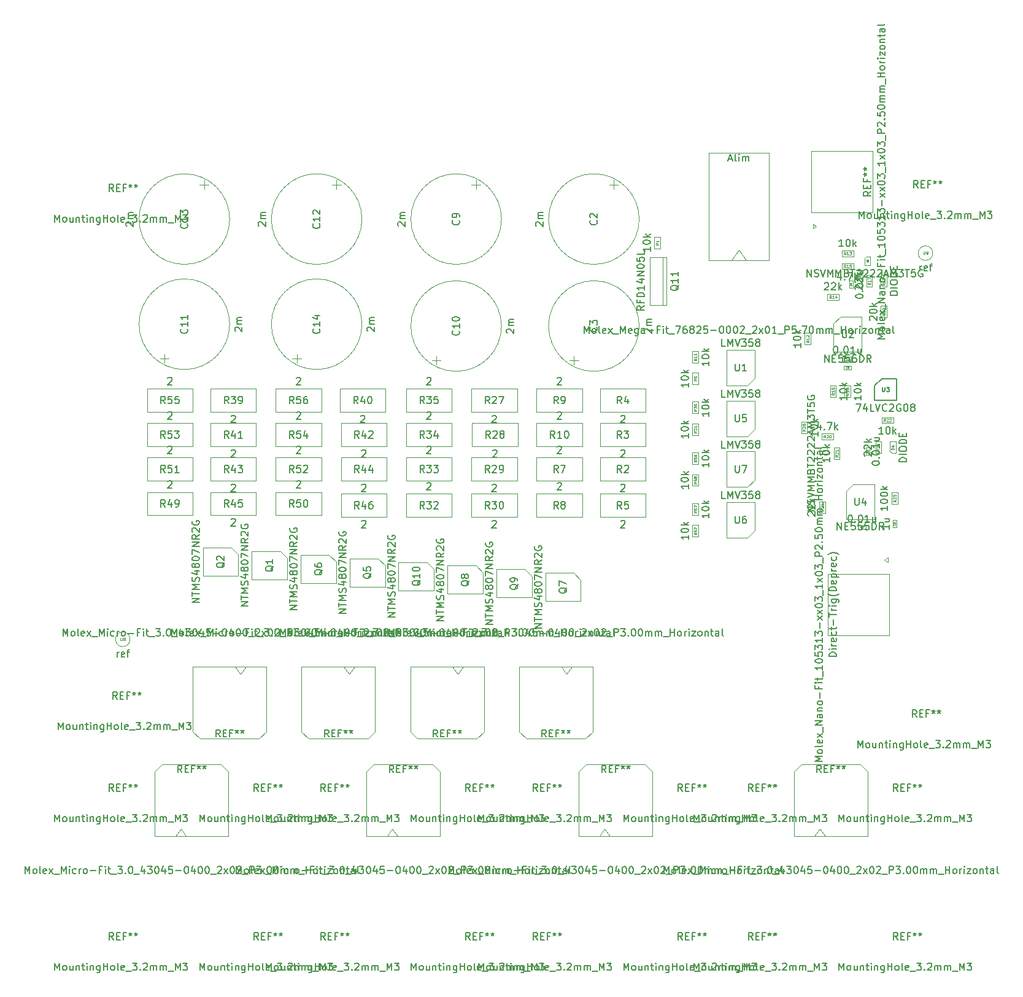
<source format=gbr>
G04 #@! TF.GenerationSoftware,KiCad,Pcbnew,5.1.3-ffb9f22~84~ubuntu18.04.1*
G04 #@! TF.CreationDate,2019-08-08T14:17:25+02:00*
G04 #@! TF.ProjectId,HiveCam,48697665-4361-46d2-9e6b-696361645f70,rev?*
G04 #@! TF.SameCoordinates,Original*
G04 #@! TF.FileFunction,Other,Fab,Top*
%FSLAX46Y46*%
G04 Gerber Fmt 4.6, Leading zero omitted, Abs format (unit mm)*
G04 Created by KiCad (PCBNEW 5.1.3-ffb9f22~84~ubuntu18.04.1) date 2019-08-08 14:17:25*
%MOMM*%
%LPD*%
G04 APERTURE LIST*
%ADD10C,0.100000*%
%ADD11C,0.150000*%
%ADD12C,0.060000*%
%ADD13C,0.030000*%
%ADD14C,0.040000*%
G04 APERTURE END LIST*
D10*
X131998000Y-31315000D02*
G75*
G03X131998000Y-31315000I-1000000J0D01*
G01*
X21248000Y-84565000D02*
G75*
G03X21248000Y-84565000I-1000000J0D01*
G01*
X116448000Y-110715000D02*
X117198000Y-111705000D01*
X115698000Y-111705000D02*
X116448000Y-110715000D01*
X123023000Y-111705000D02*
X112873000Y-111705000D01*
X123023000Y-102795000D02*
X123023000Y-111705000D01*
X122023000Y-101795000D02*
X123023000Y-102795000D01*
X113873000Y-101795000D02*
X122023000Y-101795000D01*
X112873000Y-102795000D02*
X113873000Y-101795000D01*
X112873000Y-111705000D02*
X112873000Y-102795000D01*
X86748000Y-110715000D02*
X87498000Y-111705000D01*
X85998000Y-111705000D02*
X86748000Y-110715000D01*
X93323000Y-111705000D02*
X83173000Y-111705000D01*
X93323000Y-102795000D02*
X93323000Y-111705000D01*
X92323000Y-101795000D02*
X93323000Y-102795000D01*
X84173000Y-101795000D02*
X92323000Y-101795000D01*
X83173000Y-102795000D02*
X84173000Y-101795000D01*
X83173000Y-111705000D02*
X83173000Y-102795000D01*
X57448000Y-110715000D02*
X58198000Y-111705000D01*
X56698000Y-111705000D02*
X57448000Y-110715000D01*
X64023000Y-111705000D02*
X53873000Y-111705000D01*
X64023000Y-102795000D02*
X64023000Y-111705000D01*
X63023000Y-101795000D02*
X64023000Y-102795000D01*
X54873000Y-101795000D02*
X63023000Y-101795000D01*
X53873000Y-102795000D02*
X54873000Y-101795000D01*
X53873000Y-111705000D02*
X53873000Y-102795000D01*
X24673000Y-111705000D02*
X24673000Y-102795000D01*
X24673000Y-102795000D02*
X25673000Y-101795000D01*
X25673000Y-101795000D02*
X33823000Y-101795000D01*
X33823000Y-101795000D02*
X34823000Y-102795000D01*
X34823000Y-102795000D02*
X34823000Y-111705000D01*
X34823000Y-111705000D02*
X24673000Y-111705000D01*
X27498000Y-111705000D02*
X28248000Y-110715000D01*
X28248000Y-110715000D02*
X28998000Y-111705000D01*
X59348000Y-64515000D02*
X65648000Y-64515000D01*
X59348000Y-67715000D02*
X59348000Y-64515000D01*
X65648000Y-67715000D02*
X59348000Y-67715000D01*
X65648000Y-64515000D02*
X65648000Y-67715000D01*
X85073000Y-88375000D02*
X85073000Y-97285000D01*
X85073000Y-97285000D02*
X84073000Y-98285000D01*
X84073000Y-98285000D02*
X75923000Y-98285000D01*
X75923000Y-98285000D02*
X74923000Y-97285000D01*
X74923000Y-97285000D02*
X74923000Y-88375000D01*
X74923000Y-88375000D02*
X85073000Y-88375000D01*
X82248000Y-88375000D02*
X81498000Y-89365000D01*
X81498000Y-89365000D02*
X80748000Y-88375000D01*
X70073000Y-88375000D02*
X70073000Y-97285000D01*
X70073000Y-97285000D02*
X69073000Y-98285000D01*
X69073000Y-98285000D02*
X60923000Y-98285000D01*
X60923000Y-98285000D02*
X59923000Y-97285000D01*
X59923000Y-97285000D02*
X59923000Y-88375000D01*
X59923000Y-88375000D02*
X70073000Y-88375000D01*
X67248000Y-88375000D02*
X66498000Y-89365000D01*
X66498000Y-89365000D02*
X65748000Y-88375000D01*
X55073000Y-88375000D02*
X55073000Y-97285000D01*
X55073000Y-97285000D02*
X54073000Y-98285000D01*
X54073000Y-98285000D02*
X45923000Y-98285000D01*
X45923000Y-98285000D02*
X44923000Y-97285000D01*
X44923000Y-97285000D02*
X44923000Y-88375000D01*
X44923000Y-88375000D02*
X55073000Y-88375000D01*
X52248000Y-88375000D02*
X51498000Y-89365000D01*
X51498000Y-89365000D02*
X50748000Y-88375000D01*
X36498000Y-89365000D02*
X35748000Y-88375000D01*
X37248000Y-88375000D02*
X36498000Y-89365000D01*
X29923000Y-88375000D02*
X40073000Y-88375000D01*
X29923000Y-97285000D02*
X29923000Y-88375000D01*
X30923000Y-98285000D02*
X29923000Y-97285000D01*
X39073000Y-98285000D02*
X30923000Y-98285000D01*
X40073000Y-97285000D02*
X39073000Y-98285000D01*
X40073000Y-88375000D02*
X40073000Y-97285000D01*
X125968000Y-75535000D02*
X117528000Y-75535000D01*
X117528000Y-75535000D02*
X117528000Y-83995000D01*
X117528000Y-83995000D02*
X125968000Y-83995000D01*
X125968000Y-83995000D02*
X125968000Y-75535000D01*
X125358000Y-73615000D02*
X125782264Y-73915000D01*
X125782264Y-73915000D02*
X125782264Y-73315000D01*
X125782264Y-73315000D02*
X125358000Y-73615000D01*
X98848000Y-70415000D02*
X98848000Y-68815000D01*
X99648000Y-70415000D02*
X98848000Y-70415000D01*
X99648000Y-68815000D02*
X99648000Y-70415000D01*
X98848000Y-68815000D02*
X99648000Y-68815000D01*
X115463736Y-27915000D02*
X115888000Y-27615000D01*
X115463736Y-27315000D02*
X115463736Y-27915000D01*
X115888000Y-27615000D02*
X115463736Y-27315000D01*
X115278000Y-17235000D02*
X115278000Y-25695000D01*
X123718000Y-17235000D02*
X115278000Y-17235000D01*
X123718000Y-25695000D02*
X123718000Y-17235000D01*
X115278000Y-25695000D02*
X123718000Y-25695000D01*
X107448000Y-62590000D02*
X106473000Y-63565000D01*
X107448000Y-58665000D02*
X107448000Y-62590000D01*
X103548000Y-58665000D02*
X107448000Y-58665000D01*
X103548000Y-63565000D02*
X103548000Y-58665000D01*
X106473000Y-63565000D02*
X103548000Y-63565000D01*
X107448000Y-69590000D02*
X106473000Y-70565000D01*
X107448000Y-65665000D02*
X107448000Y-69590000D01*
X103548000Y-65665000D02*
X107448000Y-65665000D01*
X103548000Y-70565000D02*
X103548000Y-65665000D01*
X106473000Y-70565000D02*
X103548000Y-70565000D01*
X107448000Y-55590000D02*
X106473000Y-56565000D01*
X107448000Y-51665000D02*
X107448000Y-55590000D01*
X103548000Y-51665000D02*
X107448000Y-51665000D01*
X103548000Y-56565000D02*
X103548000Y-51665000D01*
X106473000Y-56565000D02*
X103548000Y-56565000D01*
X99648000Y-58815000D02*
X99648000Y-60415000D01*
X98848000Y-58815000D02*
X99648000Y-58815000D01*
X98848000Y-60415000D02*
X98848000Y-58815000D01*
X99648000Y-60415000D02*
X98848000Y-60415000D01*
X99648000Y-65815000D02*
X99648000Y-67415000D01*
X98848000Y-65815000D02*
X99648000Y-65815000D01*
X98848000Y-67415000D02*
X98848000Y-65815000D01*
X99648000Y-67415000D02*
X98848000Y-67415000D01*
X41348000Y-50015000D02*
X47648000Y-50015000D01*
X41348000Y-53215000D02*
X41348000Y-50015000D01*
X47648000Y-53215000D02*
X41348000Y-53215000D01*
X47648000Y-50015000D02*
X47648000Y-53215000D01*
X23598000Y-50015000D02*
X29898000Y-50015000D01*
X23598000Y-53215000D02*
X23598000Y-50015000D01*
X29898000Y-53215000D02*
X23598000Y-53215000D01*
X29898000Y-50015000D02*
X29898000Y-53215000D01*
X41348000Y-54765000D02*
X47648000Y-54765000D01*
X41348000Y-57965000D02*
X41348000Y-54765000D01*
X47648000Y-57965000D02*
X41348000Y-57965000D01*
X47648000Y-54765000D02*
X47648000Y-57965000D01*
X23598000Y-54765000D02*
X29898000Y-54765000D01*
X23598000Y-57965000D02*
X23598000Y-54765000D01*
X29898000Y-57965000D02*
X23598000Y-57965000D01*
X29898000Y-54765000D02*
X29898000Y-57965000D01*
X41348000Y-59515000D02*
X47648000Y-59515000D01*
X41348000Y-62715000D02*
X41348000Y-59515000D01*
X47648000Y-62715000D02*
X41348000Y-62715000D01*
X47648000Y-59515000D02*
X47648000Y-62715000D01*
X23598000Y-59515000D02*
X29898000Y-59515000D01*
X23598000Y-62715000D02*
X23598000Y-59515000D01*
X29898000Y-62715000D02*
X23598000Y-62715000D01*
X29898000Y-59515000D02*
X29898000Y-62715000D01*
X41348000Y-64265000D02*
X47648000Y-64265000D01*
X41348000Y-67465000D02*
X41348000Y-64265000D01*
X47648000Y-67465000D02*
X41348000Y-67465000D01*
X47648000Y-64265000D02*
X47648000Y-67465000D01*
X23598000Y-64265000D02*
X29898000Y-64265000D01*
X23598000Y-67465000D02*
X23598000Y-64265000D01*
X29898000Y-67465000D02*
X23598000Y-67465000D01*
X29898000Y-64265000D02*
X29898000Y-67465000D01*
X98848000Y-63415000D02*
X98848000Y-61815000D01*
X99648000Y-63415000D02*
X98848000Y-63415000D01*
X99648000Y-61815000D02*
X99648000Y-63415000D01*
X98848000Y-61815000D02*
X99648000Y-61815000D01*
X56648000Y-67715000D02*
X50348000Y-67715000D01*
X56648000Y-64515000D02*
X56648000Y-67715000D01*
X50348000Y-64515000D02*
X56648000Y-64515000D01*
X50348000Y-67715000D02*
X50348000Y-64515000D01*
X38648000Y-67465000D02*
X32348000Y-67465000D01*
X38648000Y-64265000D02*
X38648000Y-67465000D01*
X32348000Y-64265000D02*
X38648000Y-64265000D01*
X32348000Y-67465000D02*
X32348000Y-64265000D01*
X56648000Y-62715000D02*
X50348000Y-62715000D01*
X56648000Y-59515000D02*
X56648000Y-62715000D01*
X50348000Y-59515000D02*
X56648000Y-59515000D01*
X50348000Y-62715000D02*
X50348000Y-59515000D01*
X38648000Y-62715000D02*
X32348000Y-62715000D01*
X38648000Y-59515000D02*
X38648000Y-62715000D01*
X32348000Y-59515000D02*
X38648000Y-59515000D01*
X32348000Y-62715000D02*
X32348000Y-59515000D01*
X56648000Y-57965000D02*
X50348000Y-57965000D01*
X56648000Y-54765000D02*
X56648000Y-57965000D01*
X50348000Y-54765000D02*
X56648000Y-54765000D01*
X50348000Y-57965000D02*
X50348000Y-54765000D01*
X38648000Y-57965000D02*
X32348000Y-57965000D01*
X38648000Y-54765000D02*
X38648000Y-57965000D01*
X32348000Y-54765000D02*
X38648000Y-54765000D01*
X32348000Y-57965000D02*
X32348000Y-54765000D01*
X56498000Y-53215000D02*
X50198000Y-53215000D01*
X56498000Y-50015000D02*
X56498000Y-53215000D01*
X50198000Y-50015000D02*
X56498000Y-50015000D01*
X50198000Y-53215000D02*
X50198000Y-50015000D01*
X38648000Y-53215000D02*
X32348000Y-53215000D01*
X38648000Y-50015000D02*
X38648000Y-53215000D01*
X32348000Y-50015000D02*
X38648000Y-50015000D01*
X32348000Y-53215000D02*
X32348000Y-50015000D01*
X99648000Y-51815000D02*
X99648000Y-53415000D01*
X98848000Y-51815000D02*
X99648000Y-51815000D01*
X98848000Y-53415000D02*
X98848000Y-51815000D01*
X99648000Y-53415000D02*
X98848000Y-53415000D01*
X59348000Y-50015000D02*
X65648000Y-50015000D01*
X59348000Y-53215000D02*
X59348000Y-50015000D01*
X65648000Y-53215000D02*
X59348000Y-53215000D01*
X65648000Y-50015000D02*
X65648000Y-53215000D01*
X59348000Y-54765000D02*
X65648000Y-54765000D01*
X59348000Y-57965000D02*
X59348000Y-54765000D01*
X65648000Y-57965000D02*
X59348000Y-57965000D01*
X65648000Y-54765000D02*
X65648000Y-57965000D01*
X59348000Y-59515000D02*
X65648000Y-59515000D01*
X59348000Y-62715000D02*
X59348000Y-59515000D01*
X65648000Y-62715000D02*
X59348000Y-62715000D01*
X65648000Y-59515000D02*
X65648000Y-62715000D01*
X98848000Y-56415000D02*
X98848000Y-54815000D01*
X99648000Y-56415000D02*
X98848000Y-56415000D01*
X99648000Y-54815000D02*
X99648000Y-56415000D01*
X98848000Y-54815000D02*
X99648000Y-54815000D01*
X74648000Y-67715000D02*
X68348000Y-67715000D01*
X74648000Y-64515000D02*
X74648000Y-67715000D01*
X68348000Y-64515000D02*
X74648000Y-64515000D01*
X68348000Y-67715000D02*
X68348000Y-64515000D01*
X74648000Y-62715000D02*
X68348000Y-62715000D01*
X74648000Y-59515000D02*
X74648000Y-62715000D01*
X68348000Y-59515000D02*
X74648000Y-59515000D01*
X68348000Y-62715000D02*
X68348000Y-59515000D01*
X74748000Y-57965000D02*
X68448000Y-57965000D01*
X74748000Y-54765000D02*
X74748000Y-57965000D01*
X68448000Y-54765000D02*
X74748000Y-54765000D01*
X68448000Y-57965000D02*
X68448000Y-54765000D01*
X74648000Y-53215000D02*
X68348000Y-53215000D01*
X74648000Y-50015000D02*
X74648000Y-53215000D01*
X68348000Y-50015000D02*
X74648000Y-50015000D01*
X68348000Y-53215000D02*
X68348000Y-50015000D01*
X114648000Y-54565000D02*
X114648000Y-56165000D01*
X113848000Y-54565000D02*
X114648000Y-54565000D01*
X113848000Y-56165000D02*
X113848000Y-54565000D01*
X114648000Y-56165000D02*
X113848000Y-56165000D01*
X62223000Y-73915000D02*
X63198000Y-74890000D01*
X58298000Y-73915000D02*
X62223000Y-73915000D01*
X58298000Y-77815000D02*
X58298000Y-73915000D01*
X63198000Y-77815000D02*
X58298000Y-77815000D01*
X63198000Y-74890000D02*
X63198000Y-77815000D01*
X75723000Y-74915000D02*
X76698000Y-75890000D01*
X71798000Y-74915000D02*
X75723000Y-74915000D01*
X71798000Y-78815000D02*
X71798000Y-74915000D01*
X76698000Y-78815000D02*
X71798000Y-78815000D01*
X76698000Y-75890000D02*
X76698000Y-78815000D01*
X68973000Y-74415000D02*
X69948000Y-75390000D01*
X65048000Y-74415000D02*
X68973000Y-74415000D01*
X65048000Y-78315000D02*
X65048000Y-74415000D01*
X69948000Y-78315000D02*
X65048000Y-78315000D01*
X69948000Y-75390000D02*
X69948000Y-78315000D01*
X82473000Y-75415000D02*
X83448000Y-76390000D01*
X78548000Y-75415000D02*
X82473000Y-75415000D01*
X78548000Y-79315000D02*
X78548000Y-75415000D01*
X83448000Y-79315000D02*
X78548000Y-79315000D01*
X83448000Y-76390000D02*
X83448000Y-79315000D01*
X48723000Y-72915000D02*
X49698000Y-73890000D01*
X44798000Y-72915000D02*
X48723000Y-72915000D01*
X44798000Y-76815000D02*
X44798000Y-72915000D01*
X49698000Y-76815000D02*
X44798000Y-76815000D01*
X49698000Y-73890000D02*
X49698000Y-76815000D01*
X55473000Y-73415000D02*
X56448000Y-74390000D01*
X51548000Y-73415000D02*
X55473000Y-73415000D01*
X51548000Y-77315000D02*
X51548000Y-73415000D01*
X56448000Y-77315000D02*
X51548000Y-77315000D01*
X56448000Y-74390000D02*
X56448000Y-77315000D01*
X43635500Y-45856489D02*
X44885500Y-45856489D01*
X44260500Y-46481489D02*
X44260500Y-45231489D01*
X53248000Y-41115000D02*
G75*
G03X53248000Y-41115000I-6250000J0D01*
G01*
X32110500Y-21873511D02*
X30860500Y-21873511D01*
X31485500Y-21248511D02*
X31485500Y-22498511D01*
X34998000Y-26615000D02*
G75*
G03X34998000Y-26615000I-6250000J0D01*
G01*
X50360500Y-21873511D02*
X49110500Y-21873511D01*
X49735500Y-21248511D02*
X49735500Y-22498511D01*
X53248000Y-26615000D02*
G75*
G03X53248000Y-26615000I-6250000J0D01*
G01*
X25385500Y-45856489D02*
X26635500Y-45856489D01*
X26010500Y-46481489D02*
X26010500Y-45231489D01*
X34998000Y-41115000D02*
G75*
G03X34998000Y-41115000I-6250000J0D01*
G01*
X62885500Y-46106489D02*
X64135500Y-46106489D01*
X63510500Y-46731489D02*
X63510500Y-45481489D01*
X72498000Y-41365000D02*
G75*
G03X72498000Y-41365000I-6250000J0D01*
G01*
X69610500Y-21873511D02*
X68360500Y-21873511D01*
X68985500Y-21248511D02*
X68985500Y-22498511D01*
X72498000Y-26615000D02*
G75*
G03X72498000Y-26615000I-6250000J0D01*
G01*
X114348000Y-43915000D02*
X114348000Y-42315000D01*
X115148000Y-43915000D02*
X114348000Y-43915000D01*
X115148000Y-42315000D02*
X115148000Y-43915000D01*
X114348000Y-42315000D02*
X115148000Y-42315000D01*
X105248000Y-30850786D02*
X106248000Y-32265000D01*
X104248000Y-32265000D02*
X105248000Y-30850786D01*
X109423000Y-17465000D02*
X101073000Y-17465000D01*
X109423000Y-32265000D02*
X109423000Y-17465000D01*
X101073000Y-32265000D02*
X109423000Y-32265000D01*
X101073000Y-17465000D02*
X101073000Y-32265000D01*
X120048000Y-64140000D02*
X121023000Y-63165000D01*
X120048000Y-68065000D02*
X120048000Y-64140000D01*
X123948000Y-68065000D02*
X120048000Y-68065000D01*
X123948000Y-63165000D02*
X123948000Y-68065000D01*
X121023000Y-63165000D02*
X123948000Y-63165000D01*
D11*
X123998000Y-49615000D02*
X124998000Y-48615000D01*
X123998000Y-51615000D02*
X123998000Y-49615000D01*
X126998000Y-51615000D02*
X123998000Y-51615000D01*
X126998000Y-48615000D02*
X126998000Y-51615000D01*
X124998000Y-48615000D02*
X126998000Y-48615000D01*
D10*
X118323000Y-41025000D02*
X119298000Y-40050000D01*
X118323000Y-44950000D02*
X118323000Y-41025000D01*
X122223000Y-44950000D02*
X118323000Y-44950000D01*
X122223000Y-40050000D02*
X122223000Y-44950000D01*
X119298000Y-40050000D02*
X122223000Y-40050000D01*
X107448000Y-48590000D02*
X106473000Y-49565000D01*
X107448000Y-44665000D02*
X107448000Y-48590000D01*
X103548000Y-44665000D02*
X107448000Y-44665000D01*
X103548000Y-49565000D02*
X103548000Y-44665000D01*
X106473000Y-49565000D02*
X103548000Y-49565000D01*
X126348000Y-65915000D02*
X126348000Y-64315000D01*
X127148000Y-65915000D02*
X126348000Y-65915000D01*
X127148000Y-64315000D02*
X127148000Y-65915000D01*
X126348000Y-64315000D02*
X127148000Y-64315000D01*
X116348000Y-67165000D02*
X116348000Y-65565000D01*
X117148000Y-67165000D02*
X116348000Y-67165000D01*
X117148000Y-65565000D02*
X117148000Y-67165000D01*
X116348000Y-65565000D02*
X117148000Y-65565000D01*
X124098000Y-58915000D02*
X124098000Y-57315000D01*
X124898000Y-58915000D02*
X124098000Y-58915000D01*
X124898000Y-57315000D02*
X124898000Y-58915000D01*
X124098000Y-57315000D02*
X124898000Y-57315000D01*
X126548000Y-54765000D02*
X124948000Y-54765000D01*
X126548000Y-53965000D02*
X126548000Y-54765000D01*
X124948000Y-53965000D02*
X126548000Y-53965000D01*
X124948000Y-54765000D02*
X124948000Y-53965000D01*
X118348000Y-59702500D02*
X118348000Y-58102500D01*
X119148000Y-59702500D02*
X118348000Y-59702500D01*
X119148000Y-58102500D02*
X119148000Y-59702500D01*
X118348000Y-58102500D02*
X119148000Y-58102500D01*
X116660500Y-56215000D02*
X118260500Y-56215000D01*
X116660500Y-57015000D02*
X116660500Y-56215000D01*
X118260500Y-57015000D02*
X116660500Y-57015000D01*
X118260500Y-56215000D02*
X118260500Y-57015000D01*
X124848000Y-40202500D02*
X124848000Y-38602500D01*
X125648000Y-40202500D02*
X124848000Y-40202500D01*
X125648000Y-38602500D02*
X125648000Y-40202500D01*
X124848000Y-38602500D02*
X125648000Y-38602500D01*
X118648000Y-49565000D02*
X118648000Y-51165000D01*
X117848000Y-49565000D02*
X118648000Y-49565000D01*
X117848000Y-51165000D02*
X117848000Y-49565000D01*
X118648000Y-51165000D02*
X117848000Y-51165000D01*
X122848000Y-35952500D02*
X122848000Y-34352500D01*
X123648000Y-35952500D02*
X122848000Y-35952500D01*
X123648000Y-34352500D02*
X123648000Y-35952500D01*
X122848000Y-34352500D02*
X123648000Y-34352500D01*
X120648000Y-49565000D02*
X120648000Y-51165000D01*
X119848000Y-49565000D02*
X120648000Y-49565000D01*
X119848000Y-51165000D02*
X119848000Y-49565000D01*
X120648000Y-51165000D02*
X119848000Y-51165000D01*
X121048000Y-33515000D02*
X119448000Y-33515000D01*
X121048000Y-32715000D02*
X121048000Y-33515000D01*
X119448000Y-32715000D02*
X121048000Y-32715000D01*
X119448000Y-33515000D02*
X119448000Y-32715000D01*
X117448000Y-36965000D02*
X119048000Y-36965000D01*
X117448000Y-37765000D02*
X117448000Y-36965000D01*
X119048000Y-37765000D02*
X117448000Y-37765000D01*
X119048000Y-36965000D02*
X119048000Y-37765000D01*
X119448000Y-30965000D02*
X121048000Y-30965000D01*
X119448000Y-31765000D02*
X119448000Y-30965000D01*
X121048000Y-31765000D02*
X119448000Y-31765000D01*
X121048000Y-30965000D02*
X121048000Y-31765000D01*
X99648000Y-44852500D02*
X99648000Y-46452500D01*
X98848000Y-44852500D02*
X99648000Y-44852500D01*
X98848000Y-46452500D02*
X98848000Y-44852500D01*
X99648000Y-46452500D02*
X98848000Y-46452500D01*
X77348000Y-54765000D02*
X83648000Y-54765000D01*
X77348000Y-57965000D02*
X77348000Y-54765000D01*
X83648000Y-57965000D02*
X77348000Y-57965000D01*
X83648000Y-54765000D02*
X83648000Y-57965000D01*
X77348000Y-50015000D02*
X83648000Y-50015000D01*
X77348000Y-53215000D02*
X77348000Y-50015000D01*
X83648000Y-53215000D02*
X77348000Y-53215000D01*
X83648000Y-50015000D02*
X83648000Y-53215000D01*
X77348000Y-64515000D02*
X83648000Y-64515000D01*
X77348000Y-67715000D02*
X77348000Y-64515000D01*
X83648000Y-67715000D02*
X77348000Y-67715000D01*
X83648000Y-64515000D02*
X83648000Y-67715000D01*
X77348000Y-59515000D02*
X83648000Y-59515000D01*
X77348000Y-62715000D02*
X77348000Y-59515000D01*
X83648000Y-62715000D02*
X77348000Y-62715000D01*
X83648000Y-59515000D02*
X83648000Y-62715000D01*
X98848000Y-49415000D02*
X98848000Y-47815000D01*
X99648000Y-49415000D02*
X98848000Y-49415000D01*
X99648000Y-47815000D02*
X99648000Y-49415000D01*
X98848000Y-47815000D02*
X99648000Y-47815000D01*
X92398000Y-67715000D02*
X86098000Y-67715000D01*
X92398000Y-64515000D02*
X92398000Y-67715000D01*
X86098000Y-64515000D02*
X92398000Y-64515000D01*
X86098000Y-67715000D02*
X86098000Y-64515000D01*
X92398000Y-53215000D02*
X86098000Y-53215000D01*
X92398000Y-50015000D02*
X92398000Y-53215000D01*
X86098000Y-50015000D02*
X92398000Y-50015000D01*
X86098000Y-53215000D02*
X86098000Y-50015000D01*
X92398000Y-57965000D02*
X86098000Y-57965000D01*
X92398000Y-54765000D02*
X92398000Y-57965000D01*
X86098000Y-54765000D02*
X92398000Y-54765000D01*
X86098000Y-57965000D02*
X86098000Y-54765000D01*
X92398000Y-62715000D02*
X86098000Y-62715000D01*
X92398000Y-59515000D02*
X92398000Y-62715000D01*
X86098000Y-59515000D02*
X92398000Y-59515000D01*
X86098000Y-62715000D02*
X86098000Y-59515000D01*
X117598000Y-58440000D02*
X117598000Y-58940000D01*
X117298000Y-58140000D02*
X117598000Y-58440000D01*
X116398000Y-58140000D02*
X117298000Y-58140000D01*
X116398000Y-58940000D02*
X116398000Y-58140000D01*
X117598000Y-58940000D02*
X116398000Y-58940000D01*
X122898000Y-31765000D02*
X123398000Y-31765000D01*
X122598000Y-32065000D02*
X122898000Y-31765000D01*
X122598000Y-32965000D02*
X122598000Y-32065000D01*
X123398000Y-32965000D02*
X122598000Y-32965000D01*
X123398000Y-31765000D02*
X123398000Y-32965000D01*
X35223000Y-71915000D02*
X36198000Y-72890000D01*
X31298000Y-71915000D02*
X35223000Y-71915000D01*
X31298000Y-75815000D02*
X31298000Y-71915000D01*
X36198000Y-75815000D02*
X31298000Y-75815000D01*
X36198000Y-72890000D02*
X36198000Y-75815000D01*
X41973000Y-72415000D02*
X42948000Y-73390000D01*
X38048000Y-72415000D02*
X41973000Y-72415000D01*
X38048000Y-76315000D02*
X38048000Y-72415000D01*
X42948000Y-76315000D02*
X38048000Y-76315000D01*
X42948000Y-73390000D02*
X42948000Y-76315000D01*
X126898000Y-57315000D02*
X126098000Y-57315000D01*
X126898000Y-58915000D02*
X126898000Y-57315000D01*
X126398000Y-58915000D02*
X126898000Y-58915000D01*
X126098000Y-58615000D02*
X126398000Y-58915000D01*
X126098000Y-57315000D02*
X126098000Y-58615000D01*
X125648000Y-34315000D02*
X124848000Y-34315000D01*
X125648000Y-35915000D02*
X125648000Y-34315000D01*
X125148000Y-35915000D02*
X125648000Y-35915000D01*
X124848000Y-35615000D02*
X125148000Y-35915000D01*
X124848000Y-34315000D02*
X124848000Y-35615000D01*
X126498000Y-69115000D02*
X126498000Y-68115000D01*
X126998000Y-69115000D02*
X126498000Y-69115000D01*
X126998000Y-68115000D02*
X126998000Y-69115000D01*
X126498000Y-68115000D02*
X126998000Y-68115000D01*
X121748000Y-68865000D02*
X122748000Y-68865000D01*
X121748000Y-69365000D02*
X121748000Y-68865000D01*
X122748000Y-69365000D02*
X121748000Y-69365000D01*
X122748000Y-68865000D02*
X122748000Y-69365000D01*
X123248000Y-58115000D02*
X123248000Y-59115000D01*
X122748000Y-58115000D02*
X123248000Y-58115000D01*
X122748000Y-59115000D02*
X122748000Y-58115000D01*
X123248000Y-59115000D02*
X122748000Y-59115000D01*
X119748000Y-46865000D02*
X120748000Y-46865000D01*
X119748000Y-47365000D02*
X119748000Y-46865000D01*
X120748000Y-47365000D02*
X119748000Y-47365000D01*
X120748000Y-46865000D02*
X120748000Y-47365000D01*
X120998000Y-35115000D02*
X120998000Y-36115000D01*
X120498000Y-35115000D02*
X120998000Y-35115000D01*
X120498000Y-36115000D02*
X120498000Y-35115000D01*
X120998000Y-36115000D02*
X120498000Y-36115000D01*
X81885500Y-46106489D02*
X83135500Y-46106489D01*
X82510500Y-46731489D02*
X82510500Y-45481489D01*
X91498000Y-41365000D02*
G75*
G03X91498000Y-41365000I-6250000J0D01*
G01*
X88610500Y-21873511D02*
X87360500Y-21873511D01*
X87985500Y-21248511D02*
X87985500Y-22498511D01*
X91498000Y-26615000D02*
G75*
G03X91498000Y-26615000I-6250000J0D01*
G01*
X119748000Y-45615000D02*
X120748000Y-45615000D01*
X119748000Y-46115000D02*
X119748000Y-45615000D01*
X120748000Y-46115000D02*
X119748000Y-46115000D01*
X120748000Y-45615000D02*
X120748000Y-46115000D01*
X95268000Y-31865000D02*
X92968000Y-31865000D01*
X92968000Y-31865000D02*
X92968000Y-38445000D01*
X92968000Y-38445000D02*
X95268000Y-38445000D01*
X95268000Y-38445000D02*
X95268000Y-31865000D01*
X94768000Y-31865000D02*
X94768000Y-38445000D01*
X93598000Y-29065000D02*
X94398000Y-29065000D01*
X94398000Y-29065000D02*
X94398000Y-30665000D01*
X94398000Y-30665000D02*
X93598000Y-30665000D01*
X93598000Y-30665000D02*
X93598000Y-29065000D01*
D11*
X130212285Y-33767380D02*
X130212285Y-33100714D01*
X130212285Y-33291190D02*
X130259904Y-33195952D01*
X130307523Y-33148333D01*
X130402761Y-33100714D01*
X130498000Y-33100714D01*
X131212285Y-33719761D02*
X131117047Y-33767380D01*
X130926571Y-33767380D01*
X130831333Y-33719761D01*
X130783714Y-33624523D01*
X130783714Y-33243571D01*
X130831333Y-33148333D01*
X130926571Y-33100714D01*
X131117047Y-33100714D01*
X131212285Y-33148333D01*
X131259904Y-33243571D01*
X131259904Y-33338809D01*
X130783714Y-33434047D01*
X131545619Y-33100714D02*
X131926571Y-33100714D01*
X131688476Y-33767380D02*
X131688476Y-32910238D01*
X131736095Y-32815000D01*
X131831333Y-32767380D01*
X131926571Y-32767380D01*
D12*
X130693238Y-31095952D02*
X130693238Y-31419761D01*
X130712285Y-31457857D01*
X130731333Y-31476904D01*
X130769428Y-31495952D01*
X130845619Y-31495952D01*
X130883714Y-31476904D01*
X130902761Y-31457857D01*
X130921809Y-31419761D01*
X130921809Y-31095952D01*
X131131333Y-31495952D02*
X131207523Y-31495952D01*
X131245619Y-31476904D01*
X131264666Y-31457857D01*
X131302761Y-31400714D01*
X131321809Y-31324523D01*
X131321809Y-31172142D01*
X131302761Y-31134047D01*
X131283714Y-31115000D01*
X131245619Y-31095952D01*
X131169428Y-31095952D01*
X131131333Y-31115000D01*
X131112285Y-31134047D01*
X131093238Y-31172142D01*
X131093238Y-31267380D01*
X131112285Y-31305476D01*
X131131333Y-31324523D01*
X131169428Y-31343571D01*
X131245619Y-31343571D01*
X131283714Y-31324523D01*
X131302761Y-31305476D01*
X131321809Y-31267380D01*
D11*
X19462285Y-87017380D02*
X19462285Y-86350714D01*
X19462285Y-86541190D02*
X19509904Y-86445952D01*
X19557523Y-86398333D01*
X19652761Y-86350714D01*
X19748000Y-86350714D01*
X20462285Y-86969761D02*
X20367047Y-87017380D01*
X20176571Y-87017380D01*
X20081333Y-86969761D01*
X20033714Y-86874523D01*
X20033714Y-86493571D01*
X20081333Y-86398333D01*
X20176571Y-86350714D01*
X20367047Y-86350714D01*
X20462285Y-86398333D01*
X20509904Y-86493571D01*
X20509904Y-86588809D01*
X20033714Y-86684047D01*
X20795619Y-86350714D02*
X21176571Y-86350714D01*
X20938476Y-87017380D02*
X20938476Y-86160238D01*
X20986095Y-86065000D01*
X21081333Y-86017380D01*
X21176571Y-86017380D01*
D12*
X19943238Y-84345952D02*
X19943238Y-84669761D01*
X19962285Y-84707857D01*
X19981333Y-84726904D01*
X20019428Y-84745952D01*
X20095619Y-84745952D01*
X20133714Y-84726904D01*
X20152761Y-84707857D01*
X20171809Y-84669761D01*
X20171809Y-84345952D01*
X20419428Y-84517380D02*
X20381333Y-84498333D01*
X20362285Y-84479285D01*
X20343238Y-84441190D01*
X20343238Y-84422142D01*
X20362285Y-84384047D01*
X20381333Y-84365000D01*
X20419428Y-84345952D01*
X20495619Y-84345952D01*
X20533714Y-84365000D01*
X20552761Y-84384047D01*
X20571809Y-84422142D01*
X20571809Y-84441190D01*
X20552761Y-84479285D01*
X20533714Y-84498333D01*
X20495619Y-84517380D01*
X20419428Y-84517380D01*
X20381333Y-84536428D01*
X20362285Y-84555476D01*
X20343238Y-84593571D01*
X20343238Y-84669761D01*
X20362285Y-84707857D01*
X20381333Y-84726904D01*
X20419428Y-84745952D01*
X20495619Y-84745952D01*
X20533714Y-84726904D01*
X20552761Y-84707857D01*
X20571809Y-84669761D01*
X20571809Y-84593571D01*
X20552761Y-84555476D01*
X20533714Y-84536428D01*
X20495619Y-84517380D01*
D11*
X99078952Y-109717380D02*
X99078952Y-108717380D01*
X99412285Y-109431666D01*
X99745619Y-108717380D01*
X99745619Y-109717380D01*
X100364666Y-109717380D02*
X100269428Y-109669761D01*
X100221809Y-109622142D01*
X100174190Y-109526904D01*
X100174190Y-109241190D01*
X100221809Y-109145952D01*
X100269428Y-109098333D01*
X100364666Y-109050714D01*
X100507523Y-109050714D01*
X100602761Y-109098333D01*
X100650380Y-109145952D01*
X100697999Y-109241190D01*
X100697999Y-109526904D01*
X100650380Y-109622142D01*
X100602761Y-109669761D01*
X100507523Y-109717380D01*
X100364666Y-109717380D01*
X101555142Y-109050714D02*
X101555142Y-109717380D01*
X101126571Y-109050714D02*
X101126571Y-109574523D01*
X101174190Y-109669761D01*
X101269428Y-109717380D01*
X101412285Y-109717380D01*
X101507523Y-109669761D01*
X101555142Y-109622142D01*
X102031333Y-109050714D02*
X102031333Y-109717380D01*
X102031333Y-109145952D02*
X102078952Y-109098333D01*
X102174190Y-109050714D01*
X102317047Y-109050714D01*
X102412285Y-109098333D01*
X102459904Y-109193571D01*
X102459904Y-109717380D01*
X102793238Y-109050714D02*
X103174190Y-109050714D01*
X102936095Y-108717380D02*
X102936095Y-109574523D01*
X102983714Y-109669761D01*
X103078952Y-109717380D01*
X103174190Y-109717380D01*
X103507523Y-109717380D02*
X103507523Y-109050714D01*
X103507523Y-108717380D02*
X103459904Y-108765000D01*
X103507523Y-108812619D01*
X103555142Y-108765000D01*
X103507523Y-108717380D01*
X103507523Y-108812619D01*
X103983714Y-109050714D02*
X103983714Y-109717380D01*
X103983714Y-109145952D02*
X104031333Y-109098333D01*
X104126571Y-109050714D01*
X104269428Y-109050714D01*
X104364666Y-109098333D01*
X104412285Y-109193571D01*
X104412285Y-109717380D01*
X105317047Y-109050714D02*
X105317047Y-109860238D01*
X105269428Y-109955476D01*
X105221809Y-110003095D01*
X105126571Y-110050714D01*
X104983714Y-110050714D01*
X104888476Y-110003095D01*
X105317047Y-109669761D02*
X105221809Y-109717380D01*
X105031333Y-109717380D01*
X104936095Y-109669761D01*
X104888476Y-109622142D01*
X104840857Y-109526904D01*
X104840857Y-109241190D01*
X104888476Y-109145952D01*
X104936095Y-109098333D01*
X105031333Y-109050714D01*
X105221809Y-109050714D01*
X105317047Y-109098333D01*
X105793238Y-109717380D02*
X105793238Y-108717380D01*
X105793238Y-109193571D02*
X106364666Y-109193571D01*
X106364666Y-109717380D02*
X106364666Y-108717380D01*
X106983714Y-109717380D02*
X106888476Y-109669761D01*
X106840857Y-109622142D01*
X106793238Y-109526904D01*
X106793238Y-109241190D01*
X106840857Y-109145952D01*
X106888476Y-109098333D01*
X106983714Y-109050714D01*
X107126571Y-109050714D01*
X107221809Y-109098333D01*
X107269428Y-109145952D01*
X107317047Y-109241190D01*
X107317047Y-109526904D01*
X107269428Y-109622142D01*
X107221809Y-109669761D01*
X107126571Y-109717380D01*
X106983714Y-109717380D01*
X107888476Y-109717380D02*
X107793238Y-109669761D01*
X107745619Y-109574523D01*
X107745619Y-108717380D01*
X108650380Y-109669761D02*
X108555142Y-109717380D01*
X108364666Y-109717380D01*
X108269428Y-109669761D01*
X108221809Y-109574523D01*
X108221809Y-109193571D01*
X108269428Y-109098333D01*
X108364666Y-109050714D01*
X108555142Y-109050714D01*
X108650380Y-109098333D01*
X108697999Y-109193571D01*
X108697999Y-109288809D01*
X108221809Y-109384047D01*
X108888476Y-109812619D02*
X109650380Y-109812619D01*
X109793238Y-108717380D02*
X110412285Y-108717380D01*
X110078952Y-109098333D01*
X110221809Y-109098333D01*
X110317047Y-109145952D01*
X110364666Y-109193571D01*
X110412285Y-109288809D01*
X110412285Y-109526904D01*
X110364666Y-109622142D01*
X110317047Y-109669761D01*
X110221809Y-109717380D01*
X109936095Y-109717380D01*
X109840857Y-109669761D01*
X109793238Y-109622142D01*
X110840857Y-109622142D02*
X110888476Y-109669761D01*
X110840857Y-109717380D01*
X110793238Y-109669761D01*
X110840857Y-109622142D01*
X110840857Y-109717380D01*
X111269428Y-108812619D02*
X111317047Y-108765000D01*
X111412285Y-108717380D01*
X111650380Y-108717380D01*
X111745619Y-108765000D01*
X111793238Y-108812619D01*
X111840857Y-108907857D01*
X111840857Y-109003095D01*
X111793238Y-109145952D01*
X111221809Y-109717380D01*
X111840857Y-109717380D01*
X112269428Y-109717380D02*
X112269428Y-109050714D01*
X112269428Y-109145952D02*
X112317047Y-109098333D01*
X112412285Y-109050714D01*
X112555142Y-109050714D01*
X112650380Y-109098333D01*
X112697999Y-109193571D01*
X112697999Y-109717380D01*
X112697999Y-109193571D02*
X112745619Y-109098333D01*
X112840857Y-109050714D01*
X112983714Y-109050714D01*
X113078952Y-109098333D01*
X113126571Y-109193571D01*
X113126571Y-109717380D01*
X113602761Y-109717380D02*
X113602761Y-109050714D01*
X113602761Y-109145952D02*
X113650380Y-109098333D01*
X113745619Y-109050714D01*
X113888476Y-109050714D01*
X113983714Y-109098333D01*
X114031333Y-109193571D01*
X114031333Y-109717380D01*
X114031333Y-109193571D02*
X114078952Y-109098333D01*
X114174190Y-109050714D01*
X114317047Y-109050714D01*
X114412285Y-109098333D01*
X114459904Y-109193571D01*
X114459904Y-109717380D01*
X114697999Y-109812619D02*
X115459904Y-109812619D01*
X115697999Y-109717380D02*
X115697999Y-108717380D01*
X116031333Y-109431666D01*
X116364666Y-108717380D01*
X116364666Y-109717380D01*
X116745619Y-108717380D02*
X117364666Y-108717380D01*
X117031333Y-109098333D01*
X117174190Y-109098333D01*
X117269428Y-109145952D01*
X117317047Y-109193571D01*
X117364666Y-109288809D01*
X117364666Y-109526904D01*
X117317047Y-109622142D01*
X117269428Y-109669761D01*
X117174190Y-109717380D01*
X116888476Y-109717380D01*
X116793238Y-109669761D01*
X116745619Y-109622142D01*
X107164666Y-105517380D02*
X106831333Y-105041190D01*
X106593238Y-105517380D02*
X106593238Y-104517380D01*
X106974190Y-104517380D01*
X107069428Y-104565000D01*
X107117047Y-104612619D01*
X107164666Y-104707857D01*
X107164666Y-104850714D01*
X107117047Y-104945952D01*
X107069428Y-104993571D01*
X106974190Y-105041190D01*
X106593238Y-105041190D01*
X107593238Y-104993571D02*
X107926571Y-104993571D01*
X108069428Y-105517380D02*
X107593238Y-105517380D01*
X107593238Y-104517380D01*
X108069428Y-104517380D01*
X108831333Y-104993571D02*
X108498000Y-104993571D01*
X108498000Y-105517380D02*
X108498000Y-104517380D01*
X108974190Y-104517380D01*
X109498000Y-104517380D02*
X109498000Y-104755476D01*
X109259904Y-104660238D02*
X109498000Y-104755476D01*
X109736095Y-104660238D01*
X109355142Y-104945952D02*
X109498000Y-104755476D01*
X109640857Y-104945952D01*
X110259904Y-104517380D02*
X110259904Y-104755476D01*
X110021809Y-104660238D02*
X110259904Y-104755476D01*
X110498000Y-104660238D01*
X110117047Y-104945952D02*
X110259904Y-104755476D01*
X110402761Y-104945952D01*
X94948000Y-116867380D02*
X94948000Y-115867380D01*
X95281333Y-116581666D01*
X95614666Y-115867380D01*
X95614666Y-116867380D01*
X96233714Y-116867380D02*
X96138476Y-116819761D01*
X96090857Y-116772142D01*
X96043238Y-116676904D01*
X96043238Y-116391190D01*
X96090857Y-116295952D01*
X96138476Y-116248333D01*
X96233714Y-116200714D01*
X96376571Y-116200714D01*
X96471809Y-116248333D01*
X96519428Y-116295952D01*
X96567047Y-116391190D01*
X96567047Y-116676904D01*
X96519428Y-116772142D01*
X96471809Y-116819761D01*
X96376571Y-116867380D01*
X96233714Y-116867380D01*
X97138476Y-116867380D02*
X97043238Y-116819761D01*
X96995619Y-116724523D01*
X96995619Y-115867380D01*
X97900380Y-116819761D02*
X97805142Y-116867380D01*
X97614666Y-116867380D01*
X97519428Y-116819761D01*
X97471809Y-116724523D01*
X97471809Y-116343571D01*
X97519428Y-116248333D01*
X97614666Y-116200714D01*
X97805142Y-116200714D01*
X97900380Y-116248333D01*
X97948000Y-116343571D01*
X97948000Y-116438809D01*
X97471809Y-116534047D01*
X98281333Y-116867380D02*
X98805142Y-116200714D01*
X98281333Y-116200714D02*
X98805142Y-116867380D01*
X98948000Y-116962619D02*
X99709904Y-116962619D01*
X99948000Y-116867380D02*
X99948000Y-115867380D01*
X100281333Y-116581666D01*
X100614666Y-115867380D01*
X100614666Y-116867380D01*
X101090857Y-116867380D02*
X101090857Y-116200714D01*
X101090857Y-115867380D02*
X101043238Y-115915000D01*
X101090857Y-115962619D01*
X101138476Y-115915000D01*
X101090857Y-115867380D01*
X101090857Y-115962619D01*
X101995619Y-116819761D02*
X101900380Y-116867380D01*
X101709904Y-116867380D01*
X101614666Y-116819761D01*
X101567047Y-116772142D01*
X101519428Y-116676904D01*
X101519428Y-116391190D01*
X101567047Y-116295952D01*
X101614666Y-116248333D01*
X101709904Y-116200714D01*
X101900380Y-116200714D01*
X101995619Y-116248333D01*
X102424190Y-116867380D02*
X102424190Y-116200714D01*
X102424190Y-116391190D02*
X102471809Y-116295952D01*
X102519428Y-116248333D01*
X102614666Y-116200714D01*
X102709904Y-116200714D01*
X103186095Y-116867380D02*
X103090857Y-116819761D01*
X103043238Y-116772142D01*
X102995619Y-116676904D01*
X102995619Y-116391190D01*
X103043238Y-116295952D01*
X103090857Y-116248333D01*
X103186095Y-116200714D01*
X103328952Y-116200714D01*
X103424190Y-116248333D01*
X103471809Y-116295952D01*
X103519428Y-116391190D01*
X103519428Y-116676904D01*
X103471809Y-116772142D01*
X103424190Y-116819761D01*
X103328952Y-116867380D01*
X103186095Y-116867380D01*
X103948000Y-116486428D02*
X104709904Y-116486428D01*
X105519428Y-116343571D02*
X105186095Y-116343571D01*
X105186095Y-116867380D02*
X105186095Y-115867380D01*
X105662285Y-115867380D01*
X106043238Y-116867380D02*
X106043238Y-116200714D01*
X106043238Y-115867380D02*
X105995619Y-115915000D01*
X106043238Y-115962619D01*
X106090857Y-115915000D01*
X106043238Y-115867380D01*
X106043238Y-115962619D01*
X106376571Y-116200714D02*
X106757523Y-116200714D01*
X106519428Y-115867380D02*
X106519428Y-116724523D01*
X106567047Y-116819761D01*
X106662285Y-116867380D01*
X106757523Y-116867380D01*
X106852761Y-116962619D02*
X107614666Y-116962619D01*
X107757523Y-115867380D02*
X108376571Y-115867380D01*
X108043238Y-116248333D01*
X108186095Y-116248333D01*
X108281333Y-116295952D01*
X108328952Y-116343571D01*
X108376571Y-116438809D01*
X108376571Y-116676904D01*
X108328952Y-116772142D01*
X108281333Y-116819761D01*
X108186095Y-116867380D01*
X107900380Y-116867380D01*
X107805142Y-116819761D01*
X107757523Y-116772142D01*
X108805142Y-116772142D02*
X108852761Y-116819761D01*
X108805142Y-116867380D01*
X108757523Y-116819761D01*
X108805142Y-116772142D01*
X108805142Y-116867380D01*
X109471809Y-115867380D02*
X109567047Y-115867380D01*
X109662285Y-115915000D01*
X109709904Y-115962619D01*
X109757523Y-116057857D01*
X109805142Y-116248333D01*
X109805142Y-116486428D01*
X109757523Y-116676904D01*
X109709904Y-116772142D01*
X109662285Y-116819761D01*
X109567047Y-116867380D01*
X109471809Y-116867380D01*
X109376571Y-116819761D01*
X109328952Y-116772142D01*
X109281333Y-116676904D01*
X109233714Y-116486428D01*
X109233714Y-116248333D01*
X109281333Y-116057857D01*
X109328952Y-115962619D01*
X109376571Y-115915000D01*
X109471809Y-115867380D01*
X109995619Y-116962619D02*
X110757523Y-116962619D01*
X111424190Y-116200714D02*
X111424190Y-116867380D01*
X111186095Y-115819761D02*
X110948000Y-116534047D01*
X111567047Y-116534047D01*
X111852761Y-115867380D02*
X112471809Y-115867380D01*
X112138476Y-116248333D01*
X112281333Y-116248333D01*
X112376571Y-116295952D01*
X112424190Y-116343571D01*
X112471809Y-116438809D01*
X112471809Y-116676904D01*
X112424190Y-116772142D01*
X112376571Y-116819761D01*
X112281333Y-116867380D01*
X111995619Y-116867380D01*
X111900380Y-116819761D01*
X111852761Y-116772142D01*
X113090857Y-115867380D02*
X113186095Y-115867380D01*
X113281333Y-115915000D01*
X113328952Y-115962619D01*
X113376571Y-116057857D01*
X113424190Y-116248333D01*
X113424190Y-116486428D01*
X113376571Y-116676904D01*
X113328952Y-116772142D01*
X113281333Y-116819761D01*
X113186095Y-116867380D01*
X113090857Y-116867380D01*
X112995619Y-116819761D01*
X112948000Y-116772142D01*
X112900380Y-116676904D01*
X112852761Y-116486428D01*
X112852761Y-116248333D01*
X112900380Y-116057857D01*
X112948000Y-115962619D01*
X112995619Y-115915000D01*
X113090857Y-115867380D01*
X114281333Y-116200714D02*
X114281333Y-116867380D01*
X114043238Y-115819761D02*
X113805142Y-116534047D01*
X114424190Y-116534047D01*
X115281333Y-115867380D02*
X114805142Y-115867380D01*
X114757523Y-116343571D01*
X114805142Y-116295952D01*
X114900380Y-116248333D01*
X115138476Y-116248333D01*
X115233714Y-116295952D01*
X115281333Y-116343571D01*
X115328952Y-116438809D01*
X115328952Y-116676904D01*
X115281333Y-116772142D01*
X115233714Y-116819761D01*
X115138476Y-116867380D01*
X114900380Y-116867380D01*
X114805142Y-116819761D01*
X114757523Y-116772142D01*
X115757523Y-116486428D02*
X116519428Y-116486428D01*
X117186095Y-115867380D02*
X117281333Y-115867380D01*
X117376571Y-115915000D01*
X117424190Y-115962619D01*
X117471809Y-116057857D01*
X117519428Y-116248333D01*
X117519428Y-116486428D01*
X117471809Y-116676904D01*
X117424190Y-116772142D01*
X117376571Y-116819761D01*
X117281333Y-116867380D01*
X117186095Y-116867380D01*
X117090857Y-116819761D01*
X117043238Y-116772142D01*
X116995619Y-116676904D01*
X116948000Y-116486428D01*
X116948000Y-116248333D01*
X116995619Y-116057857D01*
X117043238Y-115962619D01*
X117090857Y-115915000D01*
X117186095Y-115867380D01*
X118376571Y-116200714D02*
X118376571Y-116867380D01*
X118138476Y-115819761D02*
X117900380Y-116534047D01*
X118519428Y-116534047D01*
X119090857Y-115867380D02*
X119186095Y-115867380D01*
X119281333Y-115915000D01*
X119328952Y-115962619D01*
X119376571Y-116057857D01*
X119424190Y-116248333D01*
X119424190Y-116486428D01*
X119376571Y-116676904D01*
X119328952Y-116772142D01*
X119281333Y-116819761D01*
X119186095Y-116867380D01*
X119090857Y-116867380D01*
X118995619Y-116819761D01*
X118948000Y-116772142D01*
X118900380Y-116676904D01*
X118852761Y-116486428D01*
X118852761Y-116248333D01*
X118900380Y-116057857D01*
X118948000Y-115962619D01*
X118995619Y-115915000D01*
X119090857Y-115867380D01*
X120043238Y-115867380D02*
X120138476Y-115867380D01*
X120233714Y-115915000D01*
X120281333Y-115962619D01*
X120328952Y-116057857D01*
X120376571Y-116248333D01*
X120376571Y-116486428D01*
X120328952Y-116676904D01*
X120281333Y-116772142D01*
X120233714Y-116819761D01*
X120138476Y-116867380D01*
X120043238Y-116867380D01*
X119947999Y-116819761D01*
X119900380Y-116772142D01*
X119852761Y-116676904D01*
X119805142Y-116486428D01*
X119805142Y-116248333D01*
X119852761Y-116057857D01*
X119900380Y-115962619D01*
X119947999Y-115915000D01*
X120043238Y-115867380D01*
X120567047Y-116962619D02*
X121328952Y-116962619D01*
X121519428Y-115962619D02*
X121567047Y-115915000D01*
X121662285Y-115867380D01*
X121900380Y-115867380D01*
X121995619Y-115915000D01*
X122043238Y-115962619D01*
X122090857Y-116057857D01*
X122090857Y-116153095D01*
X122043238Y-116295952D01*
X121471809Y-116867380D01*
X122090857Y-116867380D01*
X122424190Y-116867380D02*
X122947999Y-116200714D01*
X122424190Y-116200714D02*
X122947999Y-116867380D01*
X123519428Y-115867380D02*
X123614666Y-115867380D01*
X123709904Y-115915000D01*
X123757523Y-115962619D01*
X123805142Y-116057857D01*
X123852761Y-116248333D01*
X123852761Y-116486428D01*
X123805142Y-116676904D01*
X123757523Y-116772142D01*
X123709904Y-116819761D01*
X123614666Y-116867380D01*
X123519428Y-116867380D01*
X123424190Y-116819761D01*
X123376571Y-116772142D01*
X123328952Y-116676904D01*
X123281333Y-116486428D01*
X123281333Y-116248333D01*
X123328952Y-116057857D01*
X123376571Y-115962619D01*
X123424190Y-115915000D01*
X123519428Y-115867380D01*
X124233714Y-115962619D02*
X124281333Y-115915000D01*
X124376571Y-115867380D01*
X124614666Y-115867380D01*
X124709904Y-115915000D01*
X124757523Y-115962619D01*
X124805142Y-116057857D01*
X124805142Y-116153095D01*
X124757523Y-116295952D01*
X124186095Y-116867380D01*
X124805142Y-116867380D01*
X124995619Y-116962619D02*
X125757523Y-116962619D01*
X125995619Y-116867380D02*
X125995619Y-115867380D01*
X126376571Y-115867380D01*
X126471809Y-115915000D01*
X126519428Y-115962619D01*
X126567047Y-116057857D01*
X126567047Y-116200714D01*
X126519428Y-116295952D01*
X126471809Y-116343571D01*
X126376571Y-116391190D01*
X125995619Y-116391190D01*
X126900380Y-115867380D02*
X127519428Y-115867380D01*
X127186095Y-116248333D01*
X127328952Y-116248333D01*
X127424190Y-116295952D01*
X127471809Y-116343571D01*
X127519428Y-116438809D01*
X127519428Y-116676904D01*
X127471809Y-116772142D01*
X127424190Y-116819761D01*
X127328952Y-116867380D01*
X127043238Y-116867380D01*
X126947999Y-116819761D01*
X126900380Y-116772142D01*
X127947999Y-116772142D02*
X127995619Y-116819761D01*
X127947999Y-116867380D01*
X127900380Y-116819761D01*
X127947999Y-116772142D01*
X127947999Y-116867380D01*
X128614666Y-115867380D02*
X128709904Y-115867380D01*
X128805142Y-115915000D01*
X128852761Y-115962619D01*
X128900380Y-116057857D01*
X128947999Y-116248333D01*
X128947999Y-116486428D01*
X128900380Y-116676904D01*
X128852761Y-116772142D01*
X128805142Y-116819761D01*
X128709904Y-116867380D01*
X128614666Y-116867380D01*
X128519428Y-116819761D01*
X128471809Y-116772142D01*
X128424190Y-116676904D01*
X128376571Y-116486428D01*
X128376571Y-116248333D01*
X128424190Y-116057857D01*
X128471809Y-115962619D01*
X128519428Y-115915000D01*
X128614666Y-115867380D01*
X129567047Y-115867380D02*
X129662285Y-115867380D01*
X129757523Y-115915000D01*
X129805142Y-115962619D01*
X129852761Y-116057857D01*
X129900380Y-116248333D01*
X129900380Y-116486428D01*
X129852761Y-116676904D01*
X129805142Y-116772142D01*
X129757523Y-116819761D01*
X129662285Y-116867380D01*
X129567047Y-116867380D01*
X129471809Y-116819761D01*
X129424190Y-116772142D01*
X129376571Y-116676904D01*
X129328952Y-116486428D01*
X129328952Y-116248333D01*
X129376571Y-116057857D01*
X129424190Y-115962619D01*
X129471809Y-115915000D01*
X129567047Y-115867380D01*
X130328952Y-116867380D02*
X130328952Y-116200714D01*
X130328952Y-116295952D02*
X130376571Y-116248333D01*
X130471809Y-116200714D01*
X130614666Y-116200714D01*
X130709904Y-116248333D01*
X130757523Y-116343571D01*
X130757523Y-116867380D01*
X130757523Y-116343571D02*
X130805142Y-116248333D01*
X130900380Y-116200714D01*
X131043238Y-116200714D01*
X131138476Y-116248333D01*
X131186095Y-116343571D01*
X131186095Y-116867380D01*
X131662285Y-116867380D02*
X131662285Y-116200714D01*
X131662285Y-116295952D02*
X131709904Y-116248333D01*
X131805142Y-116200714D01*
X131948000Y-116200714D01*
X132043238Y-116248333D01*
X132090857Y-116343571D01*
X132090857Y-116867380D01*
X132090857Y-116343571D02*
X132138476Y-116248333D01*
X132233714Y-116200714D01*
X132376571Y-116200714D01*
X132471809Y-116248333D01*
X132519428Y-116343571D01*
X132519428Y-116867380D01*
X132757523Y-116962619D02*
X133519428Y-116962619D01*
X133757523Y-116867380D02*
X133757523Y-115867380D01*
X133757523Y-116343571D02*
X134328952Y-116343571D01*
X134328952Y-116867380D02*
X134328952Y-115867380D01*
X134948000Y-116867380D02*
X134852761Y-116819761D01*
X134805142Y-116772142D01*
X134757523Y-116676904D01*
X134757523Y-116391190D01*
X134805142Y-116295952D01*
X134852761Y-116248333D01*
X134948000Y-116200714D01*
X135090857Y-116200714D01*
X135186095Y-116248333D01*
X135233714Y-116295952D01*
X135281333Y-116391190D01*
X135281333Y-116676904D01*
X135233714Y-116772142D01*
X135186095Y-116819761D01*
X135090857Y-116867380D01*
X134948000Y-116867380D01*
X135709904Y-116867380D02*
X135709904Y-116200714D01*
X135709904Y-116391190D02*
X135757523Y-116295952D01*
X135805142Y-116248333D01*
X135900380Y-116200714D01*
X135995619Y-116200714D01*
X136328952Y-116867380D02*
X136328952Y-116200714D01*
X136328952Y-115867380D02*
X136281333Y-115915000D01*
X136328952Y-115962619D01*
X136376571Y-115915000D01*
X136328952Y-115867380D01*
X136328952Y-115962619D01*
X136709904Y-116200714D02*
X137233714Y-116200714D01*
X136709904Y-116867380D01*
X137233714Y-116867380D01*
X137757523Y-116867380D02*
X137662285Y-116819761D01*
X137614666Y-116772142D01*
X137567047Y-116676904D01*
X137567047Y-116391190D01*
X137614666Y-116295952D01*
X137662285Y-116248333D01*
X137757523Y-116200714D01*
X137900380Y-116200714D01*
X137995619Y-116248333D01*
X138043238Y-116295952D01*
X138090857Y-116391190D01*
X138090857Y-116676904D01*
X138043238Y-116772142D01*
X137995619Y-116819761D01*
X137900380Y-116867380D01*
X137757523Y-116867380D01*
X138519428Y-116200714D02*
X138519428Y-116867380D01*
X138519428Y-116295952D02*
X138567047Y-116248333D01*
X138662285Y-116200714D01*
X138805142Y-116200714D01*
X138900380Y-116248333D01*
X138948000Y-116343571D01*
X138948000Y-116867380D01*
X139281333Y-116200714D02*
X139662285Y-116200714D01*
X139424190Y-115867380D02*
X139424190Y-116724523D01*
X139471809Y-116819761D01*
X139567047Y-116867380D01*
X139662285Y-116867380D01*
X140424190Y-116867380D02*
X140424190Y-116343571D01*
X140376571Y-116248333D01*
X140281333Y-116200714D01*
X140090857Y-116200714D01*
X139995619Y-116248333D01*
X140424190Y-116819761D02*
X140328952Y-116867380D01*
X140090857Y-116867380D01*
X139995619Y-116819761D01*
X139948000Y-116724523D01*
X139948000Y-116629285D01*
X139995619Y-116534047D01*
X140090857Y-116486428D01*
X140328952Y-116486428D01*
X140424190Y-116438809D01*
X141043238Y-116867380D02*
X140948000Y-116819761D01*
X140900380Y-116724523D01*
X140900380Y-115867380D01*
X116614666Y-102947380D02*
X116281333Y-102471190D01*
X116043238Y-102947380D02*
X116043238Y-101947380D01*
X116424190Y-101947380D01*
X116519428Y-101995000D01*
X116567047Y-102042619D01*
X116614666Y-102137857D01*
X116614666Y-102280714D01*
X116567047Y-102375952D01*
X116519428Y-102423571D01*
X116424190Y-102471190D01*
X116043238Y-102471190D01*
X117043238Y-102423571D02*
X117376571Y-102423571D01*
X117519428Y-102947380D02*
X117043238Y-102947380D01*
X117043238Y-101947380D01*
X117519428Y-101947380D01*
X118281333Y-102423571D02*
X117948000Y-102423571D01*
X117948000Y-102947380D02*
X117948000Y-101947380D01*
X118424190Y-101947380D01*
X118948000Y-101947380D02*
X118948000Y-102185476D01*
X118709904Y-102090238D02*
X118948000Y-102185476D01*
X119186095Y-102090238D01*
X118805142Y-102375952D02*
X118948000Y-102185476D01*
X119090857Y-102375952D01*
X119709904Y-101947380D02*
X119709904Y-102185476D01*
X119471809Y-102090238D02*
X119709904Y-102185476D01*
X119948000Y-102090238D01*
X119567047Y-102375952D02*
X119709904Y-102185476D01*
X119852761Y-102375952D01*
X119078952Y-130217380D02*
X119078952Y-129217380D01*
X119412285Y-129931666D01*
X119745619Y-129217380D01*
X119745619Y-130217380D01*
X120364666Y-130217380D02*
X120269428Y-130169761D01*
X120221809Y-130122142D01*
X120174190Y-130026904D01*
X120174190Y-129741190D01*
X120221809Y-129645952D01*
X120269428Y-129598333D01*
X120364666Y-129550714D01*
X120507523Y-129550714D01*
X120602761Y-129598333D01*
X120650380Y-129645952D01*
X120697999Y-129741190D01*
X120697999Y-130026904D01*
X120650380Y-130122142D01*
X120602761Y-130169761D01*
X120507523Y-130217380D01*
X120364666Y-130217380D01*
X121555142Y-129550714D02*
X121555142Y-130217380D01*
X121126571Y-129550714D02*
X121126571Y-130074523D01*
X121174190Y-130169761D01*
X121269428Y-130217380D01*
X121412285Y-130217380D01*
X121507523Y-130169761D01*
X121555142Y-130122142D01*
X122031333Y-129550714D02*
X122031333Y-130217380D01*
X122031333Y-129645952D02*
X122078952Y-129598333D01*
X122174190Y-129550714D01*
X122317047Y-129550714D01*
X122412285Y-129598333D01*
X122459904Y-129693571D01*
X122459904Y-130217380D01*
X122793238Y-129550714D02*
X123174190Y-129550714D01*
X122936095Y-129217380D02*
X122936095Y-130074523D01*
X122983714Y-130169761D01*
X123078952Y-130217380D01*
X123174190Y-130217380D01*
X123507523Y-130217380D02*
X123507523Y-129550714D01*
X123507523Y-129217380D02*
X123459904Y-129265000D01*
X123507523Y-129312619D01*
X123555142Y-129265000D01*
X123507523Y-129217380D01*
X123507523Y-129312619D01*
X123983714Y-129550714D02*
X123983714Y-130217380D01*
X123983714Y-129645952D02*
X124031333Y-129598333D01*
X124126571Y-129550714D01*
X124269428Y-129550714D01*
X124364666Y-129598333D01*
X124412285Y-129693571D01*
X124412285Y-130217380D01*
X125317047Y-129550714D02*
X125317047Y-130360238D01*
X125269428Y-130455476D01*
X125221809Y-130503095D01*
X125126571Y-130550714D01*
X124983714Y-130550714D01*
X124888476Y-130503095D01*
X125317047Y-130169761D02*
X125221809Y-130217380D01*
X125031333Y-130217380D01*
X124936095Y-130169761D01*
X124888476Y-130122142D01*
X124840857Y-130026904D01*
X124840857Y-129741190D01*
X124888476Y-129645952D01*
X124936095Y-129598333D01*
X125031333Y-129550714D01*
X125221809Y-129550714D01*
X125317047Y-129598333D01*
X125793238Y-130217380D02*
X125793238Y-129217380D01*
X125793238Y-129693571D02*
X126364666Y-129693571D01*
X126364666Y-130217380D02*
X126364666Y-129217380D01*
X126983714Y-130217380D02*
X126888476Y-130169761D01*
X126840857Y-130122142D01*
X126793238Y-130026904D01*
X126793238Y-129741190D01*
X126840857Y-129645952D01*
X126888476Y-129598333D01*
X126983714Y-129550714D01*
X127126571Y-129550714D01*
X127221809Y-129598333D01*
X127269428Y-129645952D01*
X127317047Y-129741190D01*
X127317047Y-130026904D01*
X127269428Y-130122142D01*
X127221809Y-130169761D01*
X127126571Y-130217380D01*
X126983714Y-130217380D01*
X127888476Y-130217380D02*
X127793238Y-130169761D01*
X127745619Y-130074523D01*
X127745619Y-129217380D01*
X128650380Y-130169761D02*
X128555142Y-130217380D01*
X128364666Y-130217380D01*
X128269428Y-130169761D01*
X128221809Y-130074523D01*
X128221809Y-129693571D01*
X128269428Y-129598333D01*
X128364666Y-129550714D01*
X128555142Y-129550714D01*
X128650380Y-129598333D01*
X128697999Y-129693571D01*
X128697999Y-129788809D01*
X128221809Y-129884047D01*
X128888476Y-130312619D02*
X129650380Y-130312619D01*
X129793238Y-129217380D02*
X130412285Y-129217380D01*
X130078952Y-129598333D01*
X130221809Y-129598333D01*
X130317047Y-129645952D01*
X130364666Y-129693571D01*
X130412285Y-129788809D01*
X130412285Y-130026904D01*
X130364666Y-130122142D01*
X130317047Y-130169761D01*
X130221809Y-130217380D01*
X129936095Y-130217380D01*
X129840857Y-130169761D01*
X129793238Y-130122142D01*
X130840857Y-130122142D02*
X130888476Y-130169761D01*
X130840857Y-130217380D01*
X130793238Y-130169761D01*
X130840857Y-130122142D01*
X130840857Y-130217380D01*
X131269428Y-129312619D02*
X131317047Y-129265000D01*
X131412285Y-129217380D01*
X131650380Y-129217380D01*
X131745619Y-129265000D01*
X131793238Y-129312619D01*
X131840857Y-129407857D01*
X131840857Y-129503095D01*
X131793238Y-129645952D01*
X131221809Y-130217380D01*
X131840857Y-130217380D01*
X132269428Y-130217380D02*
X132269428Y-129550714D01*
X132269428Y-129645952D02*
X132317047Y-129598333D01*
X132412285Y-129550714D01*
X132555142Y-129550714D01*
X132650380Y-129598333D01*
X132697999Y-129693571D01*
X132697999Y-130217380D01*
X132697999Y-129693571D02*
X132745619Y-129598333D01*
X132840857Y-129550714D01*
X132983714Y-129550714D01*
X133078952Y-129598333D01*
X133126571Y-129693571D01*
X133126571Y-130217380D01*
X133602761Y-130217380D02*
X133602761Y-129550714D01*
X133602761Y-129645952D02*
X133650380Y-129598333D01*
X133745619Y-129550714D01*
X133888476Y-129550714D01*
X133983714Y-129598333D01*
X134031333Y-129693571D01*
X134031333Y-130217380D01*
X134031333Y-129693571D02*
X134078952Y-129598333D01*
X134174190Y-129550714D01*
X134317047Y-129550714D01*
X134412285Y-129598333D01*
X134459904Y-129693571D01*
X134459904Y-130217380D01*
X134698000Y-130312619D02*
X135459904Y-130312619D01*
X135698000Y-130217380D02*
X135698000Y-129217380D01*
X136031333Y-129931666D01*
X136364666Y-129217380D01*
X136364666Y-130217380D01*
X136745619Y-129217380D02*
X137364666Y-129217380D01*
X137031333Y-129598333D01*
X137174190Y-129598333D01*
X137269428Y-129645952D01*
X137317047Y-129693571D01*
X137364666Y-129788809D01*
X137364666Y-130026904D01*
X137317047Y-130122142D01*
X137269428Y-130169761D01*
X137174190Y-130217380D01*
X136888476Y-130217380D01*
X136793238Y-130169761D01*
X136745619Y-130122142D01*
X127164666Y-126017380D02*
X126831333Y-125541190D01*
X126593238Y-126017380D02*
X126593238Y-125017380D01*
X126974190Y-125017380D01*
X127069428Y-125065000D01*
X127117047Y-125112619D01*
X127164666Y-125207857D01*
X127164666Y-125350714D01*
X127117047Y-125445952D01*
X127069428Y-125493571D01*
X126974190Y-125541190D01*
X126593238Y-125541190D01*
X127593238Y-125493571D02*
X127926571Y-125493571D01*
X128069428Y-126017380D02*
X127593238Y-126017380D01*
X127593238Y-125017380D01*
X128069428Y-125017380D01*
X128831333Y-125493571D02*
X128498000Y-125493571D01*
X128498000Y-126017380D02*
X128498000Y-125017380D01*
X128974190Y-125017380D01*
X129498000Y-125017380D02*
X129498000Y-125255476D01*
X129259904Y-125160238D02*
X129498000Y-125255476D01*
X129736095Y-125160238D01*
X129355142Y-125445952D02*
X129498000Y-125255476D01*
X129640857Y-125445952D01*
X130259904Y-125017380D02*
X130259904Y-125255476D01*
X130021809Y-125160238D02*
X130259904Y-125255476D01*
X130498000Y-125160238D01*
X130117047Y-125445952D02*
X130259904Y-125255476D01*
X130402761Y-125445952D01*
X99078952Y-130217380D02*
X99078952Y-129217380D01*
X99412285Y-129931666D01*
X99745619Y-129217380D01*
X99745619Y-130217380D01*
X100364666Y-130217380D02*
X100269428Y-130169761D01*
X100221809Y-130122142D01*
X100174190Y-130026904D01*
X100174190Y-129741190D01*
X100221809Y-129645952D01*
X100269428Y-129598333D01*
X100364666Y-129550714D01*
X100507523Y-129550714D01*
X100602761Y-129598333D01*
X100650380Y-129645952D01*
X100697999Y-129741190D01*
X100697999Y-130026904D01*
X100650380Y-130122142D01*
X100602761Y-130169761D01*
X100507523Y-130217380D01*
X100364666Y-130217380D01*
X101555142Y-129550714D02*
X101555142Y-130217380D01*
X101126571Y-129550714D02*
X101126571Y-130074523D01*
X101174190Y-130169761D01*
X101269428Y-130217380D01*
X101412285Y-130217380D01*
X101507523Y-130169761D01*
X101555142Y-130122142D01*
X102031333Y-129550714D02*
X102031333Y-130217380D01*
X102031333Y-129645952D02*
X102078952Y-129598333D01*
X102174190Y-129550714D01*
X102317047Y-129550714D01*
X102412285Y-129598333D01*
X102459904Y-129693571D01*
X102459904Y-130217380D01*
X102793238Y-129550714D02*
X103174190Y-129550714D01*
X102936095Y-129217380D02*
X102936095Y-130074523D01*
X102983714Y-130169761D01*
X103078952Y-130217380D01*
X103174190Y-130217380D01*
X103507523Y-130217380D02*
X103507523Y-129550714D01*
X103507523Y-129217380D02*
X103459904Y-129265000D01*
X103507523Y-129312619D01*
X103555142Y-129265000D01*
X103507523Y-129217380D01*
X103507523Y-129312619D01*
X103983714Y-129550714D02*
X103983714Y-130217380D01*
X103983714Y-129645952D02*
X104031333Y-129598333D01*
X104126571Y-129550714D01*
X104269428Y-129550714D01*
X104364666Y-129598333D01*
X104412285Y-129693571D01*
X104412285Y-130217380D01*
X105317047Y-129550714D02*
X105317047Y-130360238D01*
X105269428Y-130455476D01*
X105221809Y-130503095D01*
X105126571Y-130550714D01*
X104983714Y-130550714D01*
X104888476Y-130503095D01*
X105317047Y-130169761D02*
X105221809Y-130217380D01*
X105031333Y-130217380D01*
X104936095Y-130169761D01*
X104888476Y-130122142D01*
X104840857Y-130026904D01*
X104840857Y-129741190D01*
X104888476Y-129645952D01*
X104936095Y-129598333D01*
X105031333Y-129550714D01*
X105221809Y-129550714D01*
X105317047Y-129598333D01*
X105793238Y-130217380D02*
X105793238Y-129217380D01*
X105793238Y-129693571D02*
X106364666Y-129693571D01*
X106364666Y-130217380D02*
X106364666Y-129217380D01*
X106983714Y-130217380D02*
X106888476Y-130169761D01*
X106840857Y-130122142D01*
X106793238Y-130026904D01*
X106793238Y-129741190D01*
X106840857Y-129645952D01*
X106888476Y-129598333D01*
X106983714Y-129550714D01*
X107126571Y-129550714D01*
X107221809Y-129598333D01*
X107269428Y-129645952D01*
X107317047Y-129741190D01*
X107317047Y-130026904D01*
X107269428Y-130122142D01*
X107221809Y-130169761D01*
X107126571Y-130217380D01*
X106983714Y-130217380D01*
X107888476Y-130217380D02*
X107793238Y-130169761D01*
X107745619Y-130074523D01*
X107745619Y-129217380D01*
X108650380Y-130169761D02*
X108555142Y-130217380D01*
X108364666Y-130217380D01*
X108269428Y-130169761D01*
X108221809Y-130074523D01*
X108221809Y-129693571D01*
X108269428Y-129598333D01*
X108364666Y-129550714D01*
X108555142Y-129550714D01*
X108650380Y-129598333D01*
X108697999Y-129693571D01*
X108697999Y-129788809D01*
X108221809Y-129884047D01*
X108888476Y-130312619D02*
X109650380Y-130312619D01*
X109793238Y-129217380D02*
X110412285Y-129217380D01*
X110078952Y-129598333D01*
X110221809Y-129598333D01*
X110317047Y-129645952D01*
X110364666Y-129693571D01*
X110412285Y-129788809D01*
X110412285Y-130026904D01*
X110364666Y-130122142D01*
X110317047Y-130169761D01*
X110221809Y-130217380D01*
X109936095Y-130217380D01*
X109840857Y-130169761D01*
X109793238Y-130122142D01*
X110840857Y-130122142D02*
X110888476Y-130169761D01*
X110840857Y-130217380D01*
X110793238Y-130169761D01*
X110840857Y-130122142D01*
X110840857Y-130217380D01*
X111269428Y-129312619D02*
X111317047Y-129265000D01*
X111412285Y-129217380D01*
X111650380Y-129217380D01*
X111745619Y-129265000D01*
X111793238Y-129312619D01*
X111840857Y-129407857D01*
X111840857Y-129503095D01*
X111793238Y-129645952D01*
X111221809Y-130217380D01*
X111840857Y-130217380D01*
X112269428Y-130217380D02*
X112269428Y-129550714D01*
X112269428Y-129645952D02*
X112317047Y-129598333D01*
X112412285Y-129550714D01*
X112555142Y-129550714D01*
X112650380Y-129598333D01*
X112697999Y-129693571D01*
X112697999Y-130217380D01*
X112697999Y-129693571D02*
X112745619Y-129598333D01*
X112840857Y-129550714D01*
X112983714Y-129550714D01*
X113078952Y-129598333D01*
X113126571Y-129693571D01*
X113126571Y-130217380D01*
X113602761Y-130217380D02*
X113602761Y-129550714D01*
X113602761Y-129645952D02*
X113650380Y-129598333D01*
X113745619Y-129550714D01*
X113888476Y-129550714D01*
X113983714Y-129598333D01*
X114031333Y-129693571D01*
X114031333Y-130217380D01*
X114031333Y-129693571D02*
X114078952Y-129598333D01*
X114174190Y-129550714D01*
X114317047Y-129550714D01*
X114412285Y-129598333D01*
X114459904Y-129693571D01*
X114459904Y-130217380D01*
X114697999Y-130312619D02*
X115459904Y-130312619D01*
X115697999Y-130217380D02*
X115697999Y-129217380D01*
X116031333Y-129931666D01*
X116364666Y-129217380D01*
X116364666Y-130217380D01*
X116745619Y-129217380D02*
X117364666Y-129217380D01*
X117031333Y-129598333D01*
X117174190Y-129598333D01*
X117269428Y-129645952D01*
X117317047Y-129693571D01*
X117364666Y-129788809D01*
X117364666Y-130026904D01*
X117317047Y-130122142D01*
X117269428Y-130169761D01*
X117174190Y-130217380D01*
X116888476Y-130217380D01*
X116793238Y-130169761D01*
X116745619Y-130122142D01*
X107164666Y-126017380D02*
X106831333Y-125541190D01*
X106593238Y-126017380D02*
X106593238Y-125017380D01*
X106974190Y-125017380D01*
X107069428Y-125065000D01*
X107117047Y-125112619D01*
X107164666Y-125207857D01*
X107164666Y-125350714D01*
X107117047Y-125445952D01*
X107069428Y-125493571D01*
X106974190Y-125541190D01*
X106593238Y-125541190D01*
X107593238Y-125493571D02*
X107926571Y-125493571D01*
X108069428Y-126017380D02*
X107593238Y-126017380D01*
X107593238Y-125017380D01*
X108069428Y-125017380D01*
X108831333Y-125493571D02*
X108498000Y-125493571D01*
X108498000Y-126017380D02*
X108498000Y-125017380D01*
X108974190Y-125017380D01*
X109498000Y-125017380D02*
X109498000Y-125255476D01*
X109259904Y-125160238D02*
X109498000Y-125255476D01*
X109736095Y-125160238D01*
X109355142Y-125445952D02*
X109498000Y-125255476D01*
X109640857Y-125445952D01*
X110259904Y-125017380D02*
X110259904Y-125255476D01*
X110021809Y-125160238D02*
X110259904Y-125255476D01*
X110498000Y-125160238D01*
X110117047Y-125445952D02*
X110259904Y-125255476D01*
X110402761Y-125445952D01*
X119078952Y-109717380D02*
X119078952Y-108717380D01*
X119412285Y-109431666D01*
X119745619Y-108717380D01*
X119745619Y-109717380D01*
X120364666Y-109717380D02*
X120269428Y-109669761D01*
X120221809Y-109622142D01*
X120174190Y-109526904D01*
X120174190Y-109241190D01*
X120221809Y-109145952D01*
X120269428Y-109098333D01*
X120364666Y-109050714D01*
X120507523Y-109050714D01*
X120602761Y-109098333D01*
X120650380Y-109145952D01*
X120697999Y-109241190D01*
X120697999Y-109526904D01*
X120650380Y-109622142D01*
X120602761Y-109669761D01*
X120507523Y-109717380D01*
X120364666Y-109717380D01*
X121555142Y-109050714D02*
X121555142Y-109717380D01*
X121126571Y-109050714D02*
X121126571Y-109574523D01*
X121174190Y-109669761D01*
X121269428Y-109717380D01*
X121412285Y-109717380D01*
X121507523Y-109669761D01*
X121555142Y-109622142D01*
X122031333Y-109050714D02*
X122031333Y-109717380D01*
X122031333Y-109145952D02*
X122078952Y-109098333D01*
X122174190Y-109050714D01*
X122317047Y-109050714D01*
X122412285Y-109098333D01*
X122459904Y-109193571D01*
X122459904Y-109717380D01*
X122793238Y-109050714D02*
X123174190Y-109050714D01*
X122936095Y-108717380D02*
X122936095Y-109574523D01*
X122983714Y-109669761D01*
X123078952Y-109717380D01*
X123174190Y-109717380D01*
X123507523Y-109717380D02*
X123507523Y-109050714D01*
X123507523Y-108717380D02*
X123459904Y-108765000D01*
X123507523Y-108812619D01*
X123555142Y-108765000D01*
X123507523Y-108717380D01*
X123507523Y-108812619D01*
X123983714Y-109050714D02*
X123983714Y-109717380D01*
X123983714Y-109145952D02*
X124031333Y-109098333D01*
X124126571Y-109050714D01*
X124269428Y-109050714D01*
X124364666Y-109098333D01*
X124412285Y-109193571D01*
X124412285Y-109717380D01*
X125317047Y-109050714D02*
X125317047Y-109860238D01*
X125269428Y-109955476D01*
X125221809Y-110003095D01*
X125126571Y-110050714D01*
X124983714Y-110050714D01*
X124888476Y-110003095D01*
X125317047Y-109669761D02*
X125221809Y-109717380D01*
X125031333Y-109717380D01*
X124936095Y-109669761D01*
X124888476Y-109622142D01*
X124840857Y-109526904D01*
X124840857Y-109241190D01*
X124888476Y-109145952D01*
X124936095Y-109098333D01*
X125031333Y-109050714D01*
X125221809Y-109050714D01*
X125317047Y-109098333D01*
X125793238Y-109717380D02*
X125793238Y-108717380D01*
X125793238Y-109193571D02*
X126364666Y-109193571D01*
X126364666Y-109717380D02*
X126364666Y-108717380D01*
X126983714Y-109717380D02*
X126888476Y-109669761D01*
X126840857Y-109622142D01*
X126793238Y-109526904D01*
X126793238Y-109241190D01*
X126840857Y-109145952D01*
X126888476Y-109098333D01*
X126983714Y-109050714D01*
X127126571Y-109050714D01*
X127221809Y-109098333D01*
X127269428Y-109145952D01*
X127317047Y-109241190D01*
X127317047Y-109526904D01*
X127269428Y-109622142D01*
X127221809Y-109669761D01*
X127126571Y-109717380D01*
X126983714Y-109717380D01*
X127888476Y-109717380D02*
X127793238Y-109669761D01*
X127745619Y-109574523D01*
X127745619Y-108717380D01*
X128650380Y-109669761D02*
X128555142Y-109717380D01*
X128364666Y-109717380D01*
X128269428Y-109669761D01*
X128221809Y-109574523D01*
X128221809Y-109193571D01*
X128269428Y-109098333D01*
X128364666Y-109050714D01*
X128555142Y-109050714D01*
X128650380Y-109098333D01*
X128697999Y-109193571D01*
X128697999Y-109288809D01*
X128221809Y-109384047D01*
X128888476Y-109812619D02*
X129650380Y-109812619D01*
X129793238Y-108717380D02*
X130412285Y-108717380D01*
X130078952Y-109098333D01*
X130221809Y-109098333D01*
X130317047Y-109145952D01*
X130364666Y-109193571D01*
X130412285Y-109288809D01*
X130412285Y-109526904D01*
X130364666Y-109622142D01*
X130317047Y-109669761D01*
X130221809Y-109717380D01*
X129936095Y-109717380D01*
X129840857Y-109669761D01*
X129793238Y-109622142D01*
X130840857Y-109622142D02*
X130888476Y-109669761D01*
X130840857Y-109717380D01*
X130793238Y-109669761D01*
X130840857Y-109622142D01*
X130840857Y-109717380D01*
X131269428Y-108812619D02*
X131317047Y-108765000D01*
X131412285Y-108717380D01*
X131650380Y-108717380D01*
X131745619Y-108765000D01*
X131793238Y-108812619D01*
X131840857Y-108907857D01*
X131840857Y-109003095D01*
X131793238Y-109145952D01*
X131221809Y-109717380D01*
X131840857Y-109717380D01*
X132269428Y-109717380D02*
X132269428Y-109050714D01*
X132269428Y-109145952D02*
X132317047Y-109098333D01*
X132412285Y-109050714D01*
X132555142Y-109050714D01*
X132650380Y-109098333D01*
X132697999Y-109193571D01*
X132697999Y-109717380D01*
X132697999Y-109193571D02*
X132745619Y-109098333D01*
X132840857Y-109050714D01*
X132983714Y-109050714D01*
X133078952Y-109098333D01*
X133126571Y-109193571D01*
X133126571Y-109717380D01*
X133602761Y-109717380D02*
X133602761Y-109050714D01*
X133602761Y-109145952D02*
X133650380Y-109098333D01*
X133745619Y-109050714D01*
X133888476Y-109050714D01*
X133983714Y-109098333D01*
X134031333Y-109193571D01*
X134031333Y-109717380D01*
X134031333Y-109193571D02*
X134078952Y-109098333D01*
X134174190Y-109050714D01*
X134317047Y-109050714D01*
X134412285Y-109098333D01*
X134459904Y-109193571D01*
X134459904Y-109717380D01*
X134698000Y-109812619D02*
X135459904Y-109812619D01*
X135698000Y-109717380D02*
X135698000Y-108717380D01*
X136031333Y-109431666D01*
X136364666Y-108717380D01*
X136364666Y-109717380D01*
X136745619Y-108717380D02*
X137364666Y-108717380D01*
X137031333Y-109098333D01*
X137174190Y-109098333D01*
X137269428Y-109145952D01*
X137317047Y-109193571D01*
X137364666Y-109288809D01*
X137364666Y-109526904D01*
X137317047Y-109622142D01*
X137269428Y-109669761D01*
X137174190Y-109717380D01*
X136888476Y-109717380D01*
X136793238Y-109669761D01*
X136745619Y-109622142D01*
X127164666Y-105517380D02*
X126831333Y-105041190D01*
X126593238Y-105517380D02*
X126593238Y-104517380D01*
X126974190Y-104517380D01*
X127069428Y-104565000D01*
X127117047Y-104612619D01*
X127164666Y-104707857D01*
X127164666Y-104850714D01*
X127117047Y-104945952D01*
X127069428Y-104993571D01*
X126974190Y-105041190D01*
X126593238Y-105041190D01*
X127593238Y-104993571D02*
X127926571Y-104993571D01*
X128069428Y-105517380D02*
X127593238Y-105517380D01*
X127593238Y-104517380D01*
X128069428Y-104517380D01*
X128831333Y-104993571D02*
X128498000Y-104993571D01*
X128498000Y-105517380D02*
X128498000Y-104517380D01*
X128974190Y-104517380D01*
X129498000Y-104517380D02*
X129498000Y-104755476D01*
X129259904Y-104660238D02*
X129498000Y-104755476D01*
X129736095Y-104660238D01*
X129355142Y-104945952D02*
X129498000Y-104755476D01*
X129640857Y-104945952D01*
X130259904Y-104517380D02*
X130259904Y-104755476D01*
X130021809Y-104660238D02*
X130259904Y-104755476D01*
X130498000Y-104660238D01*
X130117047Y-104945952D02*
X130259904Y-104755476D01*
X130402761Y-104945952D01*
X69378952Y-109717380D02*
X69378952Y-108717380D01*
X69712285Y-109431666D01*
X70045619Y-108717380D01*
X70045619Y-109717380D01*
X70664666Y-109717380D02*
X70569428Y-109669761D01*
X70521809Y-109622142D01*
X70474190Y-109526904D01*
X70474190Y-109241190D01*
X70521809Y-109145952D01*
X70569428Y-109098333D01*
X70664666Y-109050714D01*
X70807523Y-109050714D01*
X70902761Y-109098333D01*
X70950380Y-109145952D01*
X70997999Y-109241190D01*
X70997999Y-109526904D01*
X70950380Y-109622142D01*
X70902761Y-109669761D01*
X70807523Y-109717380D01*
X70664666Y-109717380D01*
X71855142Y-109050714D02*
X71855142Y-109717380D01*
X71426571Y-109050714D02*
X71426571Y-109574523D01*
X71474190Y-109669761D01*
X71569428Y-109717380D01*
X71712285Y-109717380D01*
X71807523Y-109669761D01*
X71855142Y-109622142D01*
X72331333Y-109050714D02*
X72331333Y-109717380D01*
X72331333Y-109145952D02*
X72378952Y-109098333D01*
X72474190Y-109050714D01*
X72617047Y-109050714D01*
X72712285Y-109098333D01*
X72759904Y-109193571D01*
X72759904Y-109717380D01*
X73093238Y-109050714D02*
X73474190Y-109050714D01*
X73236095Y-108717380D02*
X73236095Y-109574523D01*
X73283714Y-109669761D01*
X73378952Y-109717380D01*
X73474190Y-109717380D01*
X73807523Y-109717380D02*
X73807523Y-109050714D01*
X73807523Y-108717380D02*
X73759904Y-108765000D01*
X73807523Y-108812619D01*
X73855142Y-108765000D01*
X73807523Y-108717380D01*
X73807523Y-108812619D01*
X74283714Y-109050714D02*
X74283714Y-109717380D01*
X74283714Y-109145952D02*
X74331333Y-109098333D01*
X74426571Y-109050714D01*
X74569428Y-109050714D01*
X74664666Y-109098333D01*
X74712285Y-109193571D01*
X74712285Y-109717380D01*
X75617047Y-109050714D02*
X75617047Y-109860238D01*
X75569428Y-109955476D01*
X75521809Y-110003095D01*
X75426571Y-110050714D01*
X75283714Y-110050714D01*
X75188476Y-110003095D01*
X75617047Y-109669761D02*
X75521809Y-109717380D01*
X75331333Y-109717380D01*
X75236095Y-109669761D01*
X75188476Y-109622142D01*
X75140857Y-109526904D01*
X75140857Y-109241190D01*
X75188476Y-109145952D01*
X75236095Y-109098333D01*
X75331333Y-109050714D01*
X75521809Y-109050714D01*
X75617047Y-109098333D01*
X76093238Y-109717380D02*
X76093238Y-108717380D01*
X76093238Y-109193571D02*
X76664666Y-109193571D01*
X76664666Y-109717380D02*
X76664666Y-108717380D01*
X77283714Y-109717380D02*
X77188476Y-109669761D01*
X77140857Y-109622142D01*
X77093238Y-109526904D01*
X77093238Y-109241190D01*
X77140857Y-109145952D01*
X77188476Y-109098333D01*
X77283714Y-109050714D01*
X77426571Y-109050714D01*
X77521809Y-109098333D01*
X77569428Y-109145952D01*
X77617047Y-109241190D01*
X77617047Y-109526904D01*
X77569428Y-109622142D01*
X77521809Y-109669761D01*
X77426571Y-109717380D01*
X77283714Y-109717380D01*
X78188476Y-109717380D02*
X78093238Y-109669761D01*
X78045619Y-109574523D01*
X78045619Y-108717380D01*
X78950380Y-109669761D02*
X78855142Y-109717380D01*
X78664666Y-109717380D01*
X78569428Y-109669761D01*
X78521809Y-109574523D01*
X78521809Y-109193571D01*
X78569428Y-109098333D01*
X78664666Y-109050714D01*
X78855142Y-109050714D01*
X78950380Y-109098333D01*
X78997999Y-109193571D01*
X78997999Y-109288809D01*
X78521809Y-109384047D01*
X79188476Y-109812619D02*
X79950380Y-109812619D01*
X80093238Y-108717380D02*
X80712285Y-108717380D01*
X80378952Y-109098333D01*
X80521809Y-109098333D01*
X80617047Y-109145952D01*
X80664666Y-109193571D01*
X80712285Y-109288809D01*
X80712285Y-109526904D01*
X80664666Y-109622142D01*
X80617047Y-109669761D01*
X80521809Y-109717380D01*
X80236095Y-109717380D01*
X80140857Y-109669761D01*
X80093238Y-109622142D01*
X81140857Y-109622142D02*
X81188476Y-109669761D01*
X81140857Y-109717380D01*
X81093238Y-109669761D01*
X81140857Y-109622142D01*
X81140857Y-109717380D01*
X81569428Y-108812619D02*
X81617047Y-108765000D01*
X81712285Y-108717380D01*
X81950380Y-108717380D01*
X82045619Y-108765000D01*
X82093238Y-108812619D01*
X82140857Y-108907857D01*
X82140857Y-109003095D01*
X82093238Y-109145952D01*
X81521809Y-109717380D01*
X82140857Y-109717380D01*
X82569428Y-109717380D02*
X82569428Y-109050714D01*
X82569428Y-109145952D02*
X82617047Y-109098333D01*
X82712285Y-109050714D01*
X82855142Y-109050714D01*
X82950380Y-109098333D01*
X82997999Y-109193571D01*
X82997999Y-109717380D01*
X82997999Y-109193571D02*
X83045619Y-109098333D01*
X83140857Y-109050714D01*
X83283714Y-109050714D01*
X83378952Y-109098333D01*
X83426571Y-109193571D01*
X83426571Y-109717380D01*
X83902761Y-109717380D02*
X83902761Y-109050714D01*
X83902761Y-109145952D02*
X83950380Y-109098333D01*
X84045619Y-109050714D01*
X84188476Y-109050714D01*
X84283714Y-109098333D01*
X84331333Y-109193571D01*
X84331333Y-109717380D01*
X84331333Y-109193571D02*
X84378952Y-109098333D01*
X84474190Y-109050714D01*
X84617047Y-109050714D01*
X84712285Y-109098333D01*
X84759904Y-109193571D01*
X84759904Y-109717380D01*
X84997999Y-109812619D02*
X85759904Y-109812619D01*
X85997999Y-109717380D02*
X85997999Y-108717380D01*
X86331333Y-109431666D01*
X86664666Y-108717380D01*
X86664666Y-109717380D01*
X87045619Y-108717380D02*
X87664666Y-108717380D01*
X87331333Y-109098333D01*
X87474190Y-109098333D01*
X87569428Y-109145952D01*
X87617047Y-109193571D01*
X87664666Y-109288809D01*
X87664666Y-109526904D01*
X87617047Y-109622142D01*
X87569428Y-109669761D01*
X87474190Y-109717380D01*
X87188476Y-109717380D01*
X87093238Y-109669761D01*
X87045619Y-109622142D01*
X77464666Y-105517380D02*
X77131333Y-105041190D01*
X76893238Y-105517380D02*
X76893238Y-104517380D01*
X77274190Y-104517380D01*
X77369428Y-104565000D01*
X77417047Y-104612619D01*
X77464666Y-104707857D01*
X77464666Y-104850714D01*
X77417047Y-104945952D01*
X77369428Y-104993571D01*
X77274190Y-105041190D01*
X76893238Y-105041190D01*
X77893238Y-104993571D02*
X78226571Y-104993571D01*
X78369428Y-105517380D02*
X77893238Y-105517380D01*
X77893238Y-104517380D01*
X78369428Y-104517380D01*
X79131333Y-104993571D02*
X78798000Y-104993571D01*
X78798000Y-105517380D02*
X78798000Y-104517380D01*
X79274190Y-104517380D01*
X79798000Y-104517380D02*
X79798000Y-104755476D01*
X79559904Y-104660238D02*
X79798000Y-104755476D01*
X80036095Y-104660238D01*
X79655142Y-104945952D02*
X79798000Y-104755476D01*
X79940857Y-104945952D01*
X80559904Y-104517380D02*
X80559904Y-104755476D01*
X80321809Y-104660238D02*
X80559904Y-104755476D01*
X80798000Y-104660238D01*
X80417047Y-104945952D02*
X80559904Y-104755476D01*
X80702761Y-104945952D01*
X65248000Y-116867380D02*
X65248000Y-115867380D01*
X65581333Y-116581666D01*
X65914666Y-115867380D01*
X65914666Y-116867380D01*
X66533714Y-116867380D02*
X66438476Y-116819761D01*
X66390857Y-116772142D01*
X66343238Y-116676904D01*
X66343238Y-116391190D01*
X66390857Y-116295952D01*
X66438476Y-116248333D01*
X66533714Y-116200714D01*
X66676571Y-116200714D01*
X66771809Y-116248333D01*
X66819428Y-116295952D01*
X66867047Y-116391190D01*
X66867047Y-116676904D01*
X66819428Y-116772142D01*
X66771809Y-116819761D01*
X66676571Y-116867380D01*
X66533714Y-116867380D01*
X67438476Y-116867380D02*
X67343238Y-116819761D01*
X67295619Y-116724523D01*
X67295619Y-115867380D01*
X68200380Y-116819761D02*
X68105142Y-116867380D01*
X67914666Y-116867380D01*
X67819428Y-116819761D01*
X67771809Y-116724523D01*
X67771809Y-116343571D01*
X67819428Y-116248333D01*
X67914666Y-116200714D01*
X68105142Y-116200714D01*
X68200380Y-116248333D01*
X68248000Y-116343571D01*
X68248000Y-116438809D01*
X67771809Y-116534047D01*
X68581333Y-116867380D02*
X69105142Y-116200714D01*
X68581333Y-116200714D02*
X69105142Y-116867380D01*
X69248000Y-116962619D02*
X70009904Y-116962619D01*
X70248000Y-116867380D02*
X70248000Y-115867380D01*
X70581333Y-116581666D01*
X70914666Y-115867380D01*
X70914666Y-116867380D01*
X71390857Y-116867380D02*
X71390857Y-116200714D01*
X71390857Y-115867380D02*
X71343238Y-115915000D01*
X71390857Y-115962619D01*
X71438476Y-115915000D01*
X71390857Y-115867380D01*
X71390857Y-115962619D01*
X72295619Y-116819761D02*
X72200380Y-116867380D01*
X72009904Y-116867380D01*
X71914666Y-116819761D01*
X71867047Y-116772142D01*
X71819428Y-116676904D01*
X71819428Y-116391190D01*
X71867047Y-116295952D01*
X71914666Y-116248333D01*
X72009904Y-116200714D01*
X72200380Y-116200714D01*
X72295619Y-116248333D01*
X72724190Y-116867380D02*
X72724190Y-116200714D01*
X72724190Y-116391190D02*
X72771809Y-116295952D01*
X72819428Y-116248333D01*
X72914666Y-116200714D01*
X73009904Y-116200714D01*
X73486095Y-116867380D02*
X73390857Y-116819761D01*
X73343238Y-116772142D01*
X73295619Y-116676904D01*
X73295619Y-116391190D01*
X73343238Y-116295952D01*
X73390857Y-116248333D01*
X73486095Y-116200714D01*
X73628952Y-116200714D01*
X73724190Y-116248333D01*
X73771809Y-116295952D01*
X73819428Y-116391190D01*
X73819428Y-116676904D01*
X73771809Y-116772142D01*
X73724190Y-116819761D01*
X73628952Y-116867380D01*
X73486095Y-116867380D01*
X74248000Y-116486428D02*
X75009904Y-116486428D01*
X75819428Y-116343571D02*
X75486095Y-116343571D01*
X75486095Y-116867380D02*
X75486095Y-115867380D01*
X75962285Y-115867380D01*
X76343238Y-116867380D02*
X76343238Y-116200714D01*
X76343238Y-115867380D02*
X76295619Y-115915000D01*
X76343238Y-115962619D01*
X76390857Y-115915000D01*
X76343238Y-115867380D01*
X76343238Y-115962619D01*
X76676571Y-116200714D02*
X77057523Y-116200714D01*
X76819428Y-115867380D02*
X76819428Y-116724523D01*
X76867047Y-116819761D01*
X76962285Y-116867380D01*
X77057523Y-116867380D01*
X77152761Y-116962619D02*
X77914666Y-116962619D01*
X78057523Y-115867380D02*
X78676571Y-115867380D01*
X78343238Y-116248333D01*
X78486095Y-116248333D01*
X78581333Y-116295952D01*
X78628952Y-116343571D01*
X78676571Y-116438809D01*
X78676571Y-116676904D01*
X78628952Y-116772142D01*
X78581333Y-116819761D01*
X78486095Y-116867380D01*
X78200380Y-116867380D01*
X78105142Y-116819761D01*
X78057523Y-116772142D01*
X79105142Y-116772142D02*
X79152761Y-116819761D01*
X79105142Y-116867380D01*
X79057523Y-116819761D01*
X79105142Y-116772142D01*
X79105142Y-116867380D01*
X79771809Y-115867380D02*
X79867047Y-115867380D01*
X79962285Y-115915000D01*
X80009904Y-115962619D01*
X80057523Y-116057857D01*
X80105142Y-116248333D01*
X80105142Y-116486428D01*
X80057523Y-116676904D01*
X80009904Y-116772142D01*
X79962285Y-116819761D01*
X79867047Y-116867380D01*
X79771809Y-116867380D01*
X79676571Y-116819761D01*
X79628952Y-116772142D01*
X79581333Y-116676904D01*
X79533714Y-116486428D01*
X79533714Y-116248333D01*
X79581333Y-116057857D01*
X79628952Y-115962619D01*
X79676571Y-115915000D01*
X79771809Y-115867380D01*
X80295619Y-116962619D02*
X81057523Y-116962619D01*
X81724190Y-116200714D02*
X81724190Y-116867380D01*
X81486095Y-115819761D02*
X81248000Y-116534047D01*
X81867047Y-116534047D01*
X82152761Y-115867380D02*
X82771809Y-115867380D01*
X82438476Y-116248333D01*
X82581333Y-116248333D01*
X82676571Y-116295952D01*
X82724190Y-116343571D01*
X82771809Y-116438809D01*
X82771809Y-116676904D01*
X82724190Y-116772142D01*
X82676571Y-116819761D01*
X82581333Y-116867380D01*
X82295619Y-116867380D01*
X82200380Y-116819761D01*
X82152761Y-116772142D01*
X83390857Y-115867380D02*
X83486095Y-115867380D01*
X83581333Y-115915000D01*
X83628952Y-115962619D01*
X83676571Y-116057857D01*
X83724190Y-116248333D01*
X83724190Y-116486428D01*
X83676571Y-116676904D01*
X83628952Y-116772142D01*
X83581333Y-116819761D01*
X83486095Y-116867380D01*
X83390857Y-116867380D01*
X83295619Y-116819761D01*
X83248000Y-116772142D01*
X83200380Y-116676904D01*
X83152761Y-116486428D01*
X83152761Y-116248333D01*
X83200380Y-116057857D01*
X83248000Y-115962619D01*
X83295619Y-115915000D01*
X83390857Y-115867380D01*
X84581333Y-116200714D02*
X84581333Y-116867380D01*
X84343238Y-115819761D02*
X84105142Y-116534047D01*
X84724190Y-116534047D01*
X85581333Y-115867380D02*
X85105142Y-115867380D01*
X85057523Y-116343571D01*
X85105142Y-116295952D01*
X85200380Y-116248333D01*
X85438476Y-116248333D01*
X85533714Y-116295952D01*
X85581333Y-116343571D01*
X85628952Y-116438809D01*
X85628952Y-116676904D01*
X85581333Y-116772142D01*
X85533714Y-116819761D01*
X85438476Y-116867380D01*
X85200380Y-116867380D01*
X85105142Y-116819761D01*
X85057523Y-116772142D01*
X86057523Y-116486428D02*
X86819428Y-116486428D01*
X87486095Y-115867380D02*
X87581333Y-115867380D01*
X87676571Y-115915000D01*
X87724190Y-115962619D01*
X87771809Y-116057857D01*
X87819428Y-116248333D01*
X87819428Y-116486428D01*
X87771809Y-116676904D01*
X87724190Y-116772142D01*
X87676571Y-116819761D01*
X87581333Y-116867380D01*
X87486095Y-116867380D01*
X87390857Y-116819761D01*
X87343238Y-116772142D01*
X87295619Y-116676904D01*
X87248000Y-116486428D01*
X87248000Y-116248333D01*
X87295619Y-116057857D01*
X87343238Y-115962619D01*
X87390857Y-115915000D01*
X87486095Y-115867380D01*
X88676571Y-116200714D02*
X88676571Y-116867380D01*
X88438476Y-115819761D02*
X88200380Y-116534047D01*
X88819428Y-116534047D01*
X89390857Y-115867380D02*
X89486095Y-115867380D01*
X89581333Y-115915000D01*
X89628952Y-115962619D01*
X89676571Y-116057857D01*
X89724190Y-116248333D01*
X89724190Y-116486428D01*
X89676571Y-116676904D01*
X89628952Y-116772142D01*
X89581333Y-116819761D01*
X89486095Y-116867380D01*
X89390857Y-116867380D01*
X89295619Y-116819761D01*
X89248000Y-116772142D01*
X89200380Y-116676904D01*
X89152761Y-116486428D01*
X89152761Y-116248333D01*
X89200380Y-116057857D01*
X89248000Y-115962619D01*
X89295619Y-115915000D01*
X89390857Y-115867380D01*
X90343238Y-115867380D02*
X90438476Y-115867380D01*
X90533714Y-115915000D01*
X90581333Y-115962619D01*
X90628952Y-116057857D01*
X90676571Y-116248333D01*
X90676571Y-116486428D01*
X90628952Y-116676904D01*
X90581333Y-116772142D01*
X90533714Y-116819761D01*
X90438476Y-116867380D01*
X90343238Y-116867380D01*
X90247999Y-116819761D01*
X90200380Y-116772142D01*
X90152761Y-116676904D01*
X90105142Y-116486428D01*
X90105142Y-116248333D01*
X90152761Y-116057857D01*
X90200380Y-115962619D01*
X90247999Y-115915000D01*
X90343238Y-115867380D01*
X90867047Y-116962619D02*
X91628952Y-116962619D01*
X91819428Y-115962619D02*
X91867047Y-115915000D01*
X91962285Y-115867380D01*
X92200380Y-115867380D01*
X92295619Y-115915000D01*
X92343238Y-115962619D01*
X92390857Y-116057857D01*
X92390857Y-116153095D01*
X92343238Y-116295952D01*
X91771809Y-116867380D01*
X92390857Y-116867380D01*
X92724190Y-116867380D02*
X93247999Y-116200714D01*
X92724190Y-116200714D02*
X93247999Y-116867380D01*
X93819428Y-115867380D02*
X93914666Y-115867380D01*
X94009904Y-115915000D01*
X94057523Y-115962619D01*
X94105142Y-116057857D01*
X94152761Y-116248333D01*
X94152761Y-116486428D01*
X94105142Y-116676904D01*
X94057523Y-116772142D01*
X94009904Y-116819761D01*
X93914666Y-116867380D01*
X93819428Y-116867380D01*
X93724190Y-116819761D01*
X93676571Y-116772142D01*
X93628952Y-116676904D01*
X93581333Y-116486428D01*
X93581333Y-116248333D01*
X93628952Y-116057857D01*
X93676571Y-115962619D01*
X93724190Y-115915000D01*
X93819428Y-115867380D01*
X94533714Y-115962619D02*
X94581333Y-115915000D01*
X94676571Y-115867380D01*
X94914666Y-115867380D01*
X95009904Y-115915000D01*
X95057523Y-115962619D01*
X95105142Y-116057857D01*
X95105142Y-116153095D01*
X95057523Y-116295952D01*
X94486095Y-116867380D01*
X95105142Y-116867380D01*
X95295619Y-116962619D02*
X96057523Y-116962619D01*
X96295619Y-116867380D02*
X96295619Y-115867380D01*
X96676571Y-115867380D01*
X96771809Y-115915000D01*
X96819428Y-115962619D01*
X96867047Y-116057857D01*
X96867047Y-116200714D01*
X96819428Y-116295952D01*
X96771809Y-116343571D01*
X96676571Y-116391190D01*
X96295619Y-116391190D01*
X97200380Y-115867380D02*
X97819428Y-115867380D01*
X97486095Y-116248333D01*
X97628952Y-116248333D01*
X97724190Y-116295952D01*
X97771809Y-116343571D01*
X97819428Y-116438809D01*
X97819428Y-116676904D01*
X97771809Y-116772142D01*
X97724190Y-116819761D01*
X97628952Y-116867380D01*
X97343238Y-116867380D01*
X97247999Y-116819761D01*
X97200380Y-116772142D01*
X98247999Y-116772142D02*
X98295619Y-116819761D01*
X98247999Y-116867380D01*
X98200380Y-116819761D01*
X98247999Y-116772142D01*
X98247999Y-116867380D01*
X98914666Y-115867380D02*
X99009904Y-115867380D01*
X99105142Y-115915000D01*
X99152761Y-115962619D01*
X99200380Y-116057857D01*
X99247999Y-116248333D01*
X99247999Y-116486428D01*
X99200380Y-116676904D01*
X99152761Y-116772142D01*
X99105142Y-116819761D01*
X99009904Y-116867380D01*
X98914666Y-116867380D01*
X98819428Y-116819761D01*
X98771809Y-116772142D01*
X98724190Y-116676904D01*
X98676571Y-116486428D01*
X98676571Y-116248333D01*
X98724190Y-116057857D01*
X98771809Y-115962619D01*
X98819428Y-115915000D01*
X98914666Y-115867380D01*
X99867047Y-115867380D02*
X99962285Y-115867380D01*
X100057523Y-115915000D01*
X100105142Y-115962619D01*
X100152761Y-116057857D01*
X100200380Y-116248333D01*
X100200380Y-116486428D01*
X100152761Y-116676904D01*
X100105142Y-116772142D01*
X100057523Y-116819761D01*
X99962285Y-116867380D01*
X99867047Y-116867380D01*
X99771809Y-116819761D01*
X99724190Y-116772142D01*
X99676571Y-116676904D01*
X99628952Y-116486428D01*
X99628952Y-116248333D01*
X99676571Y-116057857D01*
X99724190Y-115962619D01*
X99771809Y-115915000D01*
X99867047Y-115867380D01*
X100628952Y-116867380D02*
X100628952Y-116200714D01*
X100628952Y-116295952D02*
X100676571Y-116248333D01*
X100771809Y-116200714D01*
X100914666Y-116200714D01*
X101009904Y-116248333D01*
X101057523Y-116343571D01*
X101057523Y-116867380D01*
X101057523Y-116343571D02*
X101105142Y-116248333D01*
X101200380Y-116200714D01*
X101343238Y-116200714D01*
X101438476Y-116248333D01*
X101486095Y-116343571D01*
X101486095Y-116867380D01*
X101962285Y-116867380D02*
X101962285Y-116200714D01*
X101962285Y-116295952D02*
X102009904Y-116248333D01*
X102105142Y-116200714D01*
X102248000Y-116200714D01*
X102343238Y-116248333D01*
X102390857Y-116343571D01*
X102390857Y-116867380D01*
X102390857Y-116343571D02*
X102438476Y-116248333D01*
X102533714Y-116200714D01*
X102676571Y-116200714D01*
X102771809Y-116248333D01*
X102819428Y-116343571D01*
X102819428Y-116867380D01*
X103057523Y-116962619D02*
X103819428Y-116962619D01*
X104057523Y-116867380D02*
X104057523Y-115867380D01*
X104057523Y-116343571D02*
X104628952Y-116343571D01*
X104628952Y-116867380D02*
X104628952Y-115867380D01*
X105248000Y-116867380D02*
X105152761Y-116819761D01*
X105105142Y-116772142D01*
X105057523Y-116676904D01*
X105057523Y-116391190D01*
X105105142Y-116295952D01*
X105152761Y-116248333D01*
X105248000Y-116200714D01*
X105390857Y-116200714D01*
X105486095Y-116248333D01*
X105533714Y-116295952D01*
X105581333Y-116391190D01*
X105581333Y-116676904D01*
X105533714Y-116772142D01*
X105486095Y-116819761D01*
X105390857Y-116867380D01*
X105248000Y-116867380D01*
X106009904Y-116867380D02*
X106009904Y-116200714D01*
X106009904Y-116391190D02*
X106057523Y-116295952D01*
X106105142Y-116248333D01*
X106200380Y-116200714D01*
X106295619Y-116200714D01*
X106628952Y-116867380D02*
X106628952Y-116200714D01*
X106628952Y-115867380D02*
X106581333Y-115915000D01*
X106628952Y-115962619D01*
X106676571Y-115915000D01*
X106628952Y-115867380D01*
X106628952Y-115962619D01*
X107009904Y-116200714D02*
X107533714Y-116200714D01*
X107009904Y-116867380D01*
X107533714Y-116867380D01*
X108057523Y-116867380D02*
X107962285Y-116819761D01*
X107914666Y-116772142D01*
X107867047Y-116676904D01*
X107867047Y-116391190D01*
X107914666Y-116295952D01*
X107962285Y-116248333D01*
X108057523Y-116200714D01*
X108200380Y-116200714D01*
X108295619Y-116248333D01*
X108343238Y-116295952D01*
X108390857Y-116391190D01*
X108390857Y-116676904D01*
X108343238Y-116772142D01*
X108295619Y-116819761D01*
X108200380Y-116867380D01*
X108057523Y-116867380D01*
X108819428Y-116200714D02*
X108819428Y-116867380D01*
X108819428Y-116295952D02*
X108867047Y-116248333D01*
X108962285Y-116200714D01*
X109105142Y-116200714D01*
X109200380Y-116248333D01*
X109247999Y-116343571D01*
X109247999Y-116867380D01*
X109581333Y-116200714D02*
X109962285Y-116200714D01*
X109724190Y-115867380D02*
X109724190Y-116724523D01*
X109771809Y-116819761D01*
X109867047Y-116867380D01*
X109962285Y-116867380D01*
X110724190Y-116867380D02*
X110724190Y-116343571D01*
X110676571Y-116248333D01*
X110581333Y-116200714D01*
X110390857Y-116200714D01*
X110295619Y-116248333D01*
X110724190Y-116819761D02*
X110628952Y-116867380D01*
X110390857Y-116867380D01*
X110295619Y-116819761D01*
X110248000Y-116724523D01*
X110248000Y-116629285D01*
X110295619Y-116534047D01*
X110390857Y-116486428D01*
X110628952Y-116486428D01*
X110724190Y-116438809D01*
X111343238Y-116867380D02*
X111247999Y-116819761D01*
X111200380Y-116724523D01*
X111200380Y-115867380D01*
X86914666Y-102947380D02*
X86581333Y-102471190D01*
X86343238Y-102947380D02*
X86343238Y-101947380D01*
X86724190Y-101947380D01*
X86819428Y-101995000D01*
X86867047Y-102042619D01*
X86914666Y-102137857D01*
X86914666Y-102280714D01*
X86867047Y-102375952D01*
X86819428Y-102423571D01*
X86724190Y-102471190D01*
X86343238Y-102471190D01*
X87343238Y-102423571D02*
X87676571Y-102423571D01*
X87819428Y-102947380D02*
X87343238Y-102947380D01*
X87343238Y-101947380D01*
X87819428Y-101947380D01*
X88581333Y-102423571D02*
X88248000Y-102423571D01*
X88248000Y-102947380D02*
X88248000Y-101947380D01*
X88724190Y-101947380D01*
X89248000Y-101947380D02*
X89248000Y-102185476D01*
X89009904Y-102090238D02*
X89248000Y-102185476D01*
X89486095Y-102090238D01*
X89105142Y-102375952D02*
X89248000Y-102185476D01*
X89390857Y-102375952D01*
X90009904Y-101947380D02*
X90009904Y-102185476D01*
X89771809Y-102090238D02*
X90009904Y-102185476D01*
X90248000Y-102090238D01*
X89867047Y-102375952D02*
X90009904Y-102185476D01*
X90152761Y-102375952D01*
X89378952Y-130217380D02*
X89378952Y-129217380D01*
X89712285Y-129931666D01*
X90045619Y-129217380D01*
X90045619Y-130217380D01*
X90664666Y-130217380D02*
X90569428Y-130169761D01*
X90521809Y-130122142D01*
X90474190Y-130026904D01*
X90474190Y-129741190D01*
X90521809Y-129645952D01*
X90569428Y-129598333D01*
X90664666Y-129550714D01*
X90807523Y-129550714D01*
X90902761Y-129598333D01*
X90950380Y-129645952D01*
X90997999Y-129741190D01*
X90997999Y-130026904D01*
X90950380Y-130122142D01*
X90902761Y-130169761D01*
X90807523Y-130217380D01*
X90664666Y-130217380D01*
X91855142Y-129550714D02*
X91855142Y-130217380D01*
X91426571Y-129550714D02*
X91426571Y-130074523D01*
X91474190Y-130169761D01*
X91569428Y-130217380D01*
X91712285Y-130217380D01*
X91807523Y-130169761D01*
X91855142Y-130122142D01*
X92331333Y-129550714D02*
X92331333Y-130217380D01*
X92331333Y-129645952D02*
X92378952Y-129598333D01*
X92474190Y-129550714D01*
X92617047Y-129550714D01*
X92712285Y-129598333D01*
X92759904Y-129693571D01*
X92759904Y-130217380D01*
X93093238Y-129550714D02*
X93474190Y-129550714D01*
X93236095Y-129217380D02*
X93236095Y-130074523D01*
X93283714Y-130169761D01*
X93378952Y-130217380D01*
X93474190Y-130217380D01*
X93807523Y-130217380D02*
X93807523Y-129550714D01*
X93807523Y-129217380D02*
X93759904Y-129265000D01*
X93807523Y-129312619D01*
X93855142Y-129265000D01*
X93807523Y-129217380D01*
X93807523Y-129312619D01*
X94283714Y-129550714D02*
X94283714Y-130217380D01*
X94283714Y-129645952D02*
X94331333Y-129598333D01*
X94426571Y-129550714D01*
X94569428Y-129550714D01*
X94664666Y-129598333D01*
X94712285Y-129693571D01*
X94712285Y-130217380D01*
X95617047Y-129550714D02*
X95617047Y-130360238D01*
X95569428Y-130455476D01*
X95521809Y-130503095D01*
X95426571Y-130550714D01*
X95283714Y-130550714D01*
X95188476Y-130503095D01*
X95617047Y-130169761D02*
X95521809Y-130217380D01*
X95331333Y-130217380D01*
X95236095Y-130169761D01*
X95188476Y-130122142D01*
X95140857Y-130026904D01*
X95140857Y-129741190D01*
X95188476Y-129645952D01*
X95236095Y-129598333D01*
X95331333Y-129550714D01*
X95521809Y-129550714D01*
X95617047Y-129598333D01*
X96093238Y-130217380D02*
X96093238Y-129217380D01*
X96093238Y-129693571D02*
X96664666Y-129693571D01*
X96664666Y-130217380D02*
X96664666Y-129217380D01*
X97283714Y-130217380D02*
X97188476Y-130169761D01*
X97140857Y-130122142D01*
X97093238Y-130026904D01*
X97093238Y-129741190D01*
X97140857Y-129645952D01*
X97188476Y-129598333D01*
X97283714Y-129550714D01*
X97426571Y-129550714D01*
X97521809Y-129598333D01*
X97569428Y-129645952D01*
X97617047Y-129741190D01*
X97617047Y-130026904D01*
X97569428Y-130122142D01*
X97521809Y-130169761D01*
X97426571Y-130217380D01*
X97283714Y-130217380D01*
X98188476Y-130217380D02*
X98093238Y-130169761D01*
X98045619Y-130074523D01*
X98045619Y-129217380D01*
X98950380Y-130169761D02*
X98855142Y-130217380D01*
X98664666Y-130217380D01*
X98569428Y-130169761D01*
X98521809Y-130074523D01*
X98521809Y-129693571D01*
X98569428Y-129598333D01*
X98664666Y-129550714D01*
X98855142Y-129550714D01*
X98950380Y-129598333D01*
X98997999Y-129693571D01*
X98997999Y-129788809D01*
X98521809Y-129884047D01*
X99188476Y-130312619D02*
X99950380Y-130312619D01*
X100093238Y-129217380D02*
X100712285Y-129217380D01*
X100378952Y-129598333D01*
X100521809Y-129598333D01*
X100617047Y-129645952D01*
X100664666Y-129693571D01*
X100712285Y-129788809D01*
X100712285Y-130026904D01*
X100664666Y-130122142D01*
X100617047Y-130169761D01*
X100521809Y-130217380D01*
X100236095Y-130217380D01*
X100140857Y-130169761D01*
X100093238Y-130122142D01*
X101140857Y-130122142D02*
X101188476Y-130169761D01*
X101140857Y-130217380D01*
X101093238Y-130169761D01*
X101140857Y-130122142D01*
X101140857Y-130217380D01*
X101569428Y-129312619D02*
X101617047Y-129265000D01*
X101712285Y-129217380D01*
X101950380Y-129217380D01*
X102045619Y-129265000D01*
X102093238Y-129312619D01*
X102140857Y-129407857D01*
X102140857Y-129503095D01*
X102093238Y-129645952D01*
X101521809Y-130217380D01*
X102140857Y-130217380D01*
X102569428Y-130217380D02*
X102569428Y-129550714D01*
X102569428Y-129645952D02*
X102617047Y-129598333D01*
X102712285Y-129550714D01*
X102855142Y-129550714D01*
X102950380Y-129598333D01*
X102997999Y-129693571D01*
X102997999Y-130217380D01*
X102997999Y-129693571D02*
X103045619Y-129598333D01*
X103140857Y-129550714D01*
X103283714Y-129550714D01*
X103378952Y-129598333D01*
X103426571Y-129693571D01*
X103426571Y-130217380D01*
X103902761Y-130217380D02*
X103902761Y-129550714D01*
X103902761Y-129645952D02*
X103950380Y-129598333D01*
X104045619Y-129550714D01*
X104188476Y-129550714D01*
X104283714Y-129598333D01*
X104331333Y-129693571D01*
X104331333Y-130217380D01*
X104331333Y-129693571D02*
X104378952Y-129598333D01*
X104474190Y-129550714D01*
X104617047Y-129550714D01*
X104712285Y-129598333D01*
X104759904Y-129693571D01*
X104759904Y-130217380D01*
X104997999Y-130312619D02*
X105759904Y-130312619D01*
X105997999Y-130217380D02*
X105997999Y-129217380D01*
X106331333Y-129931666D01*
X106664666Y-129217380D01*
X106664666Y-130217380D01*
X107045619Y-129217380D02*
X107664666Y-129217380D01*
X107331333Y-129598333D01*
X107474190Y-129598333D01*
X107569428Y-129645952D01*
X107617047Y-129693571D01*
X107664666Y-129788809D01*
X107664666Y-130026904D01*
X107617047Y-130122142D01*
X107569428Y-130169761D01*
X107474190Y-130217380D01*
X107188476Y-130217380D01*
X107093238Y-130169761D01*
X107045619Y-130122142D01*
X97464666Y-126017380D02*
X97131333Y-125541190D01*
X96893238Y-126017380D02*
X96893238Y-125017380D01*
X97274190Y-125017380D01*
X97369428Y-125065000D01*
X97417047Y-125112619D01*
X97464666Y-125207857D01*
X97464666Y-125350714D01*
X97417047Y-125445952D01*
X97369428Y-125493571D01*
X97274190Y-125541190D01*
X96893238Y-125541190D01*
X97893238Y-125493571D02*
X98226571Y-125493571D01*
X98369428Y-126017380D02*
X97893238Y-126017380D01*
X97893238Y-125017380D01*
X98369428Y-125017380D01*
X99131333Y-125493571D02*
X98798000Y-125493571D01*
X98798000Y-126017380D02*
X98798000Y-125017380D01*
X99274190Y-125017380D01*
X99798000Y-125017380D02*
X99798000Y-125255476D01*
X99559904Y-125160238D02*
X99798000Y-125255476D01*
X100036095Y-125160238D01*
X99655142Y-125445952D02*
X99798000Y-125255476D01*
X99940857Y-125445952D01*
X100559904Y-125017380D02*
X100559904Y-125255476D01*
X100321809Y-125160238D02*
X100559904Y-125255476D01*
X100798000Y-125160238D01*
X100417047Y-125445952D02*
X100559904Y-125255476D01*
X100702761Y-125445952D01*
X69378952Y-130217380D02*
X69378952Y-129217380D01*
X69712285Y-129931666D01*
X70045619Y-129217380D01*
X70045619Y-130217380D01*
X70664666Y-130217380D02*
X70569428Y-130169761D01*
X70521809Y-130122142D01*
X70474190Y-130026904D01*
X70474190Y-129741190D01*
X70521809Y-129645952D01*
X70569428Y-129598333D01*
X70664666Y-129550714D01*
X70807523Y-129550714D01*
X70902761Y-129598333D01*
X70950380Y-129645952D01*
X70997999Y-129741190D01*
X70997999Y-130026904D01*
X70950380Y-130122142D01*
X70902761Y-130169761D01*
X70807523Y-130217380D01*
X70664666Y-130217380D01*
X71855142Y-129550714D02*
X71855142Y-130217380D01*
X71426571Y-129550714D02*
X71426571Y-130074523D01*
X71474190Y-130169761D01*
X71569428Y-130217380D01*
X71712285Y-130217380D01*
X71807523Y-130169761D01*
X71855142Y-130122142D01*
X72331333Y-129550714D02*
X72331333Y-130217380D01*
X72331333Y-129645952D02*
X72378952Y-129598333D01*
X72474190Y-129550714D01*
X72617047Y-129550714D01*
X72712285Y-129598333D01*
X72759904Y-129693571D01*
X72759904Y-130217380D01*
X73093238Y-129550714D02*
X73474190Y-129550714D01*
X73236095Y-129217380D02*
X73236095Y-130074523D01*
X73283714Y-130169761D01*
X73378952Y-130217380D01*
X73474190Y-130217380D01*
X73807523Y-130217380D02*
X73807523Y-129550714D01*
X73807523Y-129217380D02*
X73759904Y-129265000D01*
X73807523Y-129312619D01*
X73855142Y-129265000D01*
X73807523Y-129217380D01*
X73807523Y-129312619D01*
X74283714Y-129550714D02*
X74283714Y-130217380D01*
X74283714Y-129645952D02*
X74331333Y-129598333D01*
X74426571Y-129550714D01*
X74569428Y-129550714D01*
X74664666Y-129598333D01*
X74712285Y-129693571D01*
X74712285Y-130217380D01*
X75617047Y-129550714D02*
X75617047Y-130360238D01*
X75569428Y-130455476D01*
X75521809Y-130503095D01*
X75426571Y-130550714D01*
X75283714Y-130550714D01*
X75188476Y-130503095D01*
X75617047Y-130169761D02*
X75521809Y-130217380D01*
X75331333Y-130217380D01*
X75236095Y-130169761D01*
X75188476Y-130122142D01*
X75140857Y-130026904D01*
X75140857Y-129741190D01*
X75188476Y-129645952D01*
X75236095Y-129598333D01*
X75331333Y-129550714D01*
X75521809Y-129550714D01*
X75617047Y-129598333D01*
X76093238Y-130217380D02*
X76093238Y-129217380D01*
X76093238Y-129693571D02*
X76664666Y-129693571D01*
X76664666Y-130217380D02*
X76664666Y-129217380D01*
X77283714Y-130217380D02*
X77188476Y-130169761D01*
X77140857Y-130122142D01*
X77093238Y-130026904D01*
X77093238Y-129741190D01*
X77140857Y-129645952D01*
X77188476Y-129598333D01*
X77283714Y-129550714D01*
X77426571Y-129550714D01*
X77521809Y-129598333D01*
X77569428Y-129645952D01*
X77617047Y-129741190D01*
X77617047Y-130026904D01*
X77569428Y-130122142D01*
X77521809Y-130169761D01*
X77426571Y-130217380D01*
X77283714Y-130217380D01*
X78188476Y-130217380D02*
X78093238Y-130169761D01*
X78045619Y-130074523D01*
X78045619Y-129217380D01*
X78950380Y-130169761D02*
X78855142Y-130217380D01*
X78664666Y-130217380D01*
X78569428Y-130169761D01*
X78521809Y-130074523D01*
X78521809Y-129693571D01*
X78569428Y-129598333D01*
X78664666Y-129550714D01*
X78855142Y-129550714D01*
X78950380Y-129598333D01*
X78997999Y-129693571D01*
X78997999Y-129788809D01*
X78521809Y-129884047D01*
X79188476Y-130312619D02*
X79950380Y-130312619D01*
X80093238Y-129217380D02*
X80712285Y-129217380D01*
X80378952Y-129598333D01*
X80521809Y-129598333D01*
X80617047Y-129645952D01*
X80664666Y-129693571D01*
X80712285Y-129788809D01*
X80712285Y-130026904D01*
X80664666Y-130122142D01*
X80617047Y-130169761D01*
X80521809Y-130217380D01*
X80236095Y-130217380D01*
X80140857Y-130169761D01*
X80093238Y-130122142D01*
X81140857Y-130122142D02*
X81188476Y-130169761D01*
X81140857Y-130217380D01*
X81093238Y-130169761D01*
X81140857Y-130122142D01*
X81140857Y-130217380D01*
X81569428Y-129312619D02*
X81617047Y-129265000D01*
X81712285Y-129217380D01*
X81950380Y-129217380D01*
X82045619Y-129265000D01*
X82093238Y-129312619D01*
X82140857Y-129407857D01*
X82140857Y-129503095D01*
X82093238Y-129645952D01*
X81521809Y-130217380D01*
X82140857Y-130217380D01*
X82569428Y-130217380D02*
X82569428Y-129550714D01*
X82569428Y-129645952D02*
X82617047Y-129598333D01*
X82712285Y-129550714D01*
X82855142Y-129550714D01*
X82950380Y-129598333D01*
X82997999Y-129693571D01*
X82997999Y-130217380D01*
X82997999Y-129693571D02*
X83045619Y-129598333D01*
X83140857Y-129550714D01*
X83283714Y-129550714D01*
X83378952Y-129598333D01*
X83426571Y-129693571D01*
X83426571Y-130217380D01*
X83902761Y-130217380D02*
X83902761Y-129550714D01*
X83902761Y-129645952D02*
X83950380Y-129598333D01*
X84045619Y-129550714D01*
X84188476Y-129550714D01*
X84283714Y-129598333D01*
X84331333Y-129693571D01*
X84331333Y-130217380D01*
X84331333Y-129693571D02*
X84378952Y-129598333D01*
X84474190Y-129550714D01*
X84617047Y-129550714D01*
X84712285Y-129598333D01*
X84759904Y-129693571D01*
X84759904Y-130217380D01*
X84997999Y-130312619D02*
X85759904Y-130312619D01*
X85997999Y-130217380D02*
X85997999Y-129217380D01*
X86331333Y-129931666D01*
X86664666Y-129217380D01*
X86664666Y-130217380D01*
X87045619Y-129217380D02*
X87664666Y-129217380D01*
X87331333Y-129598333D01*
X87474190Y-129598333D01*
X87569428Y-129645952D01*
X87617047Y-129693571D01*
X87664666Y-129788809D01*
X87664666Y-130026904D01*
X87617047Y-130122142D01*
X87569428Y-130169761D01*
X87474190Y-130217380D01*
X87188476Y-130217380D01*
X87093238Y-130169761D01*
X87045619Y-130122142D01*
X77464666Y-126017380D02*
X77131333Y-125541190D01*
X76893238Y-126017380D02*
X76893238Y-125017380D01*
X77274190Y-125017380D01*
X77369428Y-125065000D01*
X77417047Y-125112619D01*
X77464666Y-125207857D01*
X77464666Y-125350714D01*
X77417047Y-125445952D01*
X77369428Y-125493571D01*
X77274190Y-125541190D01*
X76893238Y-125541190D01*
X77893238Y-125493571D02*
X78226571Y-125493571D01*
X78369428Y-126017380D02*
X77893238Y-126017380D01*
X77893238Y-125017380D01*
X78369428Y-125017380D01*
X79131333Y-125493571D02*
X78798000Y-125493571D01*
X78798000Y-126017380D02*
X78798000Y-125017380D01*
X79274190Y-125017380D01*
X79798000Y-125017380D02*
X79798000Y-125255476D01*
X79559904Y-125160238D02*
X79798000Y-125255476D01*
X80036095Y-125160238D01*
X79655142Y-125445952D02*
X79798000Y-125255476D01*
X79940857Y-125445952D01*
X80559904Y-125017380D02*
X80559904Y-125255476D01*
X80321809Y-125160238D02*
X80559904Y-125255476D01*
X80798000Y-125160238D01*
X80417047Y-125445952D02*
X80559904Y-125255476D01*
X80702761Y-125445952D01*
X89378952Y-109717380D02*
X89378952Y-108717380D01*
X89712285Y-109431666D01*
X90045619Y-108717380D01*
X90045619Y-109717380D01*
X90664666Y-109717380D02*
X90569428Y-109669761D01*
X90521809Y-109622142D01*
X90474190Y-109526904D01*
X90474190Y-109241190D01*
X90521809Y-109145952D01*
X90569428Y-109098333D01*
X90664666Y-109050714D01*
X90807523Y-109050714D01*
X90902761Y-109098333D01*
X90950380Y-109145952D01*
X90997999Y-109241190D01*
X90997999Y-109526904D01*
X90950380Y-109622142D01*
X90902761Y-109669761D01*
X90807523Y-109717380D01*
X90664666Y-109717380D01*
X91855142Y-109050714D02*
X91855142Y-109717380D01*
X91426571Y-109050714D02*
X91426571Y-109574523D01*
X91474190Y-109669761D01*
X91569428Y-109717380D01*
X91712285Y-109717380D01*
X91807523Y-109669761D01*
X91855142Y-109622142D01*
X92331333Y-109050714D02*
X92331333Y-109717380D01*
X92331333Y-109145952D02*
X92378952Y-109098333D01*
X92474190Y-109050714D01*
X92617047Y-109050714D01*
X92712285Y-109098333D01*
X92759904Y-109193571D01*
X92759904Y-109717380D01*
X93093238Y-109050714D02*
X93474190Y-109050714D01*
X93236095Y-108717380D02*
X93236095Y-109574523D01*
X93283714Y-109669761D01*
X93378952Y-109717380D01*
X93474190Y-109717380D01*
X93807523Y-109717380D02*
X93807523Y-109050714D01*
X93807523Y-108717380D02*
X93759904Y-108765000D01*
X93807523Y-108812619D01*
X93855142Y-108765000D01*
X93807523Y-108717380D01*
X93807523Y-108812619D01*
X94283714Y-109050714D02*
X94283714Y-109717380D01*
X94283714Y-109145952D02*
X94331333Y-109098333D01*
X94426571Y-109050714D01*
X94569428Y-109050714D01*
X94664666Y-109098333D01*
X94712285Y-109193571D01*
X94712285Y-109717380D01*
X95617047Y-109050714D02*
X95617047Y-109860238D01*
X95569428Y-109955476D01*
X95521809Y-110003095D01*
X95426571Y-110050714D01*
X95283714Y-110050714D01*
X95188476Y-110003095D01*
X95617047Y-109669761D02*
X95521809Y-109717380D01*
X95331333Y-109717380D01*
X95236095Y-109669761D01*
X95188476Y-109622142D01*
X95140857Y-109526904D01*
X95140857Y-109241190D01*
X95188476Y-109145952D01*
X95236095Y-109098333D01*
X95331333Y-109050714D01*
X95521809Y-109050714D01*
X95617047Y-109098333D01*
X96093238Y-109717380D02*
X96093238Y-108717380D01*
X96093238Y-109193571D02*
X96664666Y-109193571D01*
X96664666Y-109717380D02*
X96664666Y-108717380D01*
X97283714Y-109717380D02*
X97188476Y-109669761D01*
X97140857Y-109622142D01*
X97093238Y-109526904D01*
X97093238Y-109241190D01*
X97140857Y-109145952D01*
X97188476Y-109098333D01*
X97283714Y-109050714D01*
X97426571Y-109050714D01*
X97521809Y-109098333D01*
X97569428Y-109145952D01*
X97617047Y-109241190D01*
X97617047Y-109526904D01*
X97569428Y-109622142D01*
X97521809Y-109669761D01*
X97426571Y-109717380D01*
X97283714Y-109717380D01*
X98188476Y-109717380D02*
X98093238Y-109669761D01*
X98045619Y-109574523D01*
X98045619Y-108717380D01*
X98950380Y-109669761D02*
X98855142Y-109717380D01*
X98664666Y-109717380D01*
X98569428Y-109669761D01*
X98521809Y-109574523D01*
X98521809Y-109193571D01*
X98569428Y-109098333D01*
X98664666Y-109050714D01*
X98855142Y-109050714D01*
X98950380Y-109098333D01*
X98997999Y-109193571D01*
X98997999Y-109288809D01*
X98521809Y-109384047D01*
X99188476Y-109812619D02*
X99950380Y-109812619D01*
X100093238Y-108717380D02*
X100712285Y-108717380D01*
X100378952Y-109098333D01*
X100521809Y-109098333D01*
X100617047Y-109145952D01*
X100664666Y-109193571D01*
X100712285Y-109288809D01*
X100712285Y-109526904D01*
X100664666Y-109622142D01*
X100617047Y-109669761D01*
X100521809Y-109717380D01*
X100236095Y-109717380D01*
X100140857Y-109669761D01*
X100093238Y-109622142D01*
X101140857Y-109622142D02*
X101188476Y-109669761D01*
X101140857Y-109717380D01*
X101093238Y-109669761D01*
X101140857Y-109622142D01*
X101140857Y-109717380D01*
X101569428Y-108812619D02*
X101617047Y-108765000D01*
X101712285Y-108717380D01*
X101950380Y-108717380D01*
X102045619Y-108765000D01*
X102093238Y-108812619D01*
X102140857Y-108907857D01*
X102140857Y-109003095D01*
X102093238Y-109145952D01*
X101521809Y-109717380D01*
X102140857Y-109717380D01*
X102569428Y-109717380D02*
X102569428Y-109050714D01*
X102569428Y-109145952D02*
X102617047Y-109098333D01*
X102712285Y-109050714D01*
X102855142Y-109050714D01*
X102950380Y-109098333D01*
X102997999Y-109193571D01*
X102997999Y-109717380D01*
X102997999Y-109193571D02*
X103045619Y-109098333D01*
X103140857Y-109050714D01*
X103283714Y-109050714D01*
X103378952Y-109098333D01*
X103426571Y-109193571D01*
X103426571Y-109717380D01*
X103902761Y-109717380D02*
X103902761Y-109050714D01*
X103902761Y-109145952D02*
X103950380Y-109098333D01*
X104045619Y-109050714D01*
X104188476Y-109050714D01*
X104283714Y-109098333D01*
X104331333Y-109193571D01*
X104331333Y-109717380D01*
X104331333Y-109193571D02*
X104378952Y-109098333D01*
X104474190Y-109050714D01*
X104617047Y-109050714D01*
X104712285Y-109098333D01*
X104759904Y-109193571D01*
X104759904Y-109717380D01*
X104997999Y-109812619D02*
X105759904Y-109812619D01*
X105997999Y-109717380D02*
X105997999Y-108717380D01*
X106331333Y-109431666D01*
X106664666Y-108717380D01*
X106664666Y-109717380D01*
X107045619Y-108717380D02*
X107664666Y-108717380D01*
X107331333Y-109098333D01*
X107474190Y-109098333D01*
X107569428Y-109145952D01*
X107617047Y-109193571D01*
X107664666Y-109288809D01*
X107664666Y-109526904D01*
X107617047Y-109622142D01*
X107569428Y-109669761D01*
X107474190Y-109717380D01*
X107188476Y-109717380D01*
X107093238Y-109669761D01*
X107045619Y-109622142D01*
X97464666Y-105517380D02*
X97131333Y-105041190D01*
X96893238Y-105517380D02*
X96893238Y-104517380D01*
X97274190Y-104517380D01*
X97369428Y-104565000D01*
X97417047Y-104612619D01*
X97464666Y-104707857D01*
X97464666Y-104850714D01*
X97417047Y-104945952D01*
X97369428Y-104993571D01*
X97274190Y-105041190D01*
X96893238Y-105041190D01*
X97893238Y-104993571D02*
X98226571Y-104993571D01*
X98369428Y-105517380D02*
X97893238Y-105517380D01*
X97893238Y-104517380D01*
X98369428Y-104517380D01*
X99131333Y-104993571D02*
X98798000Y-104993571D01*
X98798000Y-105517380D02*
X98798000Y-104517380D01*
X99274190Y-104517380D01*
X99798000Y-104517380D02*
X99798000Y-104755476D01*
X99559904Y-104660238D02*
X99798000Y-104755476D01*
X100036095Y-104660238D01*
X99655142Y-104945952D02*
X99798000Y-104755476D01*
X99940857Y-104945952D01*
X100559904Y-104517380D02*
X100559904Y-104755476D01*
X100321809Y-104660238D02*
X100559904Y-104755476D01*
X100798000Y-104660238D01*
X100417047Y-104945952D02*
X100559904Y-104755476D01*
X100702761Y-104945952D01*
X40078952Y-109717380D02*
X40078952Y-108717380D01*
X40412285Y-109431666D01*
X40745619Y-108717380D01*
X40745619Y-109717380D01*
X41364666Y-109717380D02*
X41269428Y-109669761D01*
X41221809Y-109622142D01*
X41174190Y-109526904D01*
X41174190Y-109241190D01*
X41221809Y-109145952D01*
X41269428Y-109098333D01*
X41364666Y-109050714D01*
X41507523Y-109050714D01*
X41602761Y-109098333D01*
X41650380Y-109145952D01*
X41698000Y-109241190D01*
X41698000Y-109526904D01*
X41650380Y-109622142D01*
X41602761Y-109669761D01*
X41507523Y-109717380D01*
X41364666Y-109717380D01*
X42555142Y-109050714D02*
X42555142Y-109717380D01*
X42126571Y-109050714D02*
X42126571Y-109574523D01*
X42174190Y-109669761D01*
X42269428Y-109717380D01*
X42412285Y-109717380D01*
X42507523Y-109669761D01*
X42555142Y-109622142D01*
X43031333Y-109050714D02*
X43031333Y-109717380D01*
X43031333Y-109145952D02*
X43078952Y-109098333D01*
X43174190Y-109050714D01*
X43317047Y-109050714D01*
X43412285Y-109098333D01*
X43459904Y-109193571D01*
X43459904Y-109717380D01*
X43793238Y-109050714D02*
X44174190Y-109050714D01*
X43936095Y-108717380D02*
X43936095Y-109574523D01*
X43983714Y-109669761D01*
X44078952Y-109717380D01*
X44174190Y-109717380D01*
X44507523Y-109717380D02*
X44507523Y-109050714D01*
X44507523Y-108717380D02*
X44459904Y-108765000D01*
X44507523Y-108812619D01*
X44555142Y-108765000D01*
X44507523Y-108717380D01*
X44507523Y-108812619D01*
X44983714Y-109050714D02*
X44983714Y-109717380D01*
X44983714Y-109145952D02*
X45031333Y-109098333D01*
X45126571Y-109050714D01*
X45269428Y-109050714D01*
X45364666Y-109098333D01*
X45412285Y-109193571D01*
X45412285Y-109717380D01*
X46317047Y-109050714D02*
X46317047Y-109860238D01*
X46269428Y-109955476D01*
X46221809Y-110003095D01*
X46126571Y-110050714D01*
X45983714Y-110050714D01*
X45888476Y-110003095D01*
X46317047Y-109669761D02*
X46221809Y-109717380D01*
X46031333Y-109717380D01*
X45936095Y-109669761D01*
X45888476Y-109622142D01*
X45840857Y-109526904D01*
X45840857Y-109241190D01*
X45888476Y-109145952D01*
X45936095Y-109098333D01*
X46031333Y-109050714D01*
X46221809Y-109050714D01*
X46317047Y-109098333D01*
X46793238Y-109717380D02*
X46793238Y-108717380D01*
X46793238Y-109193571D02*
X47364666Y-109193571D01*
X47364666Y-109717380D02*
X47364666Y-108717380D01*
X47983714Y-109717380D02*
X47888476Y-109669761D01*
X47840857Y-109622142D01*
X47793238Y-109526904D01*
X47793238Y-109241190D01*
X47840857Y-109145952D01*
X47888476Y-109098333D01*
X47983714Y-109050714D01*
X48126571Y-109050714D01*
X48221809Y-109098333D01*
X48269428Y-109145952D01*
X48317047Y-109241190D01*
X48317047Y-109526904D01*
X48269428Y-109622142D01*
X48221809Y-109669761D01*
X48126571Y-109717380D01*
X47983714Y-109717380D01*
X48888476Y-109717380D02*
X48793238Y-109669761D01*
X48745619Y-109574523D01*
X48745619Y-108717380D01*
X49650380Y-109669761D02*
X49555142Y-109717380D01*
X49364666Y-109717380D01*
X49269428Y-109669761D01*
X49221809Y-109574523D01*
X49221809Y-109193571D01*
X49269428Y-109098333D01*
X49364666Y-109050714D01*
X49555142Y-109050714D01*
X49650380Y-109098333D01*
X49698000Y-109193571D01*
X49698000Y-109288809D01*
X49221809Y-109384047D01*
X49888476Y-109812619D02*
X50650380Y-109812619D01*
X50793238Y-108717380D02*
X51412285Y-108717380D01*
X51078952Y-109098333D01*
X51221809Y-109098333D01*
X51317047Y-109145952D01*
X51364666Y-109193571D01*
X51412285Y-109288809D01*
X51412285Y-109526904D01*
X51364666Y-109622142D01*
X51317047Y-109669761D01*
X51221809Y-109717380D01*
X50936095Y-109717380D01*
X50840857Y-109669761D01*
X50793238Y-109622142D01*
X51840857Y-109622142D02*
X51888476Y-109669761D01*
X51840857Y-109717380D01*
X51793238Y-109669761D01*
X51840857Y-109622142D01*
X51840857Y-109717380D01*
X52269428Y-108812619D02*
X52317047Y-108765000D01*
X52412285Y-108717380D01*
X52650380Y-108717380D01*
X52745619Y-108765000D01*
X52793238Y-108812619D01*
X52840857Y-108907857D01*
X52840857Y-109003095D01*
X52793238Y-109145952D01*
X52221809Y-109717380D01*
X52840857Y-109717380D01*
X53269428Y-109717380D02*
X53269428Y-109050714D01*
X53269428Y-109145952D02*
X53317047Y-109098333D01*
X53412285Y-109050714D01*
X53555142Y-109050714D01*
X53650380Y-109098333D01*
X53697999Y-109193571D01*
X53697999Y-109717380D01*
X53697999Y-109193571D02*
X53745619Y-109098333D01*
X53840857Y-109050714D01*
X53983714Y-109050714D01*
X54078952Y-109098333D01*
X54126571Y-109193571D01*
X54126571Y-109717380D01*
X54602761Y-109717380D02*
X54602761Y-109050714D01*
X54602761Y-109145952D02*
X54650380Y-109098333D01*
X54745619Y-109050714D01*
X54888476Y-109050714D01*
X54983714Y-109098333D01*
X55031333Y-109193571D01*
X55031333Y-109717380D01*
X55031333Y-109193571D02*
X55078952Y-109098333D01*
X55174190Y-109050714D01*
X55317047Y-109050714D01*
X55412285Y-109098333D01*
X55459904Y-109193571D01*
X55459904Y-109717380D01*
X55697999Y-109812619D02*
X56459904Y-109812619D01*
X56697999Y-109717380D02*
X56697999Y-108717380D01*
X57031333Y-109431666D01*
X57364666Y-108717380D01*
X57364666Y-109717380D01*
X57745619Y-108717380D02*
X58364666Y-108717380D01*
X58031333Y-109098333D01*
X58174190Y-109098333D01*
X58269428Y-109145952D01*
X58317047Y-109193571D01*
X58364666Y-109288809D01*
X58364666Y-109526904D01*
X58317047Y-109622142D01*
X58269428Y-109669761D01*
X58174190Y-109717380D01*
X57888476Y-109717380D01*
X57793238Y-109669761D01*
X57745619Y-109622142D01*
X48164666Y-105517380D02*
X47831333Y-105041190D01*
X47593238Y-105517380D02*
X47593238Y-104517380D01*
X47974190Y-104517380D01*
X48069428Y-104565000D01*
X48117047Y-104612619D01*
X48164666Y-104707857D01*
X48164666Y-104850714D01*
X48117047Y-104945952D01*
X48069428Y-104993571D01*
X47974190Y-105041190D01*
X47593238Y-105041190D01*
X48593238Y-104993571D02*
X48926571Y-104993571D01*
X49069428Y-105517380D02*
X48593238Y-105517380D01*
X48593238Y-104517380D01*
X49069428Y-104517380D01*
X49831333Y-104993571D02*
X49498000Y-104993571D01*
X49498000Y-105517380D02*
X49498000Y-104517380D01*
X49974190Y-104517380D01*
X50498000Y-104517380D02*
X50498000Y-104755476D01*
X50259904Y-104660238D02*
X50498000Y-104755476D01*
X50736095Y-104660238D01*
X50355142Y-104945952D02*
X50498000Y-104755476D01*
X50640857Y-104945952D01*
X51259904Y-104517380D02*
X51259904Y-104755476D01*
X51021809Y-104660238D02*
X51259904Y-104755476D01*
X51498000Y-104660238D01*
X51117047Y-104945952D02*
X51259904Y-104755476D01*
X51402761Y-104945952D01*
X35948000Y-116867380D02*
X35948000Y-115867380D01*
X36281333Y-116581666D01*
X36614666Y-115867380D01*
X36614666Y-116867380D01*
X37233714Y-116867380D02*
X37138476Y-116819761D01*
X37090857Y-116772142D01*
X37043238Y-116676904D01*
X37043238Y-116391190D01*
X37090857Y-116295952D01*
X37138476Y-116248333D01*
X37233714Y-116200714D01*
X37376571Y-116200714D01*
X37471809Y-116248333D01*
X37519428Y-116295952D01*
X37567047Y-116391190D01*
X37567047Y-116676904D01*
X37519428Y-116772142D01*
X37471809Y-116819761D01*
X37376571Y-116867380D01*
X37233714Y-116867380D01*
X38138476Y-116867380D02*
X38043238Y-116819761D01*
X37995619Y-116724523D01*
X37995619Y-115867380D01*
X38900380Y-116819761D02*
X38805142Y-116867380D01*
X38614666Y-116867380D01*
X38519428Y-116819761D01*
X38471809Y-116724523D01*
X38471809Y-116343571D01*
X38519428Y-116248333D01*
X38614666Y-116200714D01*
X38805142Y-116200714D01*
X38900380Y-116248333D01*
X38948000Y-116343571D01*
X38948000Y-116438809D01*
X38471809Y-116534047D01*
X39281333Y-116867380D02*
X39805142Y-116200714D01*
X39281333Y-116200714D02*
X39805142Y-116867380D01*
X39948000Y-116962619D02*
X40709904Y-116962619D01*
X40948000Y-116867380D02*
X40948000Y-115867380D01*
X41281333Y-116581666D01*
X41614666Y-115867380D01*
X41614666Y-116867380D01*
X42090857Y-116867380D02*
X42090857Y-116200714D01*
X42090857Y-115867380D02*
X42043238Y-115915000D01*
X42090857Y-115962619D01*
X42138476Y-115915000D01*
X42090857Y-115867380D01*
X42090857Y-115962619D01*
X42995619Y-116819761D02*
X42900380Y-116867380D01*
X42709904Y-116867380D01*
X42614666Y-116819761D01*
X42567047Y-116772142D01*
X42519428Y-116676904D01*
X42519428Y-116391190D01*
X42567047Y-116295952D01*
X42614666Y-116248333D01*
X42709904Y-116200714D01*
X42900380Y-116200714D01*
X42995619Y-116248333D01*
X43424190Y-116867380D02*
X43424190Y-116200714D01*
X43424190Y-116391190D02*
X43471809Y-116295952D01*
X43519428Y-116248333D01*
X43614666Y-116200714D01*
X43709904Y-116200714D01*
X44186095Y-116867380D02*
X44090857Y-116819761D01*
X44043238Y-116772142D01*
X43995619Y-116676904D01*
X43995619Y-116391190D01*
X44043238Y-116295952D01*
X44090857Y-116248333D01*
X44186095Y-116200714D01*
X44328952Y-116200714D01*
X44424190Y-116248333D01*
X44471809Y-116295952D01*
X44519428Y-116391190D01*
X44519428Y-116676904D01*
X44471809Y-116772142D01*
X44424190Y-116819761D01*
X44328952Y-116867380D01*
X44186095Y-116867380D01*
X44948000Y-116486428D02*
X45709904Y-116486428D01*
X46519428Y-116343571D02*
X46186095Y-116343571D01*
X46186095Y-116867380D02*
X46186095Y-115867380D01*
X46662285Y-115867380D01*
X47043238Y-116867380D02*
X47043238Y-116200714D01*
X47043238Y-115867380D02*
X46995619Y-115915000D01*
X47043238Y-115962619D01*
X47090857Y-115915000D01*
X47043238Y-115867380D01*
X47043238Y-115962619D01*
X47376571Y-116200714D02*
X47757523Y-116200714D01*
X47519428Y-115867380D02*
X47519428Y-116724523D01*
X47567047Y-116819761D01*
X47662285Y-116867380D01*
X47757523Y-116867380D01*
X47852761Y-116962619D02*
X48614666Y-116962619D01*
X48757523Y-115867380D02*
X49376571Y-115867380D01*
X49043238Y-116248333D01*
X49186095Y-116248333D01*
X49281333Y-116295952D01*
X49328952Y-116343571D01*
X49376571Y-116438809D01*
X49376571Y-116676904D01*
X49328952Y-116772142D01*
X49281333Y-116819761D01*
X49186095Y-116867380D01*
X48900380Y-116867380D01*
X48805142Y-116819761D01*
X48757523Y-116772142D01*
X49805142Y-116772142D02*
X49852761Y-116819761D01*
X49805142Y-116867380D01*
X49757523Y-116819761D01*
X49805142Y-116772142D01*
X49805142Y-116867380D01*
X50471809Y-115867380D02*
X50567047Y-115867380D01*
X50662285Y-115915000D01*
X50709904Y-115962619D01*
X50757523Y-116057857D01*
X50805142Y-116248333D01*
X50805142Y-116486428D01*
X50757523Y-116676904D01*
X50709904Y-116772142D01*
X50662285Y-116819761D01*
X50567047Y-116867380D01*
X50471809Y-116867380D01*
X50376571Y-116819761D01*
X50328952Y-116772142D01*
X50281333Y-116676904D01*
X50233714Y-116486428D01*
X50233714Y-116248333D01*
X50281333Y-116057857D01*
X50328952Y-115962619D01*
X50376571Y-115915000D01*
X50471809Y-115867380D01*
X50995619Y-116962619D02*
X51757523Y-116962619D01*
X52424190Y-116200714D02*
X52424190Y-116867380D01*
X52186095Y-115819761D02*
X51947999Y-116534047D01*
X52567047Y-116534047D01*
X52852761Y-115867380D02*
X53471809Y-115867380D01*
X53138476Y-116248333D01*
X53281333Y-116248333D01*
X53376571Y-116295952D01*
X53424190Y-116343571D01*
X53471809Y-116438809D01*
X53471809Y-116676904D01*
X53424190Y-116772142D01*
X53376571Y-116819761D01*
X53281333Y-116867380D01*
X52995619Y-116867380D01*
X52900380Y-116819761D01*
X52852761Y-116772142D01*
X54090857Y-115867380D02*
X54186095Y-115867380D01*
X54281333Y-115915000D01*
X54328952Y-115962619D01*
X54376571Y-116057857D01*
X54424190Y-116248333D01*
X54424190Y-116486428D01*
X54376571Y-116676904D01*
X54328952Y-116772142D01*
X54281333Y-116819761D01*
X54186095Y-116867380D01*
X54090857Y-116867380D01*
X53995619Y-116819761D01*
X53948000Y-116772142D01*
X53900380Y-116676904D01*
X53852761Y-116486428D01*
X53852761Y-116248333D01*
X53900380Y-116057857D01*
X53948000Y-115962619D01*
X53995619Y-115915000D01*
X54090857Y-115867380D01*
X55281333Y-116200714D02*
X55281333Y-116867380D01*
X55043238Y-115819761D02*
X54805142Y-116534047D01*
X55424190Y-116534047D01*
X56281333Y-115867380D02*
X55805142Y-115867380D01*
X55757523Y-116343571D01*
X55805142Y-116295952D01*
X55900380Y-116248333D01*
X56138476Y-116248333D01*
X56233714Y-116295952D01*
X56281333Y-116343571D01*
X56328952Y-116438809D01*
X56328952Y-116676904D01*
X56281333Y-116772142D01*
X56233714Y-116819761D01*
X56138476Y-116867380D01*
X55900380Y-116867380D01*
X55805142Y-116819761D01*
X55757523Y-116772142D01*
X56757523Y-116486428D02*
X57519428Y-116486428D01*
X58186095Y-115867380D02*
X58281333Y-115867380D01*
X58376571Y-115915000D01*
X58424190Y-115962619D01*
X58471809Y-116057857D01*
X58519428Y-116248333D01*
X58519428Y-116486428D01*
X58471809Y-116676904D01*
X58424190Y-116772142D01*
X58376571Y-116819761D01*
X58281333Y-116867380D01*
X58186095Y-116867380D01*
X58090857Y-116819761D01*
X58043238Y-116772142D01*
X57995619Y-116676904D01*
X57947999Y-116486428D01*
X57947999Y-116248333D01*
X57995619Y-116057857D01*
X58043238Y-115962619D01*
X58090857Y-115915000D01*
X58186095Y-115867380D01*
X59376571Y-116200714D02*
X59376571Y-116867380D01*
X59138476Y-115819761D02*
X58900380Y-116534047D01*
X59519428Y-116534047D01*
X60090857Y-115867380D02*
X60186095Y-115867380D01*
X60281333Y-115915000D01*
X60328952Y-115962619D01*
X60376571Y-116057857D01*
X60424190Y-116248333D01*
X60424190Y-116486428D01*
X60376571Y-116676904D01*
X60328952Y-116772142D01*
X60281333Y-116819761D01*
X60186095Y-116867380D01*
X60090857Y-116867380D01*
X59995619Y-116819761D01*
X59947999Y-116772142D01*
X59900380Y-116676904D01*
X59852761Y-116486428D01*
X59852761Y-116248333D01*
X59900380Y-116057857D01*
X59947999Y-115962619D01*
X59995619Y-115915000D01*
X60090857Y-115867380D01*
X61043238Y-115867380D02*
X61138476Y-115867380D01*
X61233714Y-115915000D01*
X61281333Y-115962619D01*
X61328952Y-116057857D01*
X61376571Y-116248333D01*
X61376571Y-116486428D01*
X61328952Y-116676904D01*
X61281333Y-116772142D01*
X61233714Y-116819761D01*
X61138476Y-116867380D01*
X61043238Y-116867380D01*
X60947999Y-116819761D01*
X60900380Y-116772142D01*
X60852761Y-116676904D01*
X60805142Y-116486428D01*
X60805142Y-116248333D01*
X60852761Y-116057857D01*
X60900380Y-115962619D01*
X60947999Y-115915000D01*
X61043238Y-115867380D01*
X61567047Y-116962619D02*
X62328952Y-116962619D01*
X62519428Y-115962619D02*
X62567047Y-115915000D01*
X62662285Y-115867380D01*
X62900380Y-115867380D01*
X62995619Y-115915000D01*
X63043238Y-115962619D01*
X63090857Y-116057857D01*
X63090857Y-116153095D01*
X63043238Y-116295952D01*
X62471809Y-116867380D01*
X63090857Y-116867380D01*
X63424190Y-116867380D02*
X63947999Y-116200714D01*
X63424190Y-116200714D02*
X63947999Y-116867380D01*
X64519428Y-115867380D02*
X64614666Y-115867380D01*
X64709904Y-115915000D01*
X64757523Y-115962619D01*
X64805142Y-116057857D01*
X64852761Y-116248333D01*
X64852761Y-116486428D01*
X64805142Y-116676904D01*
X64757523Y-116772142D01*
X64709904Y-116819761D01*
X64614666Y-116867380D01*
X64519428Y-116867380D01*
X64424190Y-116819761D01*
X64376571Y-116772142D01*
X64328952Y-116676904D01*
X64281333Y-116486428D01*
X64281333Y-116248333D01*
X64328952Y-116057857D01*
X64376571Y-115962619D01*
X64424190Y-115915000D01*
X64519428Y-115867380D01*
X65233714Y-115962619D02*
X65281333Y-115915000D01*
X65376571Y-115867380D01*
X65614666Y-115867380D01*
X65709904Y-115915000D01*
X65757523Y-115962619D01*
X65805142Y-116057857D01*
X65805142Y-116153095D01*
X65757523Y-116295952D01*
X65186095Y-116867380D01*
X65805142Y-116867380D01*
X65995619Y-116962619D02*
X66757523Y-116962619D01*
X66995619Y-116867380D02*
X66995619Y-115867380D01*
X67376571Y-115867380D01*
X67471809Y-115915000D01*
X67519428Y-115962619D01*
X67567047Y-116057857D01*
X67567047Y-116200714D01*
X67519428Y-116295952D01*
X67471809Y-116343571D01*
X67376571Y-116391190D01*
X66995619Y-116391190D01*
X67900380Y-115867380D02*
X68519428Y-115867380D01*
X68186095Y-116248333D01*
X68328952Y-116248333D01*
X68424190Y-116295952D01*
X68471809Y-116343571D01*
X68519428Y-116438809D01*
X68519428Y-116676904D01*
X68471809Y-116772142D01*
X68424190Y-116819761D01*
X68328952Y-116867380D01*
X68043238Y-116867380D01*
X67947999Y-116819761D01*
X67900380Y-116772142D01*
X68947999Y-116772142D02*
X68995619Y-116819761D01*
X68947999Y-116867380D01*
X68900380Y-116819761D01*
X68947999Y-116772142D01*
X68947999Y-116867380D01*
X69614666Y-115867380D02*
X69709904Y-115867380D01*
X69805142Y-115915000D01*
X69852761Y-115962619D01*
X69900380Y-116057857D01*
X69947999Y-116248333D01*
X69947999Y-116486428D01*
X69900380Y-116676904D01*
X69852761Y-116772142D01*
X69805142Y-116819761D01*
X69709904Y-116867380D01*
X69614666Y-116867380D01*
X69519428Y-116819761D01*
X69471809Y-116772142D01*
X69424190Y-116676904D01*
X69376571Y-116486428D01*
X69376571Y-116248333D01*
X69424190Y-116057857D01*
X69471809Y-115962619D01*
X69519428Y-115915000D01*
X69614666Y-115867380D01*
X70567047Y-115867380D02*
X70662285Y-115867380D01*
X70757523Y-115915000D01*
X70805142Y-115962619D01*
X70852761Y-116057857D01*
X70900380Y-116248333D01*
X70900380Y-116486428D01*
X70852761Y-116676904D01*
X70805142Y-116772142D01*
X70757523Y-116819761D01*
X70662285Y-116867380D01*
X70567047Y-116867380D01*
X70471809Y-116819761D01*
X70424190Y-116772142D01*
X70376571Y-116676904D01*
X70328952Y-116486428D01*
X70328952Y-116248333D01*
X70376571Y-116057857D01*
X70424190Y-115962619D01*
X70471809Y-115915000D01*
X70567047Y-115867380D01*
X71328952Y-116867380D02*
X71328952Y-116200714D01*
X71328952Y-116295952D02*
X71376571Y-116248333D01*
X71471809Y-116200714D01*
X71614666Y-116200714D01*
X71709904Y-116248333D01*
X71757523Y-116343571D01*
X71757523Y-116867380D01*
X71757523Y-116343571D02*
X71805142Y-116248333D01*
X71900380Y-116200714D01*
X72043238Y-116200714D01*
X72138476Y-116248333D01*
X72186095Y-116343571D01*
X72186095Y-116867380D01*
X72662285Y-116867380D02*
X72662285Y-116200714D01*
X72662285Y-116295952D02*
X72709904Y-116248333D01*
X72805142Y-116200714D01*
X72948000Y-116200714D01*
X73043238Y-116248333D01*
X73090857Y-116343571D01*
X73090857Y-116867380D01*
X73090857Y-116343571D02*
X73138476Y-116248333D01*
X73233714Y-116200714D01*
X73376571Y-116200714D01*
X73471809Y-116248333D01*
X73519428Y-116343571D01*
X73519428Y-116867380D01*
X73757523Y-116962619D02*
X74519428Y-116962619D01*
X74757523Y-116867380D02*
X74757523Y-115867380D01*
X74757523Y-116343571D02*
X75328952Y-116343571D01*
X75328952Y-116867380D02*
X75328952Y-115867380D01*
X75948000Y-116867380D02*
X75852761Y-116819761D01*
X75805142Y-116772142D01*
X75757523Y-116676904D01*
X75757523Y-116391190D01*
X75805142Y-116295952D01*
X75852761Y-116248333D01*
X75948000Y-116200714D01*
X76090857Y-116200714D01*
X76186095Y-116248333D01*
X76233714Y-116295952D01*
X76281333Y-116391190D01*
X76281333Y-116676904D01*
X76233714Y-116772142D01*
X76186095Y-116819761D01*
X76090857Y-116867380D01*
X75948000Y-116867380D01*
X76709904Y-116867380D02*
X76709904Y-116200714D01*
X76709904Y-116391190D02*
X76757523Y-116295952D01*
X76805142Y-116248333D01*
X76900380Y-116200714D01*
X76995619Y-116200714D01*
X77328952Y-116867380D02*
X77328952Y-116200714D01*
X77328952Y-115867380D02*
X77281333Y-115915000D01*
X77328952Y-115962619D01*
X77376571Y-115915000D01*
X77328952Y-115867380D01*
X77328952Y-115962619D01*
X77709904Y-116200714D02*
X78233714Y-116200714D01*
X77709904Y-116867380D01*
X78233714Y-116867380D01*
X78757523Y-116867380D02*
X78662285Y-116819761D01*
X78614666Y-116772142D01*
X78567047Y-116676904D01*
X78567047Y-116391190D01*
X78614666Y-116295952D01*
X78662285Y-116248333D01*
X78757523Y-116200714D01*
X78900380Y-116200714D01*
X78995619Y-116248333D01*
X79043238Y-116295952D01*
X79090857Y-116391190D01*
X79090857Y-116676904D01*
X79043238Y-116772142D01*
X78995619Y-116819761D01*
X78900380Y-116867380D01*
X78757523Y-116867380D01*
X79519428Y-116200714D02*
X79519428Y-116867380D01*
X79519428Y-116295952D02*
X79567047Y-116248333D01*
X79662285Y-116200714D01*
X79805142Y-116200714D01*
X79900380Y-116248333D01*
X79947999Y-116343571D01*
X79947999Y-116867380D01*
X80281333Y-116200714D02*
X80662285Y-116200714D01*
X80424190Y-115867380D02*
X80424190Y-116724523D01*
X80471809Y-116819761D01*
X80567047Y-116867380D01*
X80662285Y-116867380D01*
X81424190Y-116867380D02*
X81424190Y-116343571D01*
X81376571Y-116248333D01*
X81281333Y-116200714D01*
X81090857Y-116200714D01*
X80995619Y-116248333D01*
X81424190Y-116819761D02*
X81328952Y-116867380D01*
X81090857Y-116867380D01*
X80995619Y-116819761D01*
X80948000Y-116724523D01*
X80948000Y-116629285D01*
X80995619Y-116534047D01*
X81090857Y-116486428D01*
X81328952Y-116486428D01*
X81424190Y-116438809D01*
X82043238Y-116867380D02*
X81947999Y-116819761D01*
X81900380Y-116724523D01*
X81900380Y-115867380D01*
X57614666Y-102947380D02*
X57281333Y-102471190D01*
X57043238Y-102947380D02*
X57043238Y-101947380D01*
X57424190Y-101947380D01*
X57519428Y-101995000D01*
X57567047Y-102042619D01*
X57614666Y-102137857D01*
X57614666Y-102280714D01*
X57567047Y-102375952D01*
X57519428Y-102423571D01*
X57424190Y-102471190D01*
X57043238Y-102471190D01*
X58043238Y-102423571D02*
X58376571Y-102423571D01*
X58519428Y-102947380D02*
X58043238Y-102947380D01*
X58043238Y-101947380D01*
X58519428Y-101947380D01*
X59281333Y-102423571D02*
X58948000Y-102423571D01*
X58948000Y-102947380D02*
X58948000Y-101947380D01*
X59424190Y-101947380D01*
X59948000Y-101947380D02*
X59948000Y-102185476D01*
X59709904Y-102090238D02*
X59948000Y-102185476D01*
X60186095Y-102090238D01*
X59805142Y-102375952D02*
X59948000Y-102185476D01*
X60090857Y-102375952D01*
X60709904Y-101947380D02*
X60709904Y-102185476D01*
X60471809Y-102090238D02*
X60709904Y-102185476D01*
X60948000Y-102090238D01*
X60567047Y-102375952D02*
X60709904Y-102185476D01*
X60852761Y-102375952D01*
X60078952Y-130217380D02*
X60078952Y-129217380D01*
X60412285Y-129931666D01*
X60745619Y-129217380D01*
X60745619Y-130217380D01*
X61364666Y-130217380D02*
X61269428Y-130169761D01*
X61221809Y-130122142D01*
X61174190Y-130026904D01*
X61174190Y-129741190D01*
X61221809Y-129645952D01*
X61269428Y-129598333D01*
X61364666Y-129550714D01*
X61507523Y-129550714D01*
X61602761Y-129598333D01*
X61650380Y-129645952D01*
X61698000Y-129741190D01*
X61698000Y-130026904D01*
X61650380Y-130122142D01*
X61602761Y-130169761D01*
X61507523Y-130217380D01*
X61364666Y-130217380D01*
X62555142Y-129550714D02*
X62555142Y-130217380D01*
X62126571Y-129550714D02*
X62126571Y-130074523D01*
X62174190Y-130169761D01*
X62269428Y-130217380D01*
X62412285Y-130217380D01*
X62507523Y-130169761D01*
X62555142Y-130122142D01*
X63031333Y-129550714D02*
X63031333Y-130217380D01*
X63031333Y-129645952D02*
X63078952Y-129598333D01*
X63174190Y-129550714D01*
X63317047Y-129550714D01*
X63412285Y-129598333D01*
X63459904Y-129693571D01*
X63459904Y-130217380D01*
X63793238Y-129550714D02*
X64174190Y-129550714D01*
X63936095Y-129217380D02*
X63936095Y-130074523D01*
X63983714Y-130169761D01*
X64078952Y-130217380D01*
X64174190Y-130217380D01*
X64507523Y-130217380D02*
X64507523Y-129550714D01*
X64507523Y-129217380D02*
X64459904Y-129265000D01*
X64507523Y-129312619D01*
X64555142Y-129265000D01*
X64507523Y-129217380D01*
X64507523Y-129312619D01*
X64983714Y-129550714D02*
X64983714Y-130217380D01*
X64983714Y-129645952D02*
X65031333Y-129598333D01*
X65126571Y-129550714D01*
X65269428Y-129550714D01*
X65364666Y-129598333D01*
X65412285Y-129693571D01*
X65412285Y-130217380D01*
X66317047Y-129550714D02*
X66317047Y-130360238D01*
X66269428Y-130455476D01*
X66221809Y-130503095D01*
X66126571Y-130550714D01*
X65983714Y-130550714D01*
X65888476Y-130503095D01*
X66317047Y-130169761D02*
X66221809Y-130217380D01*
X66031333Y-130217380D01*
X65936095Y-130169761D01*
X65888476Y-130122142D01*
X65840857Y-130026904D01*
X65840857Y-129741190D01*
X65888476Y-129645952D01*
X65936095Y-129598333D01*
X66031333Y-129550714D01*
X66221809Y-129550714D01*
X66317047Y-129598333D01*
X66793238Y-130217380D02*
X66793238Y-129217380D01*
X66793238Y-129693571D02*
X67364666Y-129693571D01*
X67364666Y-130217380D02*
X67364666Y-129217380D01*
X67983714Y-130217380D02*
X67888476Y-130169761D01*
X67840857Y-130122142D01*
X67793238Y-130026904D01*
X67793238Y-129741190D01*
X67840857Y-129645952D01*
X67888476Y-129598333D01*
X67983714Y-129550714D01*
X68126571Y-129550714D01*
X68221809Y-129598333D01*
X68269428Y-129645952D01*
X68317047Y-129741190D01*
X68317047Y-130026904D01*
X68269428Y-130122142D01*
X68221809Y-130169761D01*
X68126571Y-130217380D01*
X67983714Y-130217380D01*
X68888476Y-130217380D02*
X68793238Y-130169761D01*
X68745619Y-130074523D01*
X68745619Y-129217380D01*
X69650380Y-130169761D02*
X69555142Y-130217380D01*
X69364666Y-130217380D01*
X69269428Y-130169761D01*
X69221809Y-130074523D01*
X69221809Y-129693571D01*
X69269428Y-129598333D01*
X69364666Y-129550714D01*
X69555142Y-129550714D01*
X69650380Y-129598333D01*
X69698000Y-129693571D01*
X69698000Y-129788809D01*
X69221809Y-129884047D01*
X69888476Y-130312619D02*
X70650380Y-130312619D01*
X70793238Y-129217380D02*
X71412285Y-129217380D01*
X71078952Y-129598333D01*
X71221809Y-129598333D01*
X71317047Y-129645952D01*
X71364666Y-129693571D01*
X71412285Y-129788809D01*
X71412285Y-130026904D01*
X71364666Y-130122142D01*
X71317047Y-130169761D01*
X71221809Y-130217380D01*
X70936095Y-130217380D01*
X70840857Y-130169761D01*
X70793238Y-130122142D01*
X71840857Y-130122142D02*
X71888476Y-130169761D01*
X71840857Y-130217380D01*
X71793238Y-130169761D01*
X71840857Y-130122142D01*
X71840857Y-130217380D01*
X72269428Y-129312619D02*
X72317047Y-129265000D01*
X72412285Y-129217380D01*
X72650380Y-129217380D01*
X72745619Y-129265000D01*
X72793238Y-129312619D01*
X72840857Y-129407857D01*
X72840857Y-129503095D01*
X72793238Y-129645952D01*
X72221809Y-130217380D01*
X72840857Y-130217380D01*
X73269428Y-130217380D02*
X73269428Y-129550714D01*
X73269428Y-129645952D02*
X73317047Y-129598333D01*
X73412285Y-129550714D01*
X73555142Y-129550714D01*
X73650380Y-129598333D01*
X73698000Y-129693571D01*
X73698000Y-130217380D01*
X73698000Y-129693571D02*
X73745619Y-129598333D01*
X73840857Y-129550714D01*
X73983714Y-129550714D01*
X74078952Y-129598333D01*
X74126571Y-129693571D01*
X74126571Y-130217380D01*
X74602761Y-130217380D02*
X74602761Y-129550714D01*
X74602761Y-129645952D02*
X74650380Y-129598333D01*
X74745619Y-129550714D01*
X74888476Y-129550714D01*
X74983714Y-129598333D01*
X75031333Y-129693571D01*
X75031333Y-130217380D01*
X75031333Y-129693571D02*
X75078952Y-129598333D01*
X75174190Y-129550714D01*
X75317047Y-129550714D01*
X75412285Y-129598333D01*
X75459904Y-129693571D01*
X75459904Y-130217380D01*
X75698000Y-130312619D02*
X76459904Y-130312619D01*
X76698000Y-130217380D02*
X76698000Y-129217380D01*
X77031333Y-129931666D01*
X77364666Y-129217380D01*
X77364666Y-130217380D01*
X77745619Y-129217380D02*
X78364666Y-129217380D01*
X78031333Y-129598333D01*
X78174190Y-129598333D01*
X78269428Y-129645952D01*
X78317047Y-129693571D01*
X78364666Y-129788809D01*
X78364666Y-130026904D01*
X78317047Y-130122142D01*
X78269428Y-130169761D01*
X78174190Y-130217380D01*
X77888476Y-130217380D01*
X77793238Y-130169761D01*
X77745619Y-130122142D01*
X68164666Y-126017380D02*
X67831333Y-125541190D01*
X67593238Y-126017380D02*
X67593238Y-125017380D01*
X67974190Y-125017380D01*
X68069428Y-125065000D01*
X68117047Y-125112619D01*
X68164666Y-125207857D01*
X68164666Y-125350714D01*
X68117047Y-125445952D01*
X68069428Y-125493571D01*
X67974190Y-125541190D01*
X67593238Y-125541190D01*
X68593238Y-125493571D02*
X68926571Y-125493571D01*
X69069428Y-126017380D02*
X68593238Y-126017380D01*
X68593238Y-125017380D01*
X69069428Y-125017380D01*
X69831333Y-125493571D02*
X69498000Y-125493571D01*
X69498000Y-126017380D02*
X69498000Y-125017380D01*
X69974190Y-125017380D01*
X70498000Y-125017380D02*
X70498000Y-125255476D01*
X70259904Y-125160238D02*
X70498000Y-125255476D01*
X70736095Y-125160238D01*
X70355142Y-125445952D02*
X70498000Y-125255476D01*
X70640857Y-125445952D01*
X71259904Y-125017380D02*
X71259904Y-125255476D01*
X71021809Y-125160238D02*
X71259904Y-125255476D01*
X71498000Y-125160238D01*
X71117047Y-125445952D02*
X71259904Y-125255476D01*
X71402761Y-125445952D01*
X40078952Y-130217380D02*
X40078952Y-129217380D01*
X40412285Y-129931666D01*
X40745619Y-129217380D01*
X40745619Y-130217380D01*
X41364666Y-130217380D02*
X41269428Y-130169761D01*
X41221809Y-130122142D01*
X41174190Y-130026904D01*
X41174190Y-129741190D01*
X41221809Y-129645952D01*
X41269428Y-129598333D01*
X41364666Y-129550714D01*
X41507523Y-129550714D01*
X41602761Y-129598333D01*
X41650380Y-129645952D01*
X41698000Y-129741190D01*
X41698000Y-130026904D01*
X41650380Y-130122142D01*
X41602761Y-130169761D01*
X41507523Y-130217380D01*
X41364666Y-130217380D01*
X42555142Y-129550714D02*
X42555142Y-130217380D01*
X42126571Y-129550714D02*
X42126571Y-130074523D01*
X42174190Y-130169761D01*
X42269428Y-130217380D01*
X42412285Y-130217380D01*
X42507523Y-130169761D01*
X42555142Y-130122142D01*
X43031333Y-129550714D02*
X43031333Y-130217380D01*
X43031333Y-129645952D02*
X43078952Y-129598333D01*
X43174190Y-129550714D01*
X43317047Y-129550714D01*
X43412285Y-129598333D01*
X43459904Y-129693571D01*
X43459904Y-130217380D01*
X43793238Y-129550714D02*
X44174190Y-129550714D01*
X43936095Y-129217380D02*
X43936095Y-130074523D01*
X43983714Y-130169761D01*
X44078952Y-130217380D01*
X44174190Y-130217380D01*
X44507523Y-130217380D02*
X44507523Y-129550714D01*
X44507523Y-129217380D02*
X44459904Y-129265000D01*
X44507523Y-129312619D01*
X44555142Y-129265000D01*
X44507523Y-129217380D01*
X44507523Y-129312619D01*
X44983714Y-129550714D02*
X44983714Y-130217380D01*
X44983714Y-129645952D02*
X45031333Y-129598333D01*
X45126571Y-129550714D01*
X45269428Y-129550714D01*
X45364666Y-129598333D01*
X45412285Y-129693571D01*
X45412285Y-130217380D01*
X46317047Y-129550714D02*
X46317047Y-130360238D01*
X46269428Y-130455476D01*
X46221809Y-130503095D01*
X46126571Y-130550714D01*
X45983714Y-130550714D01*
X45888476Y-130503095D01*
X46317047Y-130169761D02*
X46221809Y-130217380D01*
X46031333Y-130217380D01*
X45936095Y-130169761D01*
X45888476Y-130122142D01*
X45840857Y-130026904D01*
X45840857Y-129741190D01*
X45888476Y-129645952D01*
X45936095Y-129598333D01*
X46031333Y-129550714D01*
X46221809Y-129550714D01*
X46317047Y-129598333D01*
X46793238Y-130217380D02*
X46793238Y-129217380D01*
X46793238Y-129693571D02*
X47364666Y-129693571D01*
X47364666Y-130217380D02*
X47364666Y-129217380D01*
X47983714Y-130217380D02*
X47888476Y-130169761D01*
X47840857Y-130122142D01*
X47793238Y-130026904D01*
X47793238Y-129741190D01*
X47840857Y-129645952D01*
X47888476Y-129598333D01*
X47983714Y-129550714D01*
X48126571Y-129550714D01*
X48221809Y-129598333D01*
X48269428Y-129645952D01*
X48317047Y-129741190D01*
X48317047Y-130026904D01*
X48269428Y-130122142D01*
X48221809Y-130169761D01*
X48126571Y-130217380D01*
X47983714Y-130217380D01*
X48888476Y-130217380D02*
X48793238Y-130169761D01*
X48745619Y-130074523D01*
X48745619Y-129217380D01*
X49650380Y-130169761D02*
X49555142Y-130217380D01*
X49364666Y-130217380D01*
X49269428Y-130169761D01*
X49221809Y-130074523D01*
X49221809Y-129693571D01*
X49269428Y-129598333D01*
X49364666Y-129550714D01*
X49555142Y-129550714D01*
X49650380Y-129598333D01*
X49698000Y-129693571D01*
X49698000Y-129788809D01*
X49221809Y-129884047D01*
X49888476Y-130312619D02*
X50650380Y-130312619D01*
X50793238Y-129217380D02*
X51412285Y-129217380D01*
X51078952Y-129598333D01*
X51221809Y-129598333D01*
X51317047Y-129645952D01*
X51364666Y-129693571D01*
X51412285Y-129788809D01*
X51412285Y-130026904D01*
X51364666Y-130122142D01*
X51317047Y-130169761D01*
X51221809Y-130217380D01*
X50936095Y-130217380D01*
X50840857Y-130169761D01*
X50793238Y-130122142D01*
X51840857Y-130122142D02*
X51888476Y-130169761D01*
X51840857Y-130217380D01*
X51793238Y-130169761D01*
X51840857Y-130122142D01*
X51840857Y-130217380D01*
X52269428Y-129312619D02*
X52317047Y-129265000D01*
X52412285Y-129217380D01*
X52650380Y-129217380D01*
X52745619Y-129265000D01*
X52793238Y-129312619D01*
X52840857Y-129407857D01*
X52840857Y-129503095D01*
X52793238Y-129645952D01*
X52221809Y-130217380D01*
X52840857Y-130217380D01*
X53269428Y-130217380D02*
X53269428Y-129550714D01*
X53269428Y-129645952D02*
X53317047Y-129598333D01*
X53412285Y-129550714D01*
X53555142Y-129550714D01*
X53650380Y-129598333D01*
X53697999Y-129693571D01*
X53697999Y-130217380D01*
X53697999Y-129693571D02*
X53745619Y-129598333D01*
X53840857Y-129550714D01*
X53983714Y-129550714D01*
X54078952Y-129598333D01*
X54126571Y-129693571D01*
X54126571Y-130217380D01*
X54602761Y-130217380D02*
X54602761Y-129550714D01*
X54602761Y-129645952D02*
X54650380Y-129598333D01*
X54745619Y-129550714D01*
X54888476Y-129550714D01*
X54983714Y-129598333D01*
X55031333Y-129693571D01*
X55031333Y-130217380D01*
X55031333Y-129693571D02*
X55078952Y-129598333D01*
X55174190Y-129550714D01*
X55317047Y-129550714D01*
X55412285Y-129598333D01*
X55459904Y-129693571D01*
X55459904Y-130217380D01*
X55697999Y-130312619D02*
X56459904Y-130312619D01*
X56697999Y-130217380D02*
X56697999Y-129217380D01*
X57031333Y-129931666D01*
X57364666Y-129217380D01*
X57364666Y-130217380D01*
X57745619Y-129217380D02*
X58364666Y-129217380D01*
X58031333Y-129598333D01*
X58174190Y-129598333D01*
X58269428Y-129645952D01*
X58317047Y-129693571D01*
X58364666Y-129788809D01*
X58364666Y-130026904D01*
X58317047Y-130122142D01*
X58269428Y-130169761D01*
X58174190Y-130217380D01*
X57888476Y-130217380D01*
X57793238Y-130169761D01*
X57745619Y-130122142D01*
X48164666Y-126017380D02*
X47831333Y-125541190D01*
X47593238Y-126017380D02*
X47593238Y-125017380D01*
X47974190Y-125017380D01*
X48069428Y-125065000D01*
X48117047Y-125112619D01*
X48164666Y-125207857D01*
X48164666Y-125350714D01*
X48117047Y-125445952D01*
X48069428Y-125493571D01*
X47974190Y-125541190D01*
X47593238Y-125541190D01*
X48593238Y-125493571D02*
X48926571Y-125493571D01*
X49069428Y-126017380D02*
X48593238Y-126017380D01*
X48593238Y-125017380D01*
X49069428Y-125017380D01*
X49831333Y-125493571D02*
X49498000Y-125493571D01*
X49498000Y-126017380D02*
X49498000Y-125017380D01*
X49974190Y-125017380D01*
X50498000Y-125017380D02*
X50498000Y-125255476D01*
X50259904Y-125160238D02*
X50498000Y-125255476D01*
X50736095Y-125160238D01*
X50355142Y-125445952D02*
X50498000Y-125255476D01*
X50640857Y-125445952D01*
X51259904Y-125017380D02*
X51259904Y-125255476D01*
X51021809Y-125160238D02*
X51259904Y-125255476D01*
X51498000Y-125160238D01*
X51117047Y-125445952D02*
X51259904Y-125255476D01*
X51402761Y-125445952D01*
X60078952Y-109717380D02*
X60078952Y-108717380D01*
X60412285Y-109431666D01*
X60745619Y-108717380D01*
X60745619Y-109717380D01*
X61364666Y-109717380D02*
X61269428Y-109669761D01*
X61221809Y-109622142D01*
X61174190Y-109526904D01*
X61174190Y-109241190D01*
X61221809Y-109145952D01*
X61269428Y-109098333D01*
X61364666Y-109050714D01*
X61507523Y-109050714D01*
X61602761Y-109098333D01*
X61650380Y-109145952D01*
X61698000Y-109241190D01*
X61698000Y-109526904D01*
X61650380Y-109622142D01*
X61602761Y-109669761D01*
X61507523Y-109717380D01*
X61364666Y-109717380D01*
X62555142Y-109050714D02*
X62555142Y-109717380D01*
X62126571Y-109050714D02*
X62126571Y-109574523D01*
X62174190Y-109669761D01*
X62269428Y-109717380D01*
X62412285Y-109717380D01*
X62507523Y-109669761D01*
X62555142Y-109622142D01*
X63031333Y-109050714D02*
X63031333Y-109717380D01*
X63031333Y-109145952D02*
X63078952Y-109098333D01*
X63174190Y-109050714D01*
X63317047Y-109050714D01*
X63412285Y-109098333D01*
X63459904Y-109193571D01*
X63459904Y-109717380D01*
X63793238Y-109050714D02*
X64174190Y-109050714D01*
X63936095Y-108717380D02*
X63936095Y-109574523D01*
X63983714Y-109669761D01*
X64078952Y-109717380D01*
X64174190Y-109717380D01*
X64507523Y-109717380D02*
X64507523Y-109050714D01*
X64507523Y-108717380D02*
X64459904Y-108765000D01*
X64507523Y-108812619D01*
X64555142Y-108765000D01*
X64507523Y-108717380D01*
X64507523Y-108812619D01*
X64983714Y-109050714D02*
X64983714Y-109717380D01*
X64983714Y-109145952D02*
X65031333Y-109098333D01*
X65126571Y-109050714D01*
X65269428Y-109050714D01*
X65364666Y-109098333D01*
X65412285Y-109193571D01*
X65412285Y-109717380D01*
X66317047Y-109050714D02*
X66317047Y-109860238D01*
X66269428Y-109955476D01*
X66221809Y-110003095D01*
X66126571Y-110050714D01*
X65983714Y-110050714D01*
X65888476Y-110003095D01*
X66317047Y-109669761D02*
X66221809Y-109717380D01*
X66031333Y-109717380D01*
X65936095Y-109669761D01*
X65888476Y-109622142D01*
X65840857Y-109526904D01*
X65840857Y-109241190D01*
X65888476Y-109145952D01*
X65936095Y-109098333D01*
X66031333Y-109050714D01*
X66221809Y-109050714D01*
X66317047Y-109098333D01*
X66793238Y-109717380D02*
X66793238Y-108717380D01*
X66793238Y-109193571D02*
X67364666Y-109193571D01*
X67364666Y-109717380D02*
X67364666Y-108717380D01*
X67983714Y-109717380D02*
X67888476Y-109669761D01*
X67840857Y-109622142D01*
X67793238Y-109526904D01*
X67793238Y-109241190D01*
X67840857Y-109145952D01*
X67888476Y-109098333D01*
X67983714Y-109050714D01*
X68126571Y-109050714D01*
X68221809Y-109098333D01*
X68269428Y-109145952D01*
X68317047Y-109241190D01*
X68317047Y-109526904D01*
X68269428Y-109622142D01*
X68221809Y-109669761D01*
X68126571Y-109717380D01*
X67983714Y-109717380D01*
X68888476Y-109717380D02*
X68793238Y-109669761D01*
X68745619Y-109574523D01*
X68745619Y-108717380D01*
X69650380Y-109669761D02*
X69555142Y-109717380D01*
X69364666Y-109717380D01*
X69269428Y-109669761D01*
X69221809Y-109574523D01*
X69221809Y-109193571D01*
X69269428Y-109098333D01*
X69364666Y-109050714D01*
X69555142Y-109050714D01*
X69650380Y-109098333D01*
X69698000Y-109193571D01*
X69698000Y-109288809D01*
X69221809Y-109384047D01*
X69888476Y-109812619D02*
X70650380Y-109812619D01*
X70793238Y-108717380D02*
X71412285Y-108717380D01*
X71078952Y-109098333D01*
X71221809Y-109098333D01*
X71317047Y-109145952D01*
X71364666Y-109193571D01*
X71412285Y-109288809D01*
X71412285Y-109526904D01*
X71364666Y-109622142D01*
X71317047Y-109669761D01*
X71221809Y-109717380D01*
X70936095Y-109717380D01*
X70840857Y-109669761D01*
X70793238Y-109622142D01*
X71840857Y-109622142D02*
X71888476Y-109669761D01*
X71840857Y-109717380D01*
X71793238Y-109669761D01*
X71840857Y-109622142D01*
X71840857Y-109717380D01*
X72269428Y-108812619D02*
X72317047Y-108765000D01*
X72412285Y-108717380D01*
X72650380Y-108717380D01*
X72745619Y-108765000D01*
X72793238Y-108812619D01*
X72840857Y-108907857D01*
X72840857Y-109003095D01*
X72793238Y-109145952D01*
X72221809Y-109717380D01*
X72840857Y-109717380D01*
X73269428Y-109717380D02*
X73269428Y-109050714D01*
X73269428Y-109145952D02*
X73317047Y-109098333D01*
X73412285Y-109050714D01*
X73555142Y-109050714D01*
X73650380Y-109098333D01*
X73698000Y-109193571D01*
X73698000Y-109717380D01*
X73698000Y-109193571D02*
X73745619Y-109098333D01*
X73840857Y-109050714D01*
X73983714Y-109050714D01*
X74078952Y-109098333D01*
X74126571Y-109193571D01*
X74126571Y-109717380D01*
X74602761Y-109717380D02*
X74602761Y-109050714D01*
X74602761Y-109145952D02*
X74650380Y-109098333D01*
X74745619Y-109050714D01*
X74888476Y-109050714D01*
X74983714Y-109098333D01*
X75031333Y-109193571D01*
X75031333Y-109717380D01*
X75031333Y-109193571D02*
X75078952Y-109098333D01*
X75174190Y-109050714D01*
X75317047Y-109050714D01*
X75412285Y-109098333D01*
X75459904Y-109193571D01*
X75459904Y-109717380D01*
X75698000Y-109812619D02*
X76459904Y-109812619D01*
X76698000Y-109717380D02*
X76698000Y-108717380D01*
X77031333Y-109431666D01*
X77364666Y-108717380D01*
X77364666Y-109717380D01*
X77745619Y-108717380D02*
X78364666Y-108717380D01*
X78031333Y-109098333D01*
X78174190Y-109098333D01*
X78269428Y-109145952D01*
X78317047Y-109193571D01*
X78364666Y-109288809D01*
X78364666Y-109526904D01*
X78317047Y-109622142D01*
X78269428Y-109669761D01*
X78174190Y-109717380D01*
X77888476Y-109717380D01*
X77793238Y-109669761D01*
X77745619Y-109622142D01*
X68164666Y-105517380D02*
X67831333Y-105041190D01*
X67593238Y-105517380D02*
X67593238Y-104517380D01*
X67974190Y-104517380D01*
X68069428Y-104565000D01*
X68117047Y-104612619D01*
X68164666Y-104707857D01*
X68164666Y-104850714D01*
X68117047Y-104945952D01*
X68069428Y-104993571D01*
X67974190Y-105041190D01*
X67593238Y-105041190D01*
X68593238Y-104993571D02*
X68926571Y-104993571D01*
X69069428Y-105517380D02*
X68593238Y-105517380D01*
X68593238Y-104517380D01*
X69069428Y-104517380D01*
X69831333Y-104993571D02*
X69498000Y-104993571D01*
X69498000Y-105517380D02*
X69498000Y-104517380D01*
X69974190Y-104517380D01*
X70498000Y-104517380D02*
X70498000Y-104755476D01*
X70259904Y-104660238D02*
X70498000Y-104755476D01*
X70736095Y-104660238D01*
X70355142Y-104945952D02*
X70498000Y-104755476D01*
X70640857Y-104945952D01*
X71259904Y-104517380D02*
X71259904Y-104755476D01*
X71021809Y-104660238D02*
X71259904Y-104755476D01*
X71498000Y-104660238D01*
X71117047Y-104945952D02*
X71259904Y-104755476D01*
X71402761Y-104945952D01*
X30878952Y-109717380D02*
X30878952Y-108717380D01*
X31212285Y-109431666D01*
X31545619Y-108717380D01*
X31545619Y-109717380D01*
X32164666Y-109717380D02*
X32069428Y-109669761D01*
X32021809Y-109622142D01*
X31974190Y-109526904D01*
X31974190Y-109241190D01*
X32021809Y-109145952D01*
X32069428Y-109098333D01*
X32164666Y-109050714D01*
X32307523Y-109050714D01*
X32402761Y-109098333D01*
X32450380Y-109145952D01*
X32498000Y-109241190D01*
X32498000Y-109526904D01*
X32450380Y-109622142D01*
X32402761Y-109669761D01*
X32307523Y-109717380D01*
X32164666Y-109717380D01*
X33355142Y-109050714D02*
X33355142Y-109717380D01*
X32926571Y-109050714D02*
X32926571Y-109574523D01*
X32974190Y-109669761D01*
X33069428Y-109717380D01*
X33212285Y-109717380D01*
X33307523Y-109669761D01*
X33355142Y-109622142D01*
X33831333Y-109050714D02*
X33831333Y-109717380D01*
X33831333Y-109145952D02*
X33878952Y-109098333D01*
X33974190Y-109050714D01*
X34117047Y-109050714D01*
X34212285Y-109098333D01*
X34259904Y-109193571D01*
X34259904Y-109717380D01*
X34593238Y-109050714D02*
X34974190Y-109050714D01*
X34736095Y-108717380D02*
X34736095Y-109574523D01*
X34783714Y-109669761D01*
X34878952Y-109717380D01*
X34974190Y-109717380D01*
X35307523Y-109717380D02*
X35307523Y-109050714D01*
X35307523Y-108717380D02*
X35259904Y-108765000D01*
X35307523Y-108812619D01*
X35355142Y-108765000D01*
X35307523Y-108717380D01*
X35307523Y-108812619D01*
X35783714Y-109050714D02*
X35783714Y-109717380D01*
X35783714Y-109145952D02*
X35831333Y-109098333D01*
X35926571Y-109050714D01*
X36069428Y-109050714D01*
X36164666Y-109098333D01*
X36212285Y-109193571D01*
X36212285Y-109717380D01*
X37117047Y-109050714D02*
X37117047Y-109860238D01*
X37069428Y-109955476D01*
X37021809Y-110003095D01*
X36926571Y-110050714D01*
X36783714Y-110050714D01*
X36688476Y-110003095D01*
X37117047Y-109669761D02*
X37021809Y-109717380D01*
X36831333Y-109717380D01*
X36736095Y-109669761D01*
X36688476Y-109622142D01*
X36640857Y-109526904D01*
X36640857Y-109241190D01*
X36688476Y-109145952D01*
X36736095Y-109098333D01*
X36831333Y-109050714D01*
X37021809Y-109050714D01*
X37117047Y-109098333D01*
X37593238Y-109717380D02*
X37593238Y-108717380D01*
X37593238Y-109193571D02*
X38164666Y-109193571D01*
X38164666Y-109717380D02*
X38164666Y-108717380D01*
X38783714Y-109717380D02*
X38688476Y-109669761D01*
X38640857Y-109622142D01*
X38593238Y-109526904D01*
X38593238Y-109241190D01*
X38640857Y-109145952D01*
X38688476Y-109098333D01*
X38783714Y-109050714D01*
X38926571Y-109050714D01*
X39021809Y-109098333D01*
X39069428Y-109145952D01*
X39117047Y-109241190D01*
X39117047Y-109526904D01*
X39069428Y-109622142D01*
X39021809Y-109669761D01*
X38926571Y-109717380D01*
X38783714Y-109717380D01*
X39688476Y-109717380D02*
X39593238Y-109669761D01*
X39545619Y-109574523D01*
X39545619Y-108717380D01*
X40450380Y-109669761D02*
X40355142Y-109717380D01*
X40164666Y-109717380D01*
X40069428Y-109669761D01*
X40021809Y-109574523D01*
X40021809Y-109193571D01*
X40069428Y-109098333D01*
X40164666Y-109050714D01*
X40355142Y-109050714D01*
X40450380Y-109098333D01*
X40498000Y-109193571D01*
X40498000Y-109288809D01*
X40021809Y-109384047D01*
X40688476Y-109812619D02*
X41450380Y-109812619D01*
X41593238Y-108717380D02*
X42212285Y-108717380D01*
X41878952Y-109098333D01*
X42021809Y-109098333D01*
X42117047Y-109145952D01*
X42164666Y-109193571D01*
X42212285Y-109288809D01*
X42212285Y-109526904D01*
X42164666Y-109622142D01*
X42117047Y-109669761D01*
X42021809Y-109717380D01*
X41736095Y-109717380D01*
X41640857Y-109669761D01*
X41593238Y-109622142D01*
X42640857Y-109622142D02*
X42688476Y-109669761D01*
X42640857Y-109717380D01*
X42593238Y-109669761D01*
X42640857Y-109622142D01*
X42640857Y-109717380D01*
X43069428Y-108812619D02*
X43117047Y-108765000D01*
X43212285Y-108717380D01*
X43450380Y-108717380D01*
X43545619Y-108765000D01*
X43593238Y-108812619D01*
X43640857Y-108907857D01*
X43640857Y-109003095D01*
X43593238Y-109145952D01*
X43021809Y-109717380D01*
X43640857Y-109717380D01*
X44069428Y-109717380D02*
X44069428Y-109050714D01*
X44069428Y-109145952D02*
X44117047Y-109098333D01*
X44212285Y-109050714D01*
X44355142Y-109050714D01*
X44450380Y-109098333D01*
X44497999Y-109193571D01*
X44497999Y-109717380D01*
X44497999Y-109193571D02*
X44545619Y-109098333D01*
X44640857Y-109050714D01*
X44783714Y-109050714D01*
X44878952Y-109098333D01*
X44926571Y-109193571D01*
X44926571Y-109717380D01*
X45402761Y-109717380D02*
X45402761Y-109050714D01*
X45402761Y-109145952D02*
X45450380Y-109098333D01*
X45545619Y-109050714D01*
X45688476Y-109050714D01*
X45783714Y-109098333D01*
X45831333Y-109193571D01*
X45831333Y-109717380D01*
X45831333Y-109193571D02*
X45878952Y-109098333D01*
X45974190Y-109050714D01*
X46117047Y-109050714D01*
X46212285Y-109098333D01*
X46259904Y-109193571D01*
X46259904Y-109717380D01*
X46497999Y-109812619D02*
X47259904Y-109812619D01*
X47497999Y-109717380D02*
X47497999Y-108717380D01*
X47831333Y-109431666D01*
X48164666Y-108717380D01*
X48164666Y-109717380D01*
X48545619Y-108717380D02*
X49164666Y-108717380D01*
X48831333Y-109098333D01*
X48974190Y-109098333D01*
X49069428Y-109145952D01*
X49117047Y-109193571D01*
X49164666Y-109288809D01*
X49164666Y-109526904D01*
X49117047Y-109622142D01*
X49069428Y-109669761D01*
X48974190Y-109717380D01*
X48688476Y-109717380D01*
X48593238Y-109669761D01*
X48545619Y-109622142D01*
X38964666Y-105517380D02*
X38631333Y-105041190D01*
X38393238Y-105517380D02*
X38393238Y-104517380D01*
X38774190Y-104517380D01*
X38869428Y-104565000D01*
X38917047Y-104612619D01*
X38964666Y-104707857D01*
X38964666Y-104850714D01*
X38917047Y-104945952D01*
X38869428Y-104993571D01*
X38774190Y-105041190D01*
X38393238Y-105041190D01*
X39393238Y-104993571D02*
X39726571Y-104993571D01*
X39869428Y-105517380D02*
X39393238Y-105517380D01*
X39393238Y-104517380D01*
X39869428Y-104517380D01*
X40631333Y-104993571D02*
X40298000Y-104993571D01*
X40298000Y-105517380D02*
X40298000Y-104517380D01*
X40774190Y-104517380D01*
X41298000Y-104517380D02*
X41298000Y-104755476D01*
X41059904Y-104660238D02*
X41298000Y-104755476D01*
X41536095Y-104660238D01*
X41155142Y-104945952D02*
X41298000Y-104755476D01*
X41440857Y-104945952D01*
X42059904Y-104517380D02*
X42059904Y-104755476D01*
X41821809Y-104660238D02*
X42059904Y-104755476D01*
X42298000Y-104660238D01*
X41917047Y-104945952D02*
X42059904Y-104755476D01*
X42202761Y-104945952D01*
X30878952Y-130217380D02*
X30878952Y-129217380D01*
X31212285Y-129931666D01*
X31545619Y-129217380D01*
X31545619Y-130217380D01*
X32164666Y-130217380D02*
X32069428Y-130169761D01*
X32021809Y-130122142D01*
X31974190Y-130026904D01*
X31974190Y-129741190D01*
X32021809Y-129645952D01*
X32069428Y-129598333D01*
X32164666Y-129550714D01*
X32307523Y-129550714D01*
X32402761Y-129598333D01*
X32450380Y-129645952D01*
X32498000Y-129741190D01*
X32498000Y-130026904D01*
X32450380Y-130122142D01*
X32402761Y-130169761D01*
X32307523Y-130217380D01*
X32164666Y-130217380D01*
X33355142Y-129550714D02*
X33355142Y-130217380D01*
X32926571Y-129550714D02*
X32926571Y-130074523D01*
X32974190Y-130169761D01*
X33069428Y-130217380D01*
X33212285Y-130217380D01*
X33307523Y-130169761D01*
X33355142Y-130122142D01*
X33831333Y-129550714D02*
X33831333Y-130217380D01*
X33831333Y-129645952D02*
X33878952Y-129598333D01*
X33974190Y-129550714D01*
X34117047Y-129550714D01*
X34212285Y-129598333D01*
X34259904Y-129693571D01*
X34259904Y-130217380D01*
X34593238Y-129550714D02*
X34974190Y-129550714D01*
X34736095Y-129217380D02*
X34736095Y-130074523D01*
X34783714Y-130169761D01*
X34878952Y-130217380D01*
X34974190Y-130217380D01*
X35307523Y-130217380D02*
X35307523Y-129550714D01*
X35307523Y-129217380D02*
X35259904Y-129265000D01*
X35307523Y-129312619D01*
X35355142Y-129265000D01*
X35307523Y-129217380D01*
X35307523Y-129312619D01*
X35783714Y-129550714D02*
X35783714Y-130217380D01*
X35783714Y-129645952D02*
X35831333Y-129598333D01*
X35926571Y-129550714D01*
X36069428Y-129550714D01*
X36164666Y-129598333D01*
X36212285Y-129693571D01*
X36212285Y-130217380D01*
X37117047Y-129550714D02*
X37117047Y-130360238D01*
X37069428Y-130455476D01*
X37021809Y-130503095D01*
X36926571Y-130550714D01*
X36783714Y-130550714D01*
X36688476Y-130503095D01*
X37117047Y-130169761D02*
X37021809Y-130217380D01*
X36831333Y-130217380D01*
X36736095Y-130169761D01*
X36688476Y-130122142D01*
X36640857Y-130026904D01*
X36640857Y-129741190D01*
X36688476Y-129645952D01*
X36736095Y-129598333D01*
X36831333Y-129550714D01*
X37021809Y-129550714D01*
X37117047Y-129598333D01*
X37593238Y-130217380D02*
X37593238Y-129217380D01*
X37593238Y-129693571D02*
X38164666Y-129693571D01*
X38164666Y-130217380D02*
X38164666Y-129217380D01*
X38783714Y-130217380D02*
X38688476Y-130169761D01*
X38640857Y-130122142D01*
X38593238Y-130026904D01*
X38593238Y-129741190D01*
X38640857Y-129645952D01*
X38688476Y-129598333D01*
X38783714Y-129550714D01*
X38926571Y-129550714D01*
X39021809Y-129598333D01*
X39069428Y-129645952D01*
X39117047Y-129741190D01*
X39117047Y-130026904D01*
X39069428Y-130122142D01*
X39021809Y-130169761D01*
X38926571Y-130217380D01*
X38783714Y-130217380D01*
X39688476Y-130217380D02*
X39593238Y-130169761D01*
X39545619Y-130074523D01*
X39545619Y-129217380D01*
X40450380Y-130169761D02*
X40355142Y-130217380D01*
X40164666Y-130217380D01*
X40069428Y-130169761D01*
X40021809Y-130074523D01*
X40021809Y-129693571D01*
X40069428Y-129598333D01*
X40164666Y-129550714D01*
X40355142Y-129550714D01*
X40450380Y-129598333D01*
X40498000Y-129693571D01*
X40498000Y-129788809D01*
X40021809Y-129884047D01*
X40688476Y-130312619D02*
X41450380Y-130312619D01*
X41593238Y-129217380D02*
X42212285Y-129217380D01*
X41878952Y-129598333D01*
X42021809Y-129598333D01*
X42117047Y-129645952D01*
X42164666Y-129693571D01*
X42212285Y-129788809D01*
X42212285Y-130026904D01*
X42164666Y-130122142D01*
X42117047Y-130169761D01*
X42021809Y-130217380D01*
X41736095Y-130217380D01*
X41640857Y-130169761D01*
X41593238Y-130122142D01*
X42640857Y-130122142D02*
X42688476Y-130169761D01*
X42640857Y-130217380D01*
X42593238Y-130169761D01*
X42640857Y-130122142D01*
X42640857Y-130217380D01*
X43069428Y-129312619D02*
X43117047Y-129265000D01*
X43212285Y-129217380D01*
X43450380Y-129217380D01*
X43545619Y-129265000D01*
X43593238Y-129312619D01*
X43640857Y-129407857D01*
X43640857Y-129503095D01*
X43593238Y-129645952D01*
X43021809Y-130217380D01*
X43640857Y-130217380D01*
X44069428Y-130217380D02*
X44069428Y-129550714D01*
X44069428Y-129645952D02*
X44117047Y-129598333D01*
X44212285Y-129550714D01*
X44355142Y-129550714D01*
X44450380Y-129598333D01*
X44497999Y-129693571D01*
X44497999Y-130217380D01*
X44497999Y-129693571D02*
X44545619Y-129598333D01*
X44640857Y-129550714D01*
X44783714Y-129550714D01*
X44878952Y-129598333D01*
X44926571Y-129693571D01*
X44926571Y-130217380D01*
X45402761Y-130217380D02*
X45402761Y-129550714D01*
X45402761Y-129645952D02*
X45450380Y-129598333D01*
X45545619Y-129550714D01*
X45688476Y-129550714D01*
X45783714Y-129598333D01*
X45831333Y-129693571D01*
X45831333Y-130217380D01*
X45831333Y-129693571D02*
X45878952Y-129598333D01*
X45974190Y-129550714D01*
X46117047Y-129550714D01*
X46212285Y-129598333D01*
X46259904Y-129693571D01*
X46259904Y-130217380D01*
X46497999Y-130312619D02*
X47259904Y-130312619D01*
X47497999Y-130217380D02*
X47497999Y-129217380D01*
X47831333Y-129931666D01*
X48164666Y-129217380D01*
X48164666Y-130217380D01*
X48545619Y-129217380D02*
X49164666Y-129217380D01*
X48831333Y-129598333D01*
X48974190Y-129598333D01*
X49069428Y-129645952D01*
X49117047Y-129693571D01*
X49164666Y-129788809D01*
X49164666Y-130026904D01*
X49117047Y-130122142D01*
X49069428Y-130169761D01*
X48974190Y-130217380D01*
X48688476Y-130217380D01*
X48593238Y-130169761D01*
X48545619Y-130122142D01*
X38964666Y-126017380D02*
X38631333Y-125541190D01*
X38393238Y-126017380D02*
X38393238Y-125017380D01*
X38774190Y-125017380D01*
X38869428Y-125065000D01*
X38917047Y-125112619D01*
X38964666Y-125207857D01*
X38964666Y-125350714D01*
X38917047Y-125445952D01*
X38869428Y-125493571D01*
X38774190Y-125541190D01*
X38393238Y-125541190D01*
X39393238Y-125493571D02*
X39726571Y-125493571D01*
X39869428Y-126017380D02*
X39393238Y-126017380D01*
X39393238Y-125017380D01*
X39869428Y-125017380D01*
X40631333Y-125493571D02*
X40298000Y-125493571D01*
X40298000Y-126017380D02*
X40298000Y-125017380D01*
X40774190Y-125017380D01*
X41298000Y-125017380D02*
X41298000Y-125255476D01*
X41059904Y-125160238D02*
X41298000Y-125255476D01*
X41536095Y-125160238D01*
X41155142Y-125445952D02*
X41298000Y-125255476D01*
X41440857Y-125445952D01*
X42059904Y-125017380D02*
X42059904Y-125255476D01*
X41821809Y-125160238D02*
X42059904Y-125255476D01*
X42298000Y-125160238D01*
X41917047Y-125445952D02*
X42059904Y-125255476D01*
X42202761Y-125445952D01*
X10878952Y-130217380D02*
X10878952Y-129217380D01*
X11212285Y-129931666D01*
X11545619Y-129217380D01*
X11545619Y-130217380D01*
X12164666Y-130217380D02*
X12069428Y-130169761D01*
X12021809Y-130122142D01*
X11974190Y-130026904D01*
X11974190Y-129741190D01*
X12021809Y-129645952D01*
X12069428Y-129598333D01*
X12164666Y-129550714D01*
X12307523Y-129550714D01*
X12402761Y-129598333D01*
X12450380Y-129645952D01*
X12497999Y-129741190D01*
X12497999Y-130026904D01*
X12450380Y-130122142D01*
X12402761Y-130169761D01*
X12307523Y-130217380D01*
X12164666Y-130217380D01*
X13355142Y-129550714D02*
X13355142Y-130217380D01*
X12926571Y-129550714D02*
X12926571Y-130074523D01*
X12974190Y-130169761D01*
X13069428Y-130217380D01*
X13212285Y-130217380D01*
X13307523Y-130169761D01*
X13355142Y-130122142D01*
X13831333Y-129550714D02*
X13831333Y-130217380D01*
X13831333Y-129645952D02*
X13878952Y-129598333D01*
X13974190Y-129550714D01*
X14117047Y-129550714D01*
X14212285Y-129598333D01*
X14259904Y-129693571D01*
X14259904Y-130217380D01*
X14593238Y-129550714D02*
X14974190Y-129550714D01*
X14736095Y-129217380D02*
X14736095Y-130074523D01*
X14783714Y-130169761D01*
X14878952Y-130217380D01*
X14974190Y-130217380D01*
X15307523Y-130217380D02*
X15307523Y-129550714D01*
X15307523Y-129217380D02*
X15259904Y-129265000D01*
X15307523Y-129312619D01*
X15355142Y-129265000D01*
X15307523Y-129217380D01*
X15307523Y-129312619D01*
X15783714Y-129550714D02*
X15783714Y-130217380D01*
X15783714Y-129645952D02*
X15831333Y-129598333D01*
X15926571Y-129550714D01*
X16069428Y-129550714D01*
X16164666Y-129598333D01*
X16212285Y-129693571D01*
X16212285Y-130217380D01*
X17117047Y-129550714D02*
X17117047Y-130360238D01*
X17069428Y-130455476D01*
X17021809Y-130503095D01*
X16926571Y-130550714D01*
X16783714Y-130550714D01*
X16688476Y-130503095D01*
X17117047Y-130169761D02*
X17021809Y-130217380D01*
X16831333Y-130217380D01*
X16736095Y-130169761D01*
X16688476Y-130122142D01*
X16640857Y-130026904D01*
X16640857Y-129741190D01*
X16688476Y-129645952D01*
X16736095Y-129598333D01*
X16831333Y-129550714D01*
X17021809Y-129550714D01*
X17117047Y-129598333D01*
X17593238Y-130217380D02*
X17593238Y-129217380D01*
X17593238Y-129693571D02*
X18164666Y-129693571D01*
X18164666Y-130217380D02*
X18164666Y-129217380D01*
X18783714Y-130217380D02*
X18688476Y-130169761D01*
X18640857Y-130122142D01*
X18593238Y-130026904D01*
X18593238Y-129741190D01*
X18640857Y-129645952D01*
X18688476Y-129598333D01*
X18783714Y-129550714D01*
X18926571Y-129550714D01*
X19021809Y-129598333D01*
X19069428Y-129645952D01*
X19117047Y-129741190D01*
X19117047Y-130026904D01*
X19069428Y-130122142D01*
X19021809Y-130169761D01*
X18926571Y-130217380D01*
X18783714Y-130217380D01*
X19688476Y-130217380D02*
X19593238Y-130169761D01*
X19545619Y-130074523D01*
X19545619Y-129217380D01*
X20450380Y-130169761D02*
X20355142Y-130217380D01*
X20164666Y-130217380D01*
X20069428Y-130169761D01*
X20021809Y-130074523D01*
X20021809Y-129693571D01*
X20069428Y-129598333D01*
X20164666Y-129550714D01*
X20355142Y-129550714D01*
X20450380Y-129598333D01*
X20497999Y-129693571D01*
X20497999Y-129788809D01*
X20021809Y-129884047D01*
X20688476Y-130312619D02*
X21450380Y-130312619D01*
X21593238Y-129217380D02*
X22212285Y-129217380D01*
X21878952Y-129598333D01*
X22021809Y-129598333D01*
X22117047Y-129645952D01*
X22164666Y-129693571D01*
X22212285Y-129788809D01*
X22212285Y-130026904D01*
X22164666Y-130122142D01*
X22117047Y-130169761D01*
X22021809Y-130217380D01*
X21736095Y-130217380D01*
X21640857Y-130169761D01*
X21593238Y-130122142D01*
X22640857Y-130122142D02*
X22688476Y-130169761D01*
X22640857Y-130217380D01*
X22593238Y-130169761D01*
X22640857Y-130122142D01*
X22640857Y-130217380D01*
X23069428Y-129312619D02*
X23117047Y-129265000D01*
X23212285Y-129217380D01*
X23450380Y-129217380D01*
X23545619Y-129265000D01*
X23593238Y-129312619D01*
X23640857Y-129407857D01*
X23640857Y-129503095D01*
X23593238Y-129645952D01*
X23021809Y-130217380D01*
X23640857Y-130217380D01*
X24069428Y-130217380D02*
X24069428Y-129550714D01*
X24069428Y-129645952D02*
X24117047Y-129598333D01*
X24212285Y-129550714D01*
X24355142Y-129550714D01*
X24450380Y-129598333D01*
X24497999Y-129693571D01*
X24497999Y-130217380D01*
X24497999Y-129693571D02*
X24545619Y-129598333D01*
X24640857Y-129550714D01*
X24783714Y-129550714D01*
X24878952Y-129598333D01*
X24926571Y-129693571D01*
X24926571Y-130217380D01*
X25402761Y-130217380D02*
X25402761Y-129550714D01*
X25402761Y-129645952D02*
X25450380Y-129598333D01*
X25545619Y-129550714D01*
X25688476Y-129550714D01*
X25783714Y-129598333D01*
X25831333Y-129693571D01*
X25831333Y-130217380D01*
X25831333Y-129693571D02*
X25878952Y-129598333D01*
X25974190Y-129550714D01*
X26117047Y-129550714D01*
X26212285Y-129598333D01*
X26259904Y-129693571D01*
X26259904Y-130217380D01*
X26497999Y-130312619D02*
X27259904Y-130312619D01*
X27497999Y-130217380D02*
X27497999Y-129217380D01*
X27831333Y-129931666D01*
X28164666Y-129217380D01*
X28164666Y-130217380D01*
X28545619Y-129217380D02*
X29164666Y-129217380D01*
X28831333Y-129598333D01*
X28974190Y-129598333D01*
X29069428Y-129645952D01*
X29117047Y-129693571D01*
X29164666Y-129788809D01*
X29164666Y-130026904D01*
X29117047Y-130122142D01*
X29069428Y-130169761D01*
X28974190Y-130217380D01*
X28688476Y-130217380D01*
X28593238Y-130169761D01*
X28545619Y-130122142D01*
X18964666Y-126017380D02*
X18631333Y-125541190D01*
X18393238Y-126017380D02*
X18393238Y-125017380D01*
X18774190Y-125017380D01*
X18869428Y-125065000D01*
X18917047Y-125112619D01*
X18964666Y-125207857D01*
X18964666Y-125350714D01*
X18917047Y-125445952D01*
X18869428Y-125493571D01*
X18774190Y-125541190D01*
X18393238Y-125541190D01*
X19393238Y-125493571D02*
X19726571Y-125493571D01*
X19869428Y-126017380D02*
X19393238Y-126017380D01*
X19393238Y-125017380D01*
X19869428Y-125017380D01*
X20631333Y-125493571D02*
X20298000Y-125493571D01*
X20298000Y-126017380D02*
X20298000Y-125017380D01*
X20774190Y-125017380D01*
X21298000Y-125017380D02*
X21298000Y-125255476D01*
X21059904Y-125160238D02*
X21298000Y-125255476D01*
X21536095Y-125160238D01*
X21155142Y-125445952D02*
X21298000Y-125255476D01*
X21440857Y-125445952D01*
X22059904Y-125017380D02*
X22059904Y-125255476D01*
X21821809Y-125160238D02*
X22059904Y-125255476D01*
X22298000Y-125160238D01*
X21917047Y-125445952D02*
X22059904Y-125255476D01*
X22202761Y-125445952D01*
X10878952Y-109717380D02*
X10878952Y-108717380D01*
X11212285Y-109431666D01*
X11545619Y-108717380D01*
X11545619Y-109717380D01*
X12164666Y-109717380D02*
X12069428Y-109669761D01*
X12021809Y-109622142D01*
X11974190Y-109526904D01*
X11974190Y-109241190D01*
X12021809Y-109145952D01*
X12069428Y-109098333D01*
X12164666Y-109050714D01*
X12307523Y-109050714D01*
X12402761Y-109098333D01*
X12450380Y-109145952D01*
X12497999Y-109241190D01*
X12497999Y-109526904D01*
X12450380Y-109622142D01*
X12402761Y-109669761D01*
X12307523Y-109717380D01*
X12164666Y-109717380D01*
X13355142Y-109050714D02*
X13355142Y-109717380D01*
X12926571Y-109050714D02*
X12926571Y-109574523D01*
X12974190Y-109669761D01*
X13069428Y-109717380D01*
X13212285Y-109717380D01*
X13307523Y-109669761D01*
X13355142Y-109622142D01*
X13831333Y-109050714D02*
X13831333Y-109717380D01*
X13831333Y-109145952D02*
X13878952Y-109098333D01*
X13974190Y-109050714D01*
X14117047Y-109050714D01*
X14212285Y-109098333D01*
X14259904Y-109193571D01*
X14259904Y-109717380D01*
X14593238Y-109050714D02*
X14974190Y-109050714D01*
X14736095Y-108717380D02*
X14736095Y-109574523D01*
X14783714Y-109669761D01*
X14878952Y-109717380D01*
X14974190Y-109717380D01*
X15307523Y-109717380D02*
X15307523Y-109050714D01*
X15307523Y-108717380D02*
X15259904Y-108765000D01*
X15307523Y-108812619D01*
X15355142Y-108765000D01*
X15307523Y-108717380D01*
X15307523Y-108812619D01*
X15783714Y-109050714D02*
X15783714Y-109717380D01*
X15783714Y-109145952D02*
X15831333Y-109098333D01*
X15926571Y-109050714D01*
X16069428Y-109050714D01*
X16164666Y-109098333D01*
X16212285Y-109193571D01*
X16212285Y-109717380D01*
X17117047Y-109050714D02*
X17117047Y-109860238D01*
X17069428Y-109955476D01*
X17021809Y-110003095D01*
X16926571Y-110050714D01*
X16783714Y-110050714D01*
X16688476Y-110003095D01*
X17117047Y-109669761D02*
X17021809Y-109717380D01*
X16831333Y-109717380D01*
X16736095Y-109669761D01*
X16688476Y-109622142D01*
X16640857Y-109526904D01*
X16640857Y-109241190D01*
X16688476Y-109145952D01*
X16736095Y-109098333D01*
X16831333Y-109050714D01*
X17021809Y-109050714D01*
X17117047Y-109098333D01*
X17593238Y-109717380D02*
X17593238Y-108717380D01*
X17593238Y-109193571D02*
X18164666Y-109193571D01*
X18164666Y-109717380D02*
X18164666Y-108717380D01*
X18783714Y-109717380D02*
X18688476Y-109669761D01*
X18640857Y-109622142D01*
X18593238Y-109526904D01*
X18593238Y-109241190D01*
X18640857Y-109145952D01*
X18688476Y-109098333D01*
X18783714Y-109050714D01*
X18926571Y-109050714D01*
X19021809Y-109098333D01*
X19069428Y-109145952D01*
X19117047Y-109241190D01*
X19117047Y-109526904D01*
X19069428Y-109622142D01*
X19021809Y-109669761D01*
X18926571Y-109717380D01*
X18783714Y-109717380D01*
X19688476Y-109717380D02*
X19593238Y-109669761D01*
X19545619Y-109574523D01*
X19545619Y-108717380D01*
X20450380Y-109669761D02*
X20355142Y-109717380D01*
X20164666Y-109717380D01*
X20069428Y-109669761D01*
X20021809Y-109574523D01*
X20021809Y-109193571D01*
X20069428Y-109098333D01*
X20164666Y-109050714D01*
X20355142Y-109050714D01*
X20450380Y-109098333D01*
X20497999Y-109193571D01*
X20497999Y-109288809D01*
X20021809Y-109384047D01*
X20688476Y-109812619D02*
X21450380Y-109812619D01*
X21593238Y-108717380D02*
X22212285Y-108717380D01*
X21878952Y-109098333D01*
X22021809Y-109098333D01*
X22117047Y-109145952D01*
X22164666Y-109193571D01*
X22212285Y-109288809D01*
X22212285Y-109526904D01*
X22164666Y-109622142D01*
X22117047Y-109669761D01*
X22021809Y-109717380D01*
X21736095Y-109717380D01*
X21640857Y-109669761D01*
X21593238Y-109622142D01*
X22640857Y-109622142D02*
X22688476Y-109669761D01*
X22640857Y-109717380D01*
X22593238Y-109669761D01*
X22640857Y-109622142D01*
X22640857Y-109717380D01*
X23069428Y-108812619D02*
X23117047Y-108765000D01*
X23212285Y-108717380D01*
X23450380Y-108717380D01*
X23545619Y-108765000D01*
X23593238Y-108812619D01*
X23640857Y-108907857D01*
X23640857Y-109003095D01*
X23593238Y-109145952D01*
X23021809Y-109717380D01*
X23640857Y-109717380D01*
X24069428Y-109717380D02*
X24069428Y-109050714D01*
X24069428Y-109145952D02*
X24117047Y-109098333D01*
X24212285Y-109050714D01*
X24355142Y-109050714D01*
X24450380Y-109098333D01*
X24497999Y-109193571D01*
X24497999Y-109717380D01*
X24497999Y-109193571D02*
X24545619Y-109098333D01*
X24640857Y-109050714D01*
X24783714Y-109050714D01*
X24878952Y-109098333D01*
X24926571Y-109193571D01*
X24926571Y-109717380D01*
X25402761Y-109717380D02*
X25402761Y-109050714D01*
X25402761Y-109145952D02*
X25450380Y-109098333D01*
X25545619Y-109050714D01*
X25688476Y-109050714D01*
X25783714Y-109098333D01*
X25831333Y-109193571D01*
X25831333Y-109717380D01*
X25831333Y-109193571D02*
X25878952Y-109098333D01*
X25974190Y-109050714D01*
X26117047Y-109050714D01*
X26212285Y-109098333D01*
X26259904Y-109193571D01*
X26259904Y-109717380D01*
X26497999Y-109812619D02*
X27259904Y-109812619D01*
X27497999Y-109717380D02*
X27497999Y-108717380D01*
X27831333Y-109431666D01*
X28164666Y-108717380D01*
X28164666Y-109717380D01*
X28545619Y-108717380D02*
X29164666Y-108717380D01*
X28831333Y-109098333D01*
X28974190Y-109098333D01*
X29069428Y-109145952D01*
X29117047Y-109193571D01*
X29164666Y-109288809D01*
X29164666Y-109526904D01*
X29117047Y-109622142D01*
X29069428Y-109669761D01*
X28974190Y-109717380D01*
X28688476Y-109717380D01*
X28593238Y-109669761D01*
X28545619Y-109622142D01*
X18964666Y-105517380D02*
X18631333Y-105041190D01*
X18393238Y-105517380D02*
X18393238Y-104517380D01*
X18774190Y-104517380D01*
X18869428Y-104565000D01*
X18917047Y-104612619D01*
X18964666Y-104707857D01*
X18964666Y-104850714D01*
X18917047Y-104945952D01*
X18869428Y-104993571D01*
X18774190Y-105041190D01*
X18393238Y-105041190D01*
X19393238Y-104993571D02*
X19726571Y-104993571D01*
X19869428Y-105517380D02*
X19393238Y-105517380D01*
X19393238Y-104517380D01*
X19869428Y-104517380D01*
X20631333Y-104993571D02*
X20298000Y-104993571D01*
X20298000Y-105517380D02*
X20298000Y-104517380D01*
X20774190Y-104517380D01*
X21298000Y-104517380D02*
X21298000Y-104755476D01*
X21059904Y-104660238D02*
X21298000Y-104755476D01*
X21536095Y-104660238D01*
X21155142Y-104945952D02*
X21298000Y-104755476D01*
X21440857Y-104945952D01*
X22059904Y-104517380D02*
X22059904Y-104755476D01*
X21821809Y-104660238D02*
X22059904Y-104755476D01*
X22298000Y-104660238D01*
X21917047Y-104945952D02*
X22059904Y-104755476D01*
X22202761Y-104945952D01*
X121678952Y-99517380D02*
X121678952Y-98517380D01*
X122012285Y-99231666D01*
X122345619Y-98517380D01*
X122345619Y-99517380D01*
X122964666Y-99517380D02*
X122869428Y-99469761D01*
X122821809Y-99422142D01*
X122774190Y-99326904D01*
X122774190Y-99041190D01*
X122821809Y-98945952D01*
X122869428Y-98898333D01*
X122964666Y-98850714D01*
X123107523Y-98850714D01*
X123202761Y-98898333D01*
X123250380Y-98945952D01*
X123297999Y-99041190D01*
X123297999Y-99326904D01*
X123250380Y-99422142D01*
X123202761Y-99469761D01*
X123107523Y-99517380D01*
X122964666Y-99517380D01*
X124155142Y-98850714D02*
X124155142Y-99517380D01*
X123726571Y-98850714D02*
X123726571Y-99374523D01*
X123774190Y-99469761D01*
X123869428Y-99517380D01*
X124012285Y-99517380D01*
X124107523Y-99469761D01*
X124155142Y-99422142D01*
X124631333Y-98850714D02*
X124631333Y-99517380D01*
X124631333Y-98945952D02*
X124678952Y-98898333D01*
X124774190Y-98850714D01*
X124917047Y-98850714D01*
X125012285Y-98898333D01*
X125059904Y-98993571D01*
X125059904Y-99517380D01*
X125393238Y-98850714D02*
X125774190Y-98850714D01*
X125536095Y-98517380D02*
X125536095Y-99374523D01*
X125583714Y-99469761D01*
X125678952Y-99517380D01*
X125774190Y-99517380D01*
X126107523Y-99517380D02*
X126107523Y-98850714D01*
X126107523Y-98517380D02*
X126059904Y-98565000D01*
X126107523Y-98612619D01*
X126155142Y-98565000D01*
X126107523Y-98517380D01*
X126107523Y-98612619D01*
X126583714Y-98850714D02*
X126583714Y-99517380D01*
X126583714Y-98945952D02*
X126631333Y-98898333D01*
X126726571Y-98850714D01*
X126869428Y-98850714D01*
X126964666Y-98898333D01*
X127012285Y-98993571D01*
X127012285Y-99517380D01*
X127917047Y-98850714D02*
X127917047Y-99660238D01*
X127869428Y-99755476D01*
X127821809Y-99803095D01*
X127726571Y-99850714D01*
X127583714Y-99850714D01*
X127488476Y-99803095D01*
X127917047Y-99469761D02*
X127821809Y-99517380D01*
X127631333Y-99517380D01*
X127536095Y-99469761D01*
X127488476Y-99422142D01*
X127440857Y-99326904D01*
X127440857Y-99041190D01*
X127488476Y-98945952D01*
X127536095Y-98898333D01*
X127631333Y-98850714D01*
X127821809Y-98850714D01*
X127917047Y-98898333D01*
X128393238Y-99517380D02*
X128393238Y-98517380D01*
X128393238Y-98993571D02*
X128964666Y-98993571D01*
X128964666Y-99517380D02*
X128964666Y-98517380D01*
X129583714Y-99517380D02*
X129488476Y-99469761D01*
X129440857Y-99422142D01*
X129393238Y-99326904D01*
X129393238Y-99041190D01*
X129440857Y-98945952D01*
X129488476Y-98898333D01*
X129583714Y-98850714D01*
X129726571Y-98850714D01*
X129821809Y-98898333D01*
X129869428Y-98945952D01*
X129917047Y-99041190D01*
X129917047Y-99326904D01*
X129869428Y-99422142D01*
X129821809Y-99469761D01*
X129726571Y-99517380D01*
X129583714Y-99517380D01*
X130488476Y-99517380D02*
X130393238Y-99469761D01*
X130345619Y-99374523D01*
X130345619Y-98517380D01*
X131250380Y-99469761D02*
X131155142Y-99517380D01*
X130964666Y-99517380D01*
X130869428Y-99469761D01*
X130821809Y-99374523D01*
X130821809Y-98993571D01*
X130869428Y-98898333D01*
X130964666Y-98850714D01*
X131155142Y-98850714D01*
X131250380Y-98898333D01*
X131297999Y-98993571D01*
X131297999Y-99088809D01*
X130821809Y-99184047D01*
X131488476Y-99612619D02*
X132250380Y-99612619D01*
X132393238Y-98517380D02*
X133012285Y-98517380D01*
X132678952Y-98898333D01*
X132821809Y-98898333D01*
X132917047Y-98945952D01*
X132964666Y-98993571D01*
X133012285Y-99088809D01*
X133012285Y-99326904D01*
X132964666Y-99422142D01*
X132917047Y-99469761D01*
X132821809Y-99517380D01*
X132536095Y-99517380D01*
X132440857Y-99469761D01*
X132393238Y-99422142D01*
X133440857Y-99422142D02*
X133488476Y-99469761D01*
X133440857Y-99517380D01*
X133393238Y-99469761D01*
X133440857Y-99422142D01*
X133440857Y-99517380D01*
X133869428Y-98612619D02*
X133917047Y-98565000D01*
X134012285Y-98517380D01*
X134250380Y-98517380D01*
X134345619Y-98565000D01*
X134393238Y-98612619D01*
X134440857Y-98707857D01*
X134440857Y-98803095D01*
X134393238Y-98945952D01*
X133821809Y-99517380D01*
X134440857Y-99517380D01*
X134869428Y-99517380D02*
X134869428Y-98850714D01*
X134869428Y-98945952D02*
X134917047Y-98898333D01*
X135012285Y-98850714D01*
X135155142Y-98850714D01*
X135250380Y-98898333D01*
X135298000Y-98993571D01*
X135298000Y-99517380D01*
X135298000Y-98993571D02*
X135345619Y-98898333D01*
X135440857Y-98850714D01*
X135583714Y-98850714D01*
X135678952Y-98898333D01*
X135726571Y-98993571D01*
X135726571Y-99517380D01*
X136202761Y-99517380D02*
X136202761Y-98850714D01*
X136202761Y-98945952D02*
X136250380Y-98898333D01*
X136345619Y-98850714D01*
X136488476Y-98850714D01*
X136583714Y-98898333D01*
X136631333Y-98993571D01*
X136631333Y-99517380D01*
X136631333Y-98993571D02*
X136678952Y-98898333D01*
X136774190Y-98850714D01*
X136917047Y-98850714D01*
X137012285Y-98898333D01*
X137059904Y-98993571D01*
X137059904Y-99517380D01*
X137298000Y-99612619D02*
X138059904Y-99612619D01*
X138298000Y-99517380D02*
X138298000Y-98517380D01*
X138631333Y-99231666D01*
X138964666Y-98517380D01*
X138964666Y-99517380D01*
X139345619Y-98517380D02*
X139964666Y-98517380D01*
X139631333Y-98898333D01*
X139774190Y-98898333D01*
X139869428Y-98945952D01*
X139917047Y-98993571D01*
X139964666Y-99088809D01*
X139964666Y-99326904D01*
X139917047Y-99422142D01*
X139869428Y-99469761D01*
X139774190Y-99517380D01*
X139488476Y-99517380D01*
X139393238Y-99469761D01*
X139345619Y-99422142D01*
X129764666Y-95317380D02*
X129431333Y-94841190D01*
X129193238Y-95317380D02*
X129193238Y-94317380D01*
X129574190Y-94317380D01*
X129669428Y-94365000D01*
X129717047Y-94412619D01*
X129764666Y-94507857D01*
X129764666Y-94650714D01*
X129717047Y-94745952D01*
X129669428Y-94793571D01*
X129574190Y-94841190D01*
X129193238Y-94841190D01*
X130193238Y-94793571D02*
X130526571Y-94793571D01*
X130669428Y-95317380D02*
X130193238Y-95317380D01*
X130193238Y-94317380D01*
X130669428Y-94317380D01*
X131431333Y-94793571D02*
X131098000Y-94793571D01*
X131098000Y-95317380D02*
X131098000Y-94317380D01*
X131574190Y-94317380D01*
X132098000Y-94317380D02*
X132098000Y-94555476D01*
X131859904Y-94460238D02*
X132098000Y-94555476D01*
X132336095Y-94460238D01*
X131955142Y-94745952D02*
X132098000Y-94555476D01*
X132240857Y-94745952D01*
X132859904Y-94317380D02*
X132859904Y-94555476D01*
X132621809Y-94460238D02*
X132859904Y-94555476D01*
X133098000Y-94460238D01*
X132717047Y-94745952D02*
X132859904Y-94555476D01*
X133002761Y-94745952D01*
X121878952Y-26517380D02*
X121878952Y-25517380D01*
X122212285Y-26231666D01*
X122545619Y-25517380D01*
X122545619Y-26517380D01*
X123164666Y-26517380D02*
X123069428Y-26469761D01*
X123021809Y-26422142D01*
X122974190Y-26326904D01*
X122974190Y-26041190D01*
X123021809Y-25945952D01*
X123069428Y-25898333D01*
X123164666Y-25850714D01*
X123307523Y-25850714D01*
X123402761Y-25898333D01*
X123450380Y-25945952D01*
X123497999Y-26041190D01*
X123497999Y-26326904D01*
X123450380Y-26422142D01*
X123402761Y-26469761D01*
X123307523Y-26517380D01*
X123164666Y-26517380D01*
X124355142Y-25850714D02*
X124355142Y-26517380D01*
X123926571Y-25850714D02*
X123926571Y-26374523D01*
X123974190Y-26469761D01*
X124069428Y-26517380D01*
X124212285Y-26517380D01*
X124307523Y-26469761D01*
X124355142Y-26422142D01*
X124831333Y-25850714D02*
X124831333Y-26517380D01*
X124831333Y-25945952D02*
X124878952Y-25898333D01*
X124974190Y-25850714D01*
X125117047Y-25850714D01*
X125212285Y-25898333D01*
X125259904Y-25993571D01*
X125259904Y-26517380D01*
X125593238Y-25850714D02*
X125974190Y-25850714D01*
X125736095Y-25517380D02*
X125736095Y-26374523D01*
X125783714Y-26469761D01*
X125878952Y-26517380D01*
X125974190Y-26517380D01*
X126307523Y-26517380D02*
X126307523Y-25850714D01*
X126307523Y-25517380D02*
X126259904Y-25565000D01*
X126307523Y-25612619D01*
X126355142Y-25565000D01*
X126307523Y-25517380D01*
X126307523Y-25612619D01*
X126783714Y-25850714D02*
X126783714Y-26517380D01*
X126783714Y-25945952D02*
X126831333Y-25898333D01*
X126926571Y-25850714D01*
X127069428Y-25850714D01*
X127164666Y-25898333D01*
X127212285Y-25993571D01*
X127212285Y-26517380D01*
X128117047Y-25850714D02*
X128117047Y-26660238D01*
X128069428Y-26755476D01*
X128021809Y-26803095D01*
X127926571Y-26850714D01*
X127783714Y-26850714D01*
X127688476Y-26803095D01*
X128117047Y-26469761D02*
X128021809Y-26517380D01*
X127831333Y-26517380D01*
X127736095Y-26469761D01*
X127688476Y-26422142D01*
X127640857Y-26326904D01*
X127640857Y-26041190D01*
X127688476Y-25945952D01*
X127736095Y-25898333D01*
X127831333Y-25850714D01*
X128021809Y-25850714D01*
X128117047Y-25898333D01*
X128593238Y-26517380D02*
X128593238Y-25517380D01*
X128593238Y-25993571D02*
X129164666Y-25993571D01*
X129164666Y-26517380D02*
X129164666Y-25517380D01*
X129783714Y-26517380D02*
X129688476Y-26469761D01*
X129640857Y-26422142D01*
X129593238Y-26326904D01*
X129593238Y-26041190D01*
X129640857Y-25945952D01*
X129688476Y-25898333D01*
X129783714Y-25850714D01*
X129926571Y-25850714D01*
X130021809Y-25898333D01*
X130069428Y-25945952D01*
X130117047Y-26041190D01*
X130117047Y-26326904D01*
X130069428Y-26422142D01*
X130021809Y-26469761D01*
X129926571Y-26517380D01*
X129783714Y-26517380D01*
X130688476Y-26517380D02*
X130593238Y-26469761D01*
X130545619Y-26374523D01*
X130545619Y-25517380D01*
X131450380Y-26469761D02*
X131355142Y-26517380D01*
X131164666Y-26517380D01*
X131069428Y-26469761D01*
X131021809Y-26374523D01*
X131021809Y-25993571D01*
X131069428Y-25898333D01*
X131164666Y-25850714D01*
X131355142Y-25850714D01*
X131450380Y-25898333D01*
X131497999Y-25993571D01*
X131497999Y-26088809D01*
X131021809Y-26184047D01*
X131688476Y-26612619D02*
X132450380Y-26612619D01*
X132593238Y-25517380D02*
X133212285Y-25517380D01*
X132878952Y-25898333D01*
X133021809Y-25898333D01*
X133117047Y-25945952D01*
X133164666Y-25993571D01*
X133212285Y-26088809D01*
X133212285Y-26326904D01*
X133164666Y-26422142D01*
X133117047Y-26469761D01*
X133021809Y-26517380D01*
X132736095Y-26517380D01*
X132640857Y-26469761D01*
X132593238Y-26422142D01*
X133640857Y-26422142D02*
X133688476Y-26469761D01*
X133640857Y-26517380D01*
X133593238Y-26469761D01*
X133640857Y-26422142D01*
X133640857Y-26517380D01*
X134069428Y-25612619D02*
X134117047Y-25565000D01*
X134212285Y-25517380D01*
X134450380Y-25517380D01*
X134545619Y-25565000D01*
X134593238Y-25612619D01*
X134640857Y-25707857D01*
X134640857Y-25803095D01*
X134593238Y-25945952D01*
X134021809Y-26517380D01*
X134640857Y-26517380D01*
X135069428Y-26517380D02*
X135069428Y-25850714D01*
X135069428Y-25945952D02*
X135117047Y-25898333D01*
X135212285Y-25850714D01*
X135355142Y-25850714D01*
X135450380Y-25898333D01*
X135498000Y-25993571D01*
X135498000Y-26517380D01*
X135498000Y-25993571D02*
X135545619Y-25898333D01*
X135640857Y-25850714D01*
X135783714Y-25850714D01*
X135878952Y-25898333D01*
X135926571Y-25993571D01*
X135926571Y-26517380D01*
X136402761Y-26517380D02*
X136402761Y-25850714D01*
X136402761Y-25945952D02*
X136450380Y-25898333D01*
X136545619Y-25850714D01*
X136688476Y-25850714D01*
X136783714Y-25898333D01*
X136831333Y-25993571D01*
X136831333Y-26517380D01*
X136831333Y-25993571D02*
X136878952Y-25898333D01*
X136974190Y-25850714D01*
X137117047Y-25850714D01*
X137212285Y-25898333D01*
X137259904Y-25993571D01*
X137259904Y-26517380D01*
X137498000Y-26612619D02*
X138259904Y-26612619D01*
X138498000Y-26517380D02*
X138498000Y-25517380D01*
X138831333Y-26231666D01*
X139164666Y-25517380D01*
X139164666Y-26517380D01*
X139545619Y-25517380D02*
X140164666Y-25517380D01*
X139831333Y-25898333D01*
X139974190Y-25898333D01*
X140069428Y-25945952D01*
X140117047Y-25993571D01*
X140164666Y-26088809D01*
X140164666Y-26326904D01*
X140117047Y-26422142D01*
X140069428Y-26469761D01*
X139974190Y-26517380D01*
X139688476Y-26517380D01*
X139593238Y-26469761D01*
X139545619Y-26422142D01*
X129964666Y-22317380D02*
X129631333Y-21841190D01*
X129393238Y-22317380D02*
X129393238Y-21317380D01*
X129774190Y-21317380D01*
X129869428Y-21365000D01*
X129917047Y-21412619D01*
X129964666Y-21507857D01*
X129964666Y-21650714D01*
X129917047Y-21745952D01*
X129869428Y-21793571D01*
X129774190Y-21841190D01*
X129393238Y-21841190D01*
X130393238Y-21793571D02*
X130726571Y-21793571D01*
X130869428Y-22317380D02*
X130393238Y-22317380D01*
X130393238Y-21317380D01*
X130869428Y-21317380D01*
X131631333Y-21793571D02*
X131298000Y-21793571D01*
X131298000Y-22317380D02*
X131298000Y-21317380D01*
X131774190Y-21317380D01*
X132298000Y-21317380D02*
X132298000Y-21555476D01*
X132059904Y-21460238D02*
X132298000Y-21555476D01*
X132536095Y-21460238D01*
X132155142Y-21745952D02*
X132298000Y-21555476D01*
X132440857Y-21745952D01*
X133059904Y-21317380D02*
X133059904Y-21555476D01*
X132821809Y-21460238D02*
X133059904Y-21555476D01*
X133298000Y-21460238D01*
X132917047Y-21745952D02*
X133059904Y-21555476D01*
X133202761Y-21745952D01*
X10878952Y-27017380D02*
X10878952Y-26017380D01*
X11212285Y-26731666D01*
X11545619Y-26017380D01*
X11545619Y-27017380D01*
X12164666Y-27017380D02*
X12069428Y-26969761D01*
X12021809Y-26922142D01*
X11974190Y-26826904D01*
X11974190Y-26541190D01*
X12021809Y-26445952D01*
X12069428Y-26398333D01*
X12164666Y-26350714D01*
X12307523Y-26350714D01*
X12402761Y-26398333D01*
X12450380Y-26445952D01*
X12497999Y-26541190D01*
X12497999Y-26826904D01*
X12450380Y-26922142D01*
X12402761Y-26969761D01*
X12307523Y-27017380D01*
X12164666Y-27017380D01*
X13355142Y-26350714D02*
X13355142Y-27017380D01*
X12926571Y-26350714D02*
X12926571Y-26874523D01*
X12974190Y-26969761D01*
X13069428Y-27017380D01*
X13212285Y-27017380D01*
X13307523Y-26969761D01*
X13355142Y-26922142D01*
X13831333Y-26350714D02*
X13831333Y-27017380D01*
X13831333Y-26445952D02*
X13878952Y-26398333D01*
X13974190Y-26350714D01*
X14117047Y-26350714D01*
X14212285Y-26398333D01*
X14259904Y-26493571D01*
X14259904Y-27017380D01*
X14593238Y-26350714D02*
X14974190Y-26350714D01*
X14736095Y-26017380D02*
X14736095Y-26874523D01*
X14783714Y-26969761D01*
X14878952Y-27017380D01*
X14974190Y-27017380D01*
X15307523Y-27017380D02*
X15307523Y-26350714D01*
X15307523Y-26017380D02*
X15259904Y-26065000D01*
X15307523Y-26112619D01*
X15355142Y-26065000D01*
X15307523Y-26017380D01*
X15307523Y-26112619D01*
X15783714Y-26350714D02*
X15783714Y-27017380D01*
X15783714Y-26445952D02*
X15831333Y-26398333D01*
X15926571Y-26350714D01*
X16069428Y-26350714D01*
X16164666Y-26398333D01*
X16212285Y-26493571D01*
X16212285Y-27017380D01*
X17117047Y-26350714D02*
X17117047Y-27160238D01*
X17069428Y-27255476D01*
X17021809Y-27303095D01*
X16926571Y-27350714D01*
X16783714Y-27350714D01*
X16688476Y-27303095D01*
X17117047Y-26969761D02*
X17021809Y-27017380D01*
X16831333Y-27017380D01*
X16736095Y-26969761D01*
X16688476Y-26922142D01*
X16640857Y-26826904D01*
X16640857Y-26541190D01*
X16688476Y-26445952D01*
X16736095Y-26398333D01*
X16831333Y-26350714D01*
X17021809Y-26350714D01*
X17117047Y-26398333D01*
X17593238Y-27017380D02*
X17593238Y-26017380D01*
X17593238Y-26493571D02*
X18164666Y-26493571D01*
X18164666Y-27017380D02*
X18164666Y-26017380D01*
X18783714Y-27017380D02*
X18688476Y-26969761D01*
X18640857Y-26922142D01*
X18593238Y-26826904D01*
X18593238Y-26541190D01*
X18640857Y-26445952D01*
X18688476Y-26398333D01*
X18783714Y-26350714D01*
X18926571Y-26350714D01*
X19021809Y-26398333D01*
X19069428Y-26445952D01*
X19117047Y-26541190D01*
X19117047Y-26826904D01*
X19069428Y-26922142D01*
X19021809Y-26969761D01*
X18926571Y-27017380D01*
X18783714Y-27017380D01*
X19688476Y-27017380D02*
X19593238Y-26969761D01*
X19545619Y-26874523D01*
X19545619Y-26017380D01*
X20450380Y-26969761D02*
X20355142Y-27017380D01*
X20164666Y-27017380D01*
X20069428Y-26969761D01*
X20021809Y-26874523D01*
X20021809Y-26493571D01*
X20069428Y-26398333D01*
X20164666Y-26350714D01*
X20355142Y-26350714D01*
X20450380Y-26398333D01*
X20497999Y-26493571D01*
X20497999Y-26588809D01*
X20021809Y-26684047D01*
X20688476Y-27112619D02*
X21450380Y-27112619D01*
X21593238Y-26017380D02*
X22212285Y-26017380D01*
X21878952Y-26398333D01*
X22021809Y-26398333D01*
X22117047Y-26445952D01*
X22164666Y-26493571D01*
X22212285Y-26588809D01*
X22212285Y-26826904D01*
X22164666Y-26922142D01*
X22117047Y-26969761D01*
X22021809Y-27017380D01*
X21736095Y-27017380D01*
X21640857Y-26969761D01*
X21593238Y-26922142D01*
X22640857Y-26922142D02*
X22688476Y-26969761D01*
X22640857Y-27017380D01*
X22593238Y-26969761D01*
X22640857Y-26922142D01*
X22640857Y-27017380D01*
X23069428Y-26112619D02*
X23117047Y-26065000D01*
X23212285Y-26017380D01*
X23450380Y-26017380D01*
X23545619Y-26065000D01*
X23593238Y-26112619D01*
X23640857Y-26207857D01*
X23640857Y-26303095D01*
X23593238Y-26445952D01*
X23021809Y-27017380D01*
X23640857Y-27017380D01*
X24069428Y-27017380D02*
X24069428Y-26350714D01*
X24069428Y-26445952D02*
X24117047Y-26398333D01*
X24212285Y-26350714D01*
X24355142Y-26350714D01*
X24450380Y-26398333D01*
X24497999Y-26493571D01*
X24497999Y-27017380D01*
X24497999Y-26493571D02*
X24545619Y-26398333D01*
X24640857Y-26350714D01*
X24783714Y-26350714D01*
X24878952Y-26398333D01*
X24926571Y-26493571D01*
X24926571Y-27017380D01*
X25402761Y-27017380D02*
X25402761Y-26350714D01*
X25402761Y-26445952D02*
X25450380Y-26398333D01*
X25545619Y-26350714D01*
X25688476Y-26350714D01*
X25783714Y-26398333D01*
X25831333Y-26493571D01*
X25831333Y-27017380D01*
X25831333Y-26493571D02*
X25878952Y-26398333D01*
X25974190Y-26350714D01*
X26117047Y-26350714D01*
X26212285Y-26398333D01*
X26259904Y-26493571D01*
X26259904Y-27017380D01*
X26497999Y-27112619D02*
X27259904Y-27112619D01*
X27497999Y-27017380D02*
X27497999Y-26017380D01*
X27831333Y-26731666D01*
X28164666Y-26017380D01*
X28164666Y-27017380D01*
X28545619Y-26017380D02*
X29164666Y-26017380D01*
X28831333Y-26398333D01*
X28974190Y-26398333D01*
X29069428Y-26445952D01*
X29117047Y-26493571D01*
X29164666Y-26588809D01*
X29164666Y-26826904D01*
X29117047Y-26922142D01*
X29069428Y-26969761D01*
X28974190Y-27017380D01*
X28688476Y-27017380D01*
X28593238Y-26969761D01*
X28545619Y-26922142D01*
X18964666Y-22817380D02*
X18631333Y-22341190D01*
X18393238Y-22817380D02*
X18393238Y-21817380D01*
X18774190Y-21817380D01*
X18869428Y-21865000D01*
X18917047Y-21912619D01*
X18964666Y-22007857D01*
X18964666Y-22150714D01*
X18917047Y-22245952D01*
X18869428Y-22293571D01*
X18774190Y-22341190D01*
X18393238Y-22341190D01*
X19393238Y-22293571D02*
X19726571Y-22293571D01*
X19869428Y-22817380D02*
X19393238Y-22817380D01*
X19393238Y-21817380D01*
X19869428Y-21817380D01*
X20631333Y-22293571D02*
X20298000Y-22293571D01*
X20298000Y-22817380D02*
X20298000Y-21817380D01*
X20774190Y-21817380D01*
X21298000Y-21817380D02*
X21298000Y-22055476D01*
X21059904Y-21960238D02*
X21298000Y-22055476D01*
X21536095Y-21960238D01*
X21155142Y-22245952D02*
X21298000Y-22055476D01*
X21440857Y-22245952D01*
X22059904Y-21817380D02*
X22059904Y-22055476D01*
X21821809Y-21960238D02*
X22059904Y-22055476D01*
X22298000Y-21960238D01*
X21917047Y-22245952D02*
X22059904Y-22055476D01*
X22202761Y-22245952D01*
X11378952Y-97017380D02*
X11378952Y-96017380D01*
X11712285Y-96731666D01*
X12045619Y-96017380D01*
X12045619Y-97017380D01*
X12664666Y-97017380D02*
X12569428Y-96969761D01*
X12521809Y-96922142D01*
X12474190Y-96826904D01*
X12474190Y-96541190D01*
X12521809Y-96445952D01*
X12569428Y-96398333D01*
X12664666Y-96350714D01*
X12807523Y-96350714D01*
X12902761Y-96398333D01*
X12950380Y-96445952D01*
X12997999Y-96541190D01*
X12997999Y-96826904D01*
X12950380Y-96922142D01*
X12902761Y-96969761D01*
X12807523Y-97017380D01*
X12664666Y-97017380D01*
X13855142Y-96350714D02*
X13855142Y-97017380D01*
X13426571Y-96350714D02*
X13426571Y-96874523D01*
X13474190Y-96969761D01*
X13569428Y-97017380D01*
X13712285Y-97017380D01*
X13807523Y-96969761D01*
X13855142Y-96922142D01*
X14331333Y-96350714D02*
X14331333Y-97017380D01*
X14331333Y-96445952D02*
X14378952Y-96398333D01*
X14474190Y-96350714D01*
X14617047Y-96350714D01*
X14712285Y-96398333D01*
X14759904Y-96493571D01*
X14759904Y-97017380D01*
X15093238Y-96350714D02*
X15474190Y-96350714D01*
X15236095Y-96017380D02*
X15236095Y-96874523D01*
X15283714Y-96969761D01*
X15378952Y-97017380D01*
X15474190Y-97017380D01*
X15807523Y-97017380D02*
X15807523Y-96350714D01*
X15807523Y-96017380D02*
X15759904Y-96065000D01*
X15807523Y-96112619D01*
X15855142Y-96065000D01*
X15807523Y-96017380D01*
X15807523Y-96112619D01*
X16283714Y-96350714D02*
X16283714Y-97017380D01*
X16283714Y-96445952D02*
X16331333Y-96398333D01*
X16426571Y-96350714D01*
X16569428Y-96350714D01*
X16664666Y-96398333D01*
X16712285Y-96493571D01*
X16712285Y-97017380D01*
X17617047Y-96350714D02*
X17617047Y-97160238D01*
X17569428Y-97255476D01*
X17521809Y-97303095D01*
X17426571Y-97350714D01*
X17283714Y-97350714D01*
X17188476Y-97303095D01*
X17617047Y-96969761D02*
X17521809Y-97017380D01*
X17331333Y-97017380D01*
X17236095Y-96969761D01*
X17188476Y-96922142D01*
X17140857Y-96826904D01*
X17140857Y-96541190D01*
X17188476Y-96445952D01*
X17236095Y-96398333D01*
X17331333Y-96350714D01*
X17521809Y-96350714D01*
X17617047Y-96398333D01*
X18093238Y-97017380D02*
X18093238Y-96017380D01*
X18093238Y-96493571D02*
X18664666Y-96493571D01*
X18664666Y-97017380D02*
X18664666Y-96017380D01*
X19283714Y-97017380D02*
X19188476Y-96969761D01*
X19140857Y-96922142D01*
X19093238Y-96826904D01*
X19093238Y-96541190D01*
X19140857Y-96445952D01*
X19188476Y-96398333D01*
X19283714Y-96350714D01*
X19426571Y-96350714D01*
X19521809Y-96398333D01*
X19569428Y-96445952D01*
X19617047Y-96541190D01*
X19617047Y-96826904D01*
X19569428Y-96922142D01*
X19521809Y-96969761D01*
X19426571Y-97017380D01*
X19283714Y-97017380D01*
X20188476Y-97017380D02*
X20093238Y-96969761D01*
X20045619Y-96874523D01*
X20045619Y-96017380D01*
X20950380Y-96969761D02*
X20855142Y-97017380D01*
X20664666Y-97017380D01*
X20569428Y-96969761D01*
X20521809Y-96874523D01*
X20521809Y-96493571D01*
X20569428Y-96398333D01*
X20664666Y-96350714D01*
X20855142Y-96350714D01*
X20950380Y-96398333D01*
X20997999Y-96493571D01*
X20997999Y-96588809D01*
X20521809Y-96684047D01*
X21188476Y-97112619D02*
X21950380Y-97112619D01*
X22093238Y-96017380D02*
X22712285Y-96017380D01*
X22378952Y-96398333D01*
X22521809Y-96398333D01*
X22617047Y-96445952D01*
X22664666Y-96493571D01*
X22712285Y-96588809D01*
X22712285Y-96826904D01*
X22664666Y-96922142D01*
X22617047Y-96969761D01*
X22521809Y-97017380D01*
X22236095Y-97017380D01*
X22140857Y-96969761D01*
X22093238Y-96922142D01*
X23140857Y-96922142D02*
X23188476Y-96969761D01*
X23140857Y-97017380D01*
X23093238Y-96969761D01*
X23140857Y-96922142D01*
X23140857Y-97017380D01*
X23569428Y-96112619D02*
X23617047Y-96065000D01*
X23712285Y-96017380D01*
X23950380Y-96017380D01*
X24045619Y-96065000D01*
X24093238Y-96112619D01*
X24140857Y-96207857D01*
X24140857Y-96303095D01*
X24093238Y-96445952D01*
X23521809Y-97017380D01*
X24140857Y-97017380D01*
X24569428Y-97017380D02*
X24569428Y-96350714D01*
X24569428Y-96445952D02*
X24617047Y-96398333D01*
X24712285Y-96350714D01*
X24855142Y-96350714D01*
X24950380Y-96398333D01*
X24997999Y-96493571D01*
X24997999Y-97017380D01*
X24997999Y-96493571D02*
X25045619Y-96398333D01*
X25140857Y-96350714D01*
X25283714Y-96350714D01*
X25378952Y-96398333D01*
X25426571Y-96493571D01*
X25426571Y-97017380D01*
X25902761Y-97017380D02*
X25902761Y-96350714D01*
X25902761Y-96445952D02*
X25950380Y-96398333D01*
X26045619Y-96350714D01*
X26188476Y-96350714D01*
X26283714Y-96398333D01*
X26331333Y-96493571D01*
X26331333Y-97017380D01*
X26331333Y-96493571D02*
X26378952Y-96398333D01*
X26474190Y-96350714D01*
X26617047Y-96350714D01*
X26712285Y-96398333D01*
X26759904Y-96493571D01*
X26759904Y-97017380D01*
X26997999Y-97112619D02*
X27759904Y-97112619D01*
X27997999Y-97017380D02*
X27997999Y-96017380D01*
X28331333Y-96731666D01*
X28664666Y-96017380D01*
X28664666Y-97017380D01*
X29045619Y-96017380D02*
X29664666Y-96017380D01*
X29331333Y-96398333D01*
X29474190Y-96398333D01*
X29569428Y-96445952D01*
X29617047Y-96493571D01*
X29664666Y-96588809D01*
X29664666Y-96826904D01*
X29617047Y-96922142D01*
X29569428Y-96969761D01*
X29474190Y-97017380D01*
X29188476Y-97017380D01*
X29093238Y-96969761D01*
X29045619Y-96922142D01*
X19464666Y-92817380D02*
X19131333Y-92341190D01*
X18893238Y-92817380D02*
X18893238Y-91817380D01*
X19274190Y-91817380D01*
X19369428Y-91865000D01*
X19417047Y-91912619D01*
X19464666Y-92007857D01*
X19464666Y-92150714D01*
X19417047Y-92245952D01*
X19369428Y-92293571D01*
X19274190Y-92341190D01*
X18893238Y-92341190D01*
X19893238Y-92293571D02*
X20226571Y-92293571D01*
X20369428Y-92817380D02*
X19893238Y-92817380D01*
X19893238Y-91817380D01*
X20369428Y-91817380D01*
X21131333Y-92293571D02*
X20798000Y-92293571D01*
X20798000Y-92817380D02*
X20798000Y-91817380D01*
X21274190Y-91817380D01*
X21798000Y-91817380D02*
X21798000Y-92055476D01*
X21559904Y-91960238D02*
X21798000Y-92055476D01*
X22036095Y-91960238D01*
X21655142Y-92245952D02*
X21798000Y-92055476D01*
X21940857Y-92245952D01*
X22559904Y-91817380D02*
X22559904Y-92055476D01*
X22321809Y-91960238D02*
X22559904Y-92055476D01*
X22798000Y-91960238D01*
X22417047Y-92245952D02*
X22559904Y-92055476D01*
X22702761Y-92245952D01*
X6748000Y-116867380D02*
X6748000Y-115867380D01*
X7081333Y-116581666D01*
X7414666Y-115867380D01*
X7414666Y-116867380D01*
X8033714Y-116867380D02*
X7938476Y-116819761D01*
X7890857Y-116772142D01*
X7843238Y-116676904D01*
X7843238Y-116391190D01*
X7890857Y-116295952D01*
X7938476Y-116248333D01*
X8033714Y-116200714D01*
X8176571Y-116200714D01*
X8271809Y-116248333D01*
X8319428Y-116295952D01*
X8367047Y-116391190D01*
X8367047Y-116676904D01*
X8319428Y-116772142D01*
X8271809Y-116819761D01*
X8176571Y-116867380D01*
X8033714Y-116867380D01*
X8938476Y-116867380D02*
X8843238Y-116819761D01*
X8795619Y-116724523D01*
X8795619Y-115867380D01*
X9700380Y-116819761D02*
X9605142Y-116867380D01*
X9414666Y-116867380D01*
X9319428Y-116819761D01*
X9271809Y-116724523D01*
X9271809Y-116343571D01*
X9319428Y-116248333D01*
X9414666Y-116200714D01*
X9605142Y-116200714D01*
X9700380Y-116248333D01*
X9748000Y-116343571D01*
X9748000Y-116438809D01*
X9271809Y-116534047D01*
X10081333Y-116867380D02*
X10605142Y-116200714D01*
X10081333Y-116200714D02*
X10605142Y-116867380D01*
X10748000Y-116962619D02*
X11509904Y-116962619D01*
X11748000Y-116867380D02*
X11748000Y-115867380D01*
X12081333Y-116581666D01*
X12414666Y-115867380D01*
X12414666Y-116867380D01*
X12890857Y-116867380D02*
X12890857Y-116200714D01*
X12890857Y-115867380D02*
X12843238Y-115915000D01*
X12890857Y-115962619D01*
X12938476Y-115915000D01*
X12890857Y-115867380D01*
X12890857Y-115962619D01*
X13795619Y-116819761D02*
X13700380Y-116867380D01*
X13509904Y-116867380D01*
X13414666Y-116819761D01*
X13367047Y-116772142D01*
X13319428Y-116676904D01*
X13319428Y-116391190D01*
X13367047Y-116295952D01*
X13414666Y-116248333D01*
X13509904Y-116200714D01*
X13700380Y-116200714D01*
X13795619Y-116248333D01*
X14224190Y-116867380D02*
X14224190Y-116200714D01*
X14224190Y-116391190D02*
X14271809Y-116295952D01*
X14319428Y-116248333D01*
X14414666Y-116200714D01*
X14509904Y-116200714D01*
X14986095Y-116867380D02*
X14890857Y-116819761D01*
X14843238Y-116772142D01*
X14795619Y-116676904D01*
X14795619Y-116391190D01*
X14843238Y-116295952D01*
X14890857Y-116248333D01*
X14986095Y-116200714D01*
X15128952Y-116200714D01*
X15224190Y-116248333D01*
X15271809Y-116295952D01*
X15319428Y-116391190D01*
X15319428Y-116676904D01*
X15271809Y-116772142D01*
X15224190Y-116819761D01*
X15128952Y-116867380D01*
X14986095Y-116867380D01*
X15748000Y-116486428D02*
X16509904Y-116486428D01*
X17319428Y-116343571D02*
X16986095Y-116343571D01*
X16986095Y-116867380D02*
X16986095Y-115867380D01*
X17462285Y-115867380D01*
X17843238Y-116867380D02*
X17843238Y-116200714D01*
X17843238Y-115867380D02*
X17795619Y-115915000D01*
X17843238Y-115962619D01*
X17890857Y-115915000D01*
X17843238Y-115867380D01*
X17843238Y-115962619D01*
X18176571Y-116200714D02*
X18557523Y-116200714D01*
X18319428Y-115867380D02*
X18319428Y-116724523D01*
X18367047Y-116819761D01*
X18462285Y-116867380D01*
X18557523Y-116867380D01*
X18652761Y-116962619D02*
X19414666Y-116962619D01*
X19557523Y-115867380D02*
X20176571Y-115867380D01*
X19843238Y-116248333D01*
X19986095Y-116248333D01*
X20081333Y-116295952D01*
X20128952Y-116343571D01*
X20176571Y-116438809D01*
X20176571Y-116676904D01*
X20128952Y-116772142D01*
X20081333Y-116819761D01*
X19986095Y-116867380D01*
X19700380Y-116867380D01*
X19605142Y-116819761D01*
X19557523Y-116772142D01*
X20605142Y-116772142D02*
X20652761Y-116819761D01*
X20605142Y-116867380D01*
X20557523Y-116819761D01*
X20605142Y-116772142D01*
X20605142Y-116867380D01*
X21271809Y-115867380D02*
X21367047Y-115867380D01*
X21462285Y-115915000D01*
X21509904Y-115962619D01*
X21557523Y-116057857D01*
X21605142Y-116248333D01*
X21605142Y-116486428D01*
X21557523Y-116676904D01*
X21509904Y-116772142D01*
X21462285Y-116819761D01*
X21367047Y-116867380D01*
X21271809Y-116867380D01*
X21176571Y-116819761D01*
X21128952Y-116772142D01*
X21081333Y-116676904D01*
X21033714Y-116486428D01*
X21033714Y-116248333D01*
X21081333Y-116057857D01*
X21128952Y-115962619D01*
X211
... [280850 chars truncated]
</source>
